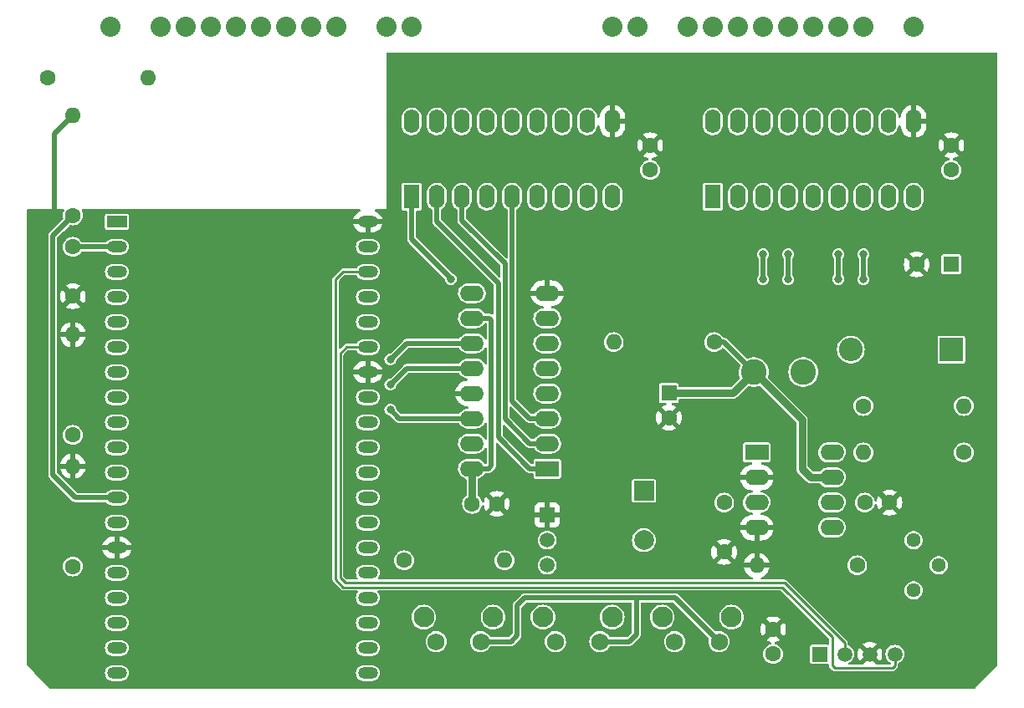
<source format=gbr>
%TF.GenerationSoftware,KiCad,Pcbnew,7.0.2*%
%TF.CreationDate,2023-09-30T04:37:45+09:00*%
%TF.ProjectId,VFD_NTP_CLOCK_V2.0,5646445f-4e54-4505-9f43-4c4f434b5f56,rev?*%
%TF.SameCoordinates,PX5e78920PY6f7ffe8*%
%TF.FileFunction,Copper,L2,Bot*%
%TF.FilePolarity,Positive*%
%FSLAX46Y46*%
G04 Gerber Fmt 4.6, Leading zero omitted, Abs format (unit mm)*
G04 Created by KiCad (PCBNEW 7.0.2) date 2023-09-30 04:37:45*
%MOMM*%
%LPD*%
G01*
G04 APERTURE LIST*
%TA.AperFunction,ComponentPad*%
%ADD10C,1.600000*%
%TD*%
%TA.AperFunction,ComponentPad*%
%ADD11O,1.600000X1.600000*%
%TD*%
%TA.AperFunction,ComponentPad*%
%ADD12C,1.440000*%
%TD*%
%TA.AperFunction,ComponentPad*%
%ADD13R,1.600000X1.600000*%
%TD*%
%TA.AperFunction,ComponentPad*%
%ADD14C,2.032000*%
%TD*%
%TA.AperFunction,ComponentPad*%
%ADD15R,1.600000X2.400000*%
%TD*%
%TA.AperFunction,ComponentPad*%
%ADD16O,1.600000X2.400000*%
%TD*%
%TA.AperFunction,ComponentPad*%
%ADD17C,2.600000*%
%TD*%
%TA.AperFunction,ComponentPad*%
%ADD18C,2.100000*%
%TD*%
%TA.AperFunction,ComponentPad*%
%ADD19C,1.750000*%
%TD*%
%TA.AperFunction,ComponentPad*%
%ADD20R,2.400000X1.600000*%
%TD*%
%TA.AperFunction,ComponentPad*%
%ADD21O,2.400000X1.600000*%
%TD*%
%TA.AperFunction,ComponentPad*%
%ADD22R,1.500000X1.500000*%
%TD*%
%TA.AperFunction,ComponentPad*%
%ADD23C,1.500000*%
%TD*%
%TA.AperFunction,ComponentPad*%
%ADD24R,2.400000X2.400000*%
%TD*%
%TA.AperFunction,ComponentPad*%
%ADD25O,2.400000X2.400000*%
%TD*%
%TA.AperFunction,ComponentPad*%
%ADD26R,2.000000X1.200000*%
%TD*%
%TA.AperFunction,ComponentPad*%
%ADD27O,2.000000X1.200000*%
%TD*%
%TA.AperFunction,ComponentPad*%
%ADD28R,2.000000X2.000000*%
%TD*%
%TA.AperFunction,ComponentPad*%
%ADD29C,2.000000*%
%TD*%
%TA.AperFunction,ViaPad*%
%ADD30C,0.800000*%
%TD*%
%TA.AperFunction,Conductor*%
%ADD31C,0.500000*%
%TD*%
%TA.AperFunction,Conductor*%
%ADD32C,0.750000*%
%TD*%
%TA.AperFunction,Conductor*%
%ADD33C,0.250000*%
%TD*%
G04 APERTURE END LIST*
D10*
%TO.P,R9,1*%
%TO.N,+5V*%
X69977000Y35509200D03*
D11*
%TO.P,R9,2*%
%TO.N,Net-(Q1-C)*%
X59817000Y35509200D03*
%TD*%
D10*
%TO.P,R2,1*%
%TO.N,Buzzer*%
X38608000Y13411200D03*
D11*
%TO.P,R2,2*%
%TO.N,Net-(Q1-B)*%
X48768000Y13411200D03*
%TD*%
D10*
%TO.P,C8,1*%
%TO.N,+24V*%
X93980000Y52948200D03*
%TO.P,C8,2*%
%TO.N,GND*%
X93980000Y55448200D03*
%TD*%
D12*
%TO.P,RV1,1,1*%
%TO.N,Net-(R4-Pad1)*%
X90170000Y10363200D03*
%TO.P,RV1,2,2*%
%TO.N,Net-(U1-Vfb)*%
X92710000Y12903200D03*
%TO.P,RV1,3,3*%
X90170000Y15443200D03*
%TD*%
D13*
%TO.P,C9,1*%
%TO.N,+24V*%
X93980000Y43383200D03*
D10*
%TO.P,C9,2*%
%TO.N,GND*%
X90480000Y43383200D03*
%TD*%
D14*
%TO.P,U5,1,GND*%
%TO.N,GND*%
X90170000Y67486200D03*
%TO.P,U5,2,Grid_1*%
%TO.N,Net-(U5-Grid_1)*%
X85090000Y67486200D03*
%TO.P,U5,3,Seg_dash*%
%TO.N,GND*%
X82550000Y67486200D03*
%TO.P,U5,4,Seg_f*%
%TO.N,Net-(U5-Seg_f)*%
X80010000Y67486200D03*
%TO.P,U5,5,Seg_g*%
%TO.N,Net-(U5-Seg_g)*%
X77470000Y67486200D03*
%TO.P,U5,6,Grid_2*%
%TO.N,Net-(U5-Grid_2)*%
X74930000Y67486200D03*
%TO.P,U5,7,Seg_e*%
%TO.N,Net-(U5-Seg_e)*%
X72390000Y67486200D03*
%TO.P,U5,8,Seg_d*%
%TO.N,Net-(U5-Seg_d)*%
X69850000Y67486200D03*
%TO.P,U5,9,Grid_3*%
%TO.N,Net-(U5-Grid_3)*%
X67310000Y67486200D03*
%TO.P,U5,10,Grid_4*%
%TO.N,Net-(U5-Grid_4)*%
X62230000Y67486200D03*
%TO.P,U5,11,Grid_5*%
%TO.N,Net-(U4-O8)*%
X59690000Y67486200D03*
%TO.P,U5,12,Grid_6*%
%TO.N,Net-(U4-O7)*%
X39370000Y67486200D03*
%TO.P,U5,13,Seg_comma*%
%TO.N,GND*%
X36830000Y67486200D03*
%TO.P,U5,14,Grid_7*%
%TO.N,Net-(U4-O6)*%
X31750000Y67486200D03*
%TO.P,U5,15,Seg_dp*%
%TO.N,Net-(U4-O5)*%
X29210000Y67486200D03*
%TO.P,U5,16,Seg_12*%
%TO.N,GND*%
X26670000Y67486200D03*
%TO.P,U5,17,Grid_8*%
%TO.N,Net-(U4-O4)*%
X24130000Y67486200D03*
%TO.P,U5,18,Seg_c*%
%TO.N,Net-(U4-O3)*%
X21590000Y67486200D03*
%TO.P,U5,19,Seg_b*%
%TO.N,Net-(U4-O2)*%
X19050000Y67486200D03*
%TO.P,U5,20,Seg_a*%
%TO.N,Net-(U4-O1)*%
X16510000Y67486200D03*
%TO.P,U5,21,Grid_9*%
%TO.N,GND*%
X13970000Y67486200D03*
%TO.P,U5,22,Heater*%
%TO.N,Net-(U5-Heater)*%
X8890000Y67486200D03*
%TD*%
D15*
%TO.P,U4,1,I1*%
%TO.N,Seg_a*%
X39370000Y50241200D03*
D16*
%TO.P,U4,2,I2*%
%TO.N,Seg_b*%
X41910000Y50241200D03*
%TO.P,U4,3,I3*%
%TO.N,Seg_c*%
X44450000Y50241200D03*
%TO.P,U4,4,I4*%
%TO.N,Grid_8*%
X46990000Y50241200D03*
%TO.P,U4,5,I5*%
%TO.N,Seg_dp*%
X49530000Y50241200D03*
%TO.P,U4,6,I6*%
%TO.N,Grid_7*%
X52070000Y50241200D03*
%TO.P,U4,7,I7*%
%TO.N,Grid_6*%
X54610000Y50241200D03*
%TO.P,U4,8,I8*%
%TO.N,Grid_5*%
X57150000Y50241200D03*
%TO.P,U4,9,VCC*%
%TO.N,+24V*%
X59690000Y50241200D03*
%TO.P,U4,10,GND*%
%TO.N,GND*%
X59690000Y57861200D03*
%TO.P,U4,11,O8*%
%TO.N,Net-(U4-O8)*%
X57150000Y57861200D03*
%TO.P,U4,12,O7*%
%TO.N,Net-(U4-O7)*%
X54610000Y57861200D03*
%TO.P,U4,13,O6*%
%TO.N,Net-(U4-O6)*%
X52070000Y57861200D03*
%TO.P,U4,14,O5*%
%TO.N,Net-(U4-O5)*%
X49530000Y57861200D03*
%TO.P,U4,15,O4*%
%TO.N,Net-(U4-O4)*%
X46990000Y57861200D03*
%TO.P,U4,16,O3*%
%TO.N,Net-(U4-O3)*%
X44450000Y57861200D03*
%TO.P,U4,17,O2*%
%TO.N,Net-(U4-O2)*%
X41910000Y57861200D03*
%TO.P,U4,18,O1*%
%TO.N,Net-(U4-O1)*%
X39370000Y57861200D03*
%TD*%
D10*
%TO.P,R4,1*%
%TO.N,Net-(R4-Pad1)*%
X84455000Y12903200D03*
D11*
%TO.P,R4,2*%
%TO.N,GND*%
X74295000Y12903200D03*
%TD*%
D10*
%TO.P,C7,1*%
%TO.N,+24V*%
X63500000Y52948200D03*
%TO.P,C7,2*%
%TO.N,GND*%
X63500000Y55448200D03*
%TD*%
%TO.P,R5,1*%
%TO.N,+5V*%
X2540000Y62306200D03*
D11*
%TO.P,R5,2*%
%TO.N,Net-(U5-Heater)*%
X12700000Y62306200D03*
%TD*%
D17*
%TO.P,L1,1*%
%TO.N,+5V*%
X73994000Y32461200D03*
%TO.P,L1,2*%
%TO.N,Net-(D1-A)*%
X78994000Y32461200D03*
%TD*%
D15*
%TO.P,U6,1,I1*%
%TO.N,Grid_4*%
X69850000Y50241200D03*
D16*
%TO.P,U6,2,I2*%
%TO.N,Grid_3*%
X72390000Y50241200D03*
%TO.P,U6,3,I3*%
%TO.N,Seg_d*%
X74930000Y50241200D03*
%TO.P,U6,4,I4*%
%TO.N,Seg_e*%
X77470000Y50241200D03*
%TO.P,U6,5,I5*%
%TO.N,Grid_2*%
X80010000Y50241200D03*
%TO.P,U6,6,I6*%
%TO.N,Seg_g*%
X82550000Y50241200D03*
%TO.P,U6,7,I7*%
%TO.N,Seg_f*%
X85090000Y50241200D03*
%TO.P,U6,8,I8*%
%TO.N,Grid_1*%
X87630000Y50241200D03*
%TO.P,U6,9,VCC*%
%TO.N,+24V*%
X90170000Y50241200D03*
%TO.P,U6,10,GND*%
%TO.N,GND*%
X90170000Y57861200D03*
%TO.P,U6,11,O8*%
%TO.N,Net-(U5-Grid_1)*%
X87630000Y57861200D03*
%TO.P,U6,12,O7*%
%TO.N,Net-(U5-Seg_f)*%
X85090000Y57861200D03*
%TO.P,U6,13,O6*%
%TO.N,Net-(U5-Seg_g)*%
X82550000Y57861200D03*
%TO.P,U6,14,O5*%
%TO.N,Net-(U5-Grid_2)*%
X80010000Y57861200D03*
%TO.P,U6,15,O4*%
%TO.N,Net-(U5-Seg_e)*%
X77470000Y57861200D03*
%TO.P,U6,16,O3*%
%TO.N,Net-(U5-Seg_d)*%
X74930000Y57861200D03*
%TO.P,U6,17,O2*%
%TO.N,Net-(U5-Grid_3)*%
X72390000Y57861200D03*
%TO.P,U6,18,O1*%
%TO.N,Net-(U5-Grid_4)*%
X69850000Y57861200D03*
%TD*%
D18*
%TO.P,SW3,*%
%TO.N,*%
X71735000Y7646200D03*
X64725000Y7646200D03*
D19*
%TO.P,SW3,1,1*%
%TO.N,+3.3V*%
X70485000Y5156200D03*
%TO.P,SW3,2,2*%
%TO.N,SW3*%
X65985000Y5156200D03*
%TD*%
D18*
%TO.P,SW1,*%
%TO.N,*%
X47605000Y7646200D03*
X40595000Y7646200D03*
D19*
%TO.P,SW1,1,1*%
%TO.N,+3.3V*%
X46355000Y5156200D03*
%TO.P,SW1,2,2*%
%TO.N,SW1*%
X41855000Y5156200D03*
%TD*%
D10*
%TO.P,R7,1*%
%TO.N,SW2*%
X5080000Y26111200D03*
D11*
%TO.P,R7,2*%
%TO.N,GND*%
X5080000Y36271200D03*
%TD*%
D13*
%TO.P,C1,1*%
%TO.N,+5V*%
X65405000Y30341579D03*
D10*
%TO.P,C1,2*%
%TO.N,GND*%
X65405000Y27841579D03*
%TD*%
%TO.P,C5,1*%
%TO.N,+3.3V*%
X75946000Y3906200D03*
%TO.P,C5,2*%
%TO.N,GND*%
X75946000Y6406200D03*
%TD*%
D20*
%TO.P,U1,1,SwC*%
%TO.N,Net-(D1-A)*%
X74295000Y24333200D03*
D21*
%TO.P,U1,2,SwE*%
%TO.N,GND*%
X74295000Y21793200D03*
%TO.P,U1,3,TC*%
%TO.N,Net-(U1-TC)*%
X74295000Y19253200D03*
%TO.P,U1,4,GND*%
%TO.N,GND*%
X74295000Y16713200D03*
%TO.P,U1,5,Vfb*%
%TO.N,Net-(U1-Vfb)*%
X81915000Y16713200D03*
%TO.P,U1,6,Vin*%
%TO.N,+5V*%
X81915000Y19253200D03*
%TO.P,U1,7,Ipk*%
X81915000Y21793200D03*
%TO.P,U1,8,DC*%
%TO.N,Net-(U1-DC)*%
X81915000Y24333200D03*
%TD*%
D10*
%TO.P,C4,1*%
%TO.N,+5V*%
X85217000Y19253200D03*
%TO.P,C4,2*%
%TO.N,GND*%
X87717000Y19253200D03*
%TD*%
D20*
%TO.P,U3,1,QB*%
%TO.N,Seg_b*%
X53086000Y22682200D03*
D21*
%TO.P,U3,2,QC*%
%TO.N,Seg_c*%
X53086000Y25222200D03*
%TO.P,U3,3,QD*%
%TO.N,Seg_dp*%
X53086000Y27762200D03*
%TO.P,U3,4,QE*%
%TO.N,Seg_f*%
X53086000Y30302200D03*
%TO.P,U3,5,QF*%
%TO.N,Seg_g*%
X53086000Y32842200D03*
%TO.P,U3,6,QG*%
%TO.N,Seg_e*%
X53086000Y35382200D03*
%TO.P,U3,7,QH*%
%TO.N,Seg_d*%
X53086000Y37922200D03*
%TO.P,U3,8,GND*%
%TO.N,GND*%
X53086000Y40462200D03*
%TO.P,U3,9,QH'*%
%TO.N,unconnected-(U3-QH'-Pad9)*%
X45466000Y40462200D03*
%TO.P,U3,10,~{SRCLR}*%
%TO.N,+3.3V*%
X45466000Y37922200D03*
%TO.P,U3,11,SRCLK*%
%TO.N,SRCLK*%
X45466000Y35382200D03*
%TO.P,U3,12,RCLK*%
%TO.N,RCLK*%
X45466000Y32842200D03*
%TO.P,U3,13,~{OE}*%
%TO.N,GND*%
X45466000Y30302200D03*
%TO.P,U3,14,SER*%
%TO.N,SER*%
X45466000Y27762200D03*
%TO.P,U3,15,QA*%
%TO.N,Seg_a*%
X45466000Y25222200D03*
%TO.P,U3,16,VCC*%
%TO.N,+3.3V*%
X45466000Y22682200D03*
%TD*%
D10*
%TO.P,R6,1*%
%TO.N,SW1*%
X5080000Y48336200D03*
D11*
%TO.P,R6,2*%
%TO.N,GND*%
X5080000Y58496200D03*
%TD*%
D22*
%TO.P,Q1,1,E*%
%TO.N,GND*%
X53086000Y17983200D03*
D23*
%TO.P,Q1,2,C*%
%TO.N,Net-(Q1-C)*%
X53086000Y15443200D03*
%TO.P,Q1,3,B*%
%TO.N,Net-(Q1-B)*%
X53086000Y12903200D03*
%TD*%
D10*
%TO.P,C6,1*%
%TO.N,Net-(U1-TC)*%
X70993000Y19253200D03*
%TO.P,C6,2*%
%TO.N,GND*%
X70993000Y14253200D03*
%TD*%
D24*
%TO.P,D1,1,K*%
%TO.N,+24V*%
X93980000Y34747200D03*
D25*
%TO.P,D1,2,A*%
%TO.N,Net-(D1-A)*%
X83820000Y34747200D03*
%TD*%
D26*
%TO.P,U2,1,3V3*%
%TO.N,+3.3V*%
X9525000Y47701200D03*
D27*
%TO.P,U2,2,CHIP_PU*%
%TO.N,Net-(U2-CHIP_PU)*%
X9525000Y45161200D03*
%TO.P,U2,3,SENSOR_VP/GPIO36/ADC1_CH0*%
%TO.N,unconnected-(U2-SENSOR_VP{slash}GPIO36{slash}ADC1_CH0-Pad3)*%
X9525000Y42621200D03*
%TO.P,U2,4,SENSOR_VN/GPIO39/ADC1_CH3*%
%TO.N,unconnected-(U2-SENSOR_VN{slash}GPIO39{slash}ADC1_CH3-Pad4)*%
X9525000Y40081200D03*
%TO.P,U2,5,VDET_1/GPIO34/ADC1_CH6*%
%TO.N,unconnected-(U2-VDET_1{slash}GPIO34{slash}ADC1_CH6-Pad5)*%
X9525000Y37541200D03*
%TO.P,U2,6,VDET_2/GPIO35/ADC1_CH7*%
%TO.N,unconnected-(U2-VDET_2{slash}GPIO35{slash}ADC1_CH7-Pad6)*%
X9525000Y35001200D03*
%TO.P,U2,7,32K_XP/GPIO32/ADC1_CH4*%
%TO.N,SRCLK*%
X9525000Y32461200D03*
%TO.P,U2,8,32K_XN/GPIO33/ADC1_CH5*%
%TO.N,RCLK*%
X9525000Y29921200D03*
%TO.P,U2,9,DAC_1/ADC2_CH8/GPIO25*%
%TO.N,SER*%
X9525000Y27381200D03*
%TO.P,U2,10,DAC_2/ADC2_CH9/GPIO26*%
%TO.N,unconnected-(U2-DAC_2{slash}ADC2_CH9{slash}GPIO26-Pad10)*%
X9525000Y24841200D03*
%TO.P,U2,11,ADC2_CH7/GPIO27*%
%TO.N,Buzzer*%
X9525000Y22301200D03*
%TO.P,U2,12,MTMS/GPIO14/ADC2_CH6*%
%TO.N,SW1*%
X9525000Y19761200D03*
%TO.P,U2,13,MTDI/GPIO12/ADC2_CH5*%
%TO.N,SW2*%
X9525000Y17221200D03*
%TO.P,U2,14,GND*%
%TO.N,GND*%
X9525000Y14681200D03*
%TO.P,U2,15,MTCK/GPIO13/ADC2_CH4*%
%TO.N,SW3*%
X9525000Y12141200D03*
%TO.P,U2,16,SD_DATA2/GPIO9*%
%TO.N,unconnected-(U2-SD_DATA2{slash}GPIO9-Pad16)*%
X9525000Y9601200D03*
%TO.P,U2,17,SD_DATA3/GPIO10*%
%TO.N,unconnected-(U2-SD_DATA3{slash}GPIO10-Pad17)*%
X9525000Y7061200D03*
%TO.P,U2,18,CMD*%
%TO.N,unconnected-(U2-CMD-Pad18)*%
X9525000Y4521200D03*
%TO.P,U2,19,5V*%
%TO.N,Net-(U2-5V)*%
X9525000Y1981200D03*
%TO.P,U2,20,SD_CLK/GPIO6*%
%TO.N,unconnected-(U2-SD_CLK{slash}GPIO6-Pad20)*%
X34921320Y1983920D03*
%TO.P,U2,21,SD_DATA0/GPIO7*%
%TO.N,unconnected-(U2-SD_DATA0{slash}GPIO7-Pad21)*%
X34921320Y4523920D03*
%TO.P,U2,22,SD_DATA1/GPIO8*%
%TO.N,unconnected-(U2-SD_DATA1{slash}GPIO8-Pad22)*%
X34925000Y7061200D03*
%TO.P,U2,23,MTDO/GPIO15/ADC2_CH3*%
%TO.N,unconnected-(U2-MTDO{slash}GPIO15{slash}ADC2_CH3-Pad23)*%
X34925000Y9601200D03*
%TO.P,U2,24,ADC2_CH2/GPIO2*%
%TO.N,unconnected-(U2-ADC2_CH2{slash}GPIO2-Pad24)*%
X34925000Y12141200D03*
%TO.P,U2,25,GPIO0/BOOT/ADC2_CH1*%
%TO.N,unconnected-(U2-GPIO0{slash}BOOT{slash}ADC2_CH1-Pad25)*%
X34925000Y14681200D03*
%TO.P,U2,26,ADC2_CH0/GPIO4*%
%TO.N,Grid_1*%
X34925000Y17221200D03*
%TO.P,U2,27,GPIO16*%
%TO.N,Grid_2*%
X34925000Y19761200D03*
%TO.P,U2,28,GPIO17*%
%TO.N,Grid_3*%
X34925000Y22301200D03*
%TO.P,U2,29,GPIO5*%
%TO.N,unconnected-(U2-GPIO5-Pad29)*%
X34925000Y24841200D03*
%TO.P,U2,30,GPIO18*%
%TO.N,Grid_4*%
X34925000Y27381200D03*
%TO.P,U2,31,GPIO19*%
%TO.N,Grid_5*%
X34925000Y29921200D03*
%TO.P,U2,32,GND*%
%TO.N,GND*%
X34925000Y32461200D03*
%TO.P,U2,33,GPIO21*%
%TO.N,SDA*%
X34925000Y35001200D03*
%TO.P,U2,34,U0RXD/GPIO3*%
%TO.N,Grid_6*%
X34925000Y37541200D03*
%TO.P,U2,35,U0TXD/GPIO1*%
%TO.N,Grid_7*%
X34925000Y40081200D03*
%TO.P,U2,36,GPIO22*%
%TO.N,SCL*%
X34925000Y42621200D03*
%TO.P,U2,37,GPIO23*%
%TO.N,Grid_8*%
X34925000Y45161200D03*
%TO.P,U2,38,GND*%
%TO.N,GND*%
X34925000Y47701200D03*
%TD*%
D22*
%TO.P,U7,1,VCC*%
%TO.N,+3.3V*%
X80645000Y3886200D03*
D23*
%TO.P,U7,2,SDA*%
%TO.N,SDA*%
X83185000Y3886200D03*
%TO.P,U7,3,GND*%
%TO.N,GND*%
X85725000Y3886200D03*
%TO.P,U7,4,SCL*%
%TO.N,SCL*%
X88265000Y3886200D03*
%TD*%
D10*
%TO.P,C3,1*%
%TO.N,Net-(U2-CHIP_PU)*%
X5080000Y45161200D03*
%TO.P,C3,2*%
%TO.N,GND*%
X5080000Y40161200D03*
%TD*%
D28*
%TO.P,LS1,1,1*%
%TO.N,+5V*%
X62865000Y20443200D03*
D29*
%TO.P,LS1,2,2*%
%TO.N,Net-(Q1-C)*%
X62865000Y15443200D03*
%TD*%
D10*
%TO.P,R1,1*%
%TO.N,+5V*%
X95250000Y24333200D03*
D11*
%TO.P,R1,2*%
%TO.N,Net-(U1-DC)*%
X85090000Y24333200D03*
%TD*%
D18*
%TO.P,SW2,*%
%TO.N,*%
X59670000Y7646200D03*
X52660000Y7646200D03*
D19*
%TO.P,SW2,1,1*%
%TO.N,+3.3V*%
X58420000Y5156200D03*
%TO.P,SW2,2,2*%
%TO.N,SW2*%
X53920000Y5156200D03*
%TD*%
D10*
%TO.P,R3,1*%
%TO.N,+24V*%
X85090000Y29032200D03*
D11*
%TO.P,R3,2*%
%TO.N,Net-(U1-Vfb)*%
X95250000Y29032200D03*
%TD*%
D10*
%TO.P,C2,1*%
%TO.N,+3.3V*%
X45486000Y19126200D03*
%TO.P,C2,2*%
%TO.N,GND*%
X47986000Y19126200D03*
%TD*%
%TO.P,R8,1*%
%TO.N,SW3*%
X5080000Y12776200D03*
D11*
%TO.P,R8,2*%
%TO.N,GND*%
X5080000Y22936200D03*
%TD*%
D30*
%TO.N,GND*%
X72009000Y32461200D03*
X58801000Y16459200D03*
X60833000Y33350200D03*
X60833000Y16459200D03*
X76581000Y31572200D03*
X22225000Y34874200D03*
X37338000Y48971200D03*
X98044000Y27889200D03*
X49022000Y26238200D03*
X97917000Y3251200D03*
X3175000Y48336200D03*
X51054000Y8585200D03*
X36957000Y9601200D03*
X36830000Y41097200D03*
X82423000Y38049200D03*
X70993000Y45288200D03*
X8763000Y23571200D03*
X44958000Y4267200D03*
X89662000Y12649200D03*
X8763000Y18491200D03*
X92837000Y37414200D03*
X76454000Y9728200D03*
X43561000Y9855200D03*
X49022000Y6299200D03*
X98044000Y42367200D03*
X33274000Y29921200D03*
X33147000Y9601200D03*
X2921000Y11506200D03*
X61214000Y8712200D03*
X64389000Y21920200D03*
X50673000Y3251200D03*
X66548000Y12014200D03*
X66675000Y6680200D03*
X50927000Y6045200D03*
X55118000Y28905200D03*
X68834000Y5410200D03*
X33147000Y4521200D03*
X78867000Y1473200D03*
X33147000Y2108200D03*
X86614000Y43764200D03*
X65024000Y3378200D03*
X85725000Y38684200D03*
X50546000Y29921200D03*
X36830000Y44145200D03*
X8763000Y33731200D03*
X19685000Y2108200D03*
X79883000Y23190200D03*
X81153000Y43764200D03*
X8763000Y28651200D03*
X38354000Y36525200D03*
X55880000Y46812200D03*
X95885000Y21285200D03*
X68834000Y46050200D03*
X98044000Y57734200D03*
X78105000Y30048200D03*
X92075000Y51892200D03*
X66294000Y19126200D03*
X68453000Y965200D03*
X37592000Y38811200D03*
X58166000Y46050200D03*
X8509000Y46304200D03*
X59055000Y38176200D03*
X47117000Y38938200D03*
X42926000Y16967200D03*
X98044000Y17348200D03*
X37338000Y57988200D03*
X36957000Y14554200D03*
X70485000Y38176200D03*
X49784000Y28016200D03*
X48387000Y24206200D03*
X33147000Y12268200D03*
X11176000Y32207200D03*
X32405500Y35890200D03*
X36957000Y7061200D03*
X48387000Y48209200D03*
X53340000Y47574200D03*
X36957000Y12141200D03*
X22225000Y47955200D03*
X76454000Y28397200D03*
X86233000Y41605200D03*
X55245000Y36906200D03*
X22225000Y41097200D03*
X43561000Y14300200D03*
X68834000Y9855200D03*
X80772000Y20523200D03*
X57023000Y31953200D03*
X45847000Y9855200D03*
X60833000Y51765200D03*
X33147000Y14681200D03*
X33147000Y7061200D03*
X74930000Y30048200D03*
X95885000Y1092200D03*
X83820000Y43764200D03*
X73533000Y44526200D03*
X78740000Y44526200D03*
X43434000Y24206200D03*
X38354000Y30937200D03*
X56134000Y34366200D03*
%TO.N,Seg_a*%
X43323593Y41884915D03*
%TO.N,Seg_d*%
X74930000Y44399200D03*
X74930000Y41859200D03*
%TO.N,Seg_e*%
X77470000Y41859200D03*
X77470000Y44399200D03*
%TO.N,Seg_g*%
X82550000Y41898700D03*
X82550000Y44399200D03*
%TO.N,Seg_f*%
X85090000Y41859200D03*
X85090000Y44399200D03*
%TO.N,SRCLK*%
X37211000Y33731200D03*
%TO.N,RCLK*%
X37211000Y31191200D03*
%TO.N,SER*%
X37211000Y28651200D03*
%TD*%
D31*
%TO.N,+5V*%
X70946000Y35509200D02*
X69977000Y35509200D01*
X73994000Y32461200D02*
X70946000Y35509200D01*
D32*
X79756000Y21793200D02*
X81915000Y21793200D01*
X78867000Y22682200D02*
X79756000Y21793200D01*
X74041000Y32461200D02*
X78867000Y27635200D01*
X73994000Y32461200D02*
X74041000Y32461200D01*
X78867000Y27635200D02*
X78867000Y22682200D01*
X71874379Y30341579D02*
X73994000Y32461200D01*
X65405000Y30341579D02*
X71874379Y30341579D01*
D31*
%TO.N,+3.3V*%
X47244000Y37922200D02*
X47430000Y37736200D01*
X45466000Y37922200D02*
X47244000Y37922200D01*
X47430000Y37736200D02*
X47430000Y22995200D01*
X50038000Y5791200D02*
X50038000Y8839200D01*
X58420000Y5156200D02*
X61341000Y5156200D01*
D32*
X45486000Y22662200D02*
X45466000Y22682200D01*
D31*
X66040000Y9601200D02*
X70485000Y5156200D01*
X47117000Y22682200D02*
X45466000Y22682200D01*
X50800000Y9601200D02*
X62103000Y9601200D01*
X61341000Y5156200D02*
X62103000Y5918200D01*
X49403000Y5156200D02*
X50038000Y5791200D01*
D32*
X45486000Y19126200D02*
X45486000Y22662200D01*
D31*
X62103000Y9601200D02*
X66040000Y9601200D01*
X50038000Y8839200D02*
X50800000Y9601200D01*
X47430000Y22995200D02*
X47117000Y22682200D01*
X46355000Y5156200D02*
X49403000Y5156200D01*
X62103000Y5918200D02*
X62103000Y9601200D01*
D33*
%TO.N,SDA*%
X32639000Y11125200D02*
X32131000Y11633200D01*
X83185000Y3886200D02*
X83185000Y5029200D01*
X32766000Y35001200D02*
X34925000Y35001200D01*
X32131000Y11633200D02*
X32131000Y34366200D01*
X32131000Y34366200D02*
X32766000Y35001200D01*
X83185000Y5029200D02*
X77089000Y11125200D01*
X77089000Y11125200D02*
X32639000Y11125200D01*
D31*
%TO.N,GND*%
X5080000Y58496200D02*
X3175000Y56591200D01*
X3175000Y56591200D02*
X3175000Y48336200D01*
D33*
%TO.N,SCL*%
X31681000Y41853700D02*
X32448500Y42621200D01*
X88265000Y3886200D02*
X88265000Y2743200D01*
X76902604Y10675200D02*
X32452604Y10675200D01*
X88011000Y2489200D02*
X82169000Y2489200D01*
X81915000Y5662804D02*
X76902604Y10675200D01*
X31681000Y11446804D02*
X31681000Y41853700D01*
X32452604Y10675200D02*
X31681000Y11446804D01*
X82169000Y2489200D02*
X81915000Y2743200D01*
X88265000Y2743200D02*
X88011000Y2489200D01*
X32448500Y42621200D02*
X34925000Y42621200D01*
X81915000Y2743200D02*
X81915000Y5662804D01*
D31*
%TO.N,SW1*%
X5334000Y19761200D02*
X9525000Y19761200D01*
X3048000Y22047200D02*
X5334000Y19761200D01*
X3048000Y46304200D02*
X3048000Y22047200D01*
X5080000Y48336200D02*
X3048000Y46304200D01*
%TO.N,Seg_dp*%
X49530000Y29540200D02*
X51308000Y27762200D01*
X49530000Y50241200D02*
X49530000Y29540200D01*
X51308000Y27762200D02*
X53086000Y27762200D01*
%TO.N,Seg_a*%
X43323593Y41969607D02*
X39370000Y45923200D01*
X43323593Y41884915D02*
X43323593Y41969607D01*
X39370000Y45923200D02*
X39370000Y50241200D01*
%TO.N,Seg_b*%
X48130000Y25860200D02*
X51308000Y22682200D01*
X48130000Y41481200D02*
X48130000Y25860200D01*
X41910000Y50241200D02*
X41910000Y47701200D01*
X41910000Y47701200D02*
X48130000Y41481200D01*
X51308000Y22682200D02*
X53086000Y22682200D01*
%TO.N,Seg_c*%
X44450000Y50241200D02*
X44450000Y47828200D01*
X51308000Y25222200D02*
X53086000Y25222200D01*
X44450000Y47828200D02*
X48830000Y43448200D01*
X48830000Y27700200D02*
X51308000Y25222200D01*
X48830000Y43448200D02*
X48830000Y27700200D01*
%TO.N,Seg_d*%
X74930000Y44399200D02*
X74930000Y41859200D01*
%TO.N,Seg_e*%
X77470000Y44399200D02*
X77470000Y41859200D01*
%TO.N,Seg_g*%
X82550000Y44399200D02*
X82550000Y41898700D01*
%TO.N,Seg_f*%
X85090000Y44399200D02*
X85090000Y41859200D01*
%TO.N,SRCLK*%
X37211000Y33731200D02*
X38862000Y35382200D01*
X38862000Y35382200D02*
X45466000Y35382200D01*
%TO.N,RCLK*%
X38862000Y32842200D02*
X45466000Y32842200D01*
X37211000Y31191200D02*
X38862000Y32842200D01*
%TO.N,SER*%
X38100000Y27762200D02*
X45466000Y27762200D01*
X37211000Y28651200D02*
X38100000Y27762200D01*
%TO.N,Net-(U2-CHIP_PU)*%
X5080000Y45161200D02*
X9525000Y45161200D01*
%TD*%
%TA.AperFunction,Conductor*%
%TO.N,GND*%
G36*
X98602539Y64826515D02*
G01*
X98648294Y64773711D01*
X98659500Y64722200D01*
X98659500Y58537476D01*
X98657973Y58518077D01*
X98654507Y58496201D01*
X98657973Y58474325D01*
X98659500Y58454925D01*
X98659500Y2828929D01*
X98639815Y2761890D01*
X98624467Y2742553D01*
X96387158Y438124D01*
X96326337Y403737D01*
X96298191Y400500D01*
X2763364Y400500D01*
X2696325Y420185D01*
X2673964Y438572D01*
X1191245Y1981200D01*
X8319434Y1981200D01*
X8339631Y1801949D01*
X8339631Y1801947D01*
X8339632Y1801945D01*
X8399211Y1631678D01*
X8399212Y1631677D01*
X8495185Y1478936D01*
X8622735Y1351386D01*
X8622737Y1351385D01*
X8622738Y1351384D01*
X8775478Y1255411D01*
X8945745Y1195832D01*
X9080046Y1180700D01*
X9083530Y1180700D01*
X9966470Y1180700D01*
X9969954Y1180700D01*
X10104255Y1195832D01*
X10274522Y1255411D01*
X10427262Y1351384D01*
X10554816Y1478938D01*
X10650789Y1631678D01*
X10710368Y1801945D01*
X10730565Y1981200D01*
X10730259Y1983920D01*
X33715754Y1983920D01*
X33735951Y1804669D01*
X33735951Y1804667D01*
X33735952Y1804665D01*
X33795531Y1634398D01*
X33795532Y1634397D01*
X33891505Y1481656D01*
X34019055Y1354106D01*
X34019057Y1354105D01*
X34019058Y1354104D01*
X34171798Y1258131D01*
X34342065Y1198552D01*
X34476366Y1183420D01*
X34479850Y1183420D01*
X35362790Y1183420D01*
X35366274Y1183420D01*
X35500575Y1198552D01*
X35670842Y1258131D01*
X35823582Y1354104D01*
X35951136Y1481658D01*
X36047109Y1634398D01*
X36106688Y1804665D01*
X36126885Y1983920D01*
X36106688Y2163175D01*
X36047109Y2333442D01*
X35951136Y2486182D01*
X35951135Y2486183D01*
X35951134Y2486185D01*
X35823584Y2613735D01*
X35675172Y2706988D01*
X35670842Y2709709D01*
X35500575Y2769288D01*
X35500571Y2769289D01*
X35500570Y2769289D01*
X35369740Y2784030D01*
X35369730Y2784031D01*
X35366274Y2784420D01*
X34476366Y2784420D01*
X34472910Y2784031D01*
X34472899Y2784030D01*
X34342069Y2769289D01*
X34342066Y2769289D01*
X34342065Y2769288D01*
X34171798Y2709709D01*
X34171796Y2709709D01*
X34171796Y2709708D01*
X34019055Y2613735D01*
X33891505Y2486185D01*
X33842970Y2408941D01*
X33795531Y2333442D01*
X33761437Y2236006D01*
X33735951Y2163172D01*
X33715754Y1983920D01*
X10730259Y1983920D01*
X10710368Y2160455D01*
X10650789Y2330722D01*
X10554816Y2483462D01*
X10554815Y2483463D01*
X10554814Y2483465D01*
X10427264Y2611015D01*
X10320791Y2677916D01*
X10274522Y2706989D01*
X10104255Y2766568D01*
X10104251Y2766569D01*
X10104250Y2766569D01*
X9973420Y2781310D01*
X9973410Y2781311D01*
X9969954Y2781700D01*
X9080046Y2781700D01*
X9076590Y2781311D01*
X9076579Y2781310D01*
X8945749Y2766569D01*
X8945746Y2766569D01*
X8945745Y2766568D01*
X8775478Y2706989D01*
X8775476Y2706989D01*
X8775476Y2706988D01*
X8622735Y2611015D01*
X8495185Y2483465D01*
X8402415Y2335821D01*
X8399211Y2330722D01*
X8340602Y2163228D01*
X8339631Y2160452D01*
X8319434Y1981200D01*
X1191245Y1981200D01*
X460500Y2741470D01*
X428236Y2803444D01*
X425900Y2827398D01*
X425900Y4521200D01*
X8319434Y4521200D01*
X8339631Y4341949D01*
X8339631Y4341947D01*
X8339632Y4341945D01*
X8399211Y4171678D01*
X8399212Y4171677D01*
X8495185Y4018936D01*
X8622735Y3891386D01*
X8622737Y3891385D01*
X8622738Y3891384D01*
X8775478Y3795411D01*
X8945745Y3735832D01*
X9080046Y3720700D01*
X9083530Y3720700D01*
X9966470Y3720700D01*
X9969954Y3720700D01*
X10104255Y3735832D01*
X10274522Y3795411D01*
X10427262Y3891384D01*
X10554816Y4018938D01*
X10650789Y4171678D01*
X10710368Y4341945D01*
X10730565Y4521200D01*
X10730259Y4523920D01*
X33715754Y4523920D01*
X33735951Y4344669D01*
X33735951Y4344667D01*
X33735952Y4344665D01*
X33795531Y4174398D01*
X33831393Y4117324D01*
X33891505Y4021656D01*
X34019055Y3894106D01*
X34019057Y3894105D01*
X34019058Y3894104D01*
X34171798Y3798131D01*
X34342065Y3738552D01*
X34476366Y3723420D01*
X34479850Y3723420D01*
X35362790Y3723420D01*
X35366274Y3723420D01*
X35500575Y3738552D01*
X35670842Y3798131D01*
X35823582Y3894104D01*
X35951136Y4021658D01*
X36047109Y4174398D01*
X36106688Y4344665D01*
X36126885Y4523920D01*
X36106688Y4703175D01*
X36047109Y4873442D01*
X35951136Y5026182D01*
X35951135Y5026183D01*
X35951134Y5026185D01*
X35823584Y5153735D01*
X35819661Y5156200D01*
X40774892Y5156200D01*
X40776087Y5143309D01*
X40793282Y4957730D01*
X40847827Y4766022D01*
X40902638Y4655949D01*
X40936674Y4587596D01*
X40956338Y4561557D01*
X41056791Y4428535D01*
X41204087Y4294257D01*
X41333962Y4213841D01*
X41373554Y4189327D01*
X41559414Y4117324D01*
X41755340Y4080700D01*
X41755342Y4080700D01*
X41954658Y4080700D01*
X41954660Y4080700D01*
X42150586Y4117324D01*
X42336446Y4189327D01*
X42505910Y4294255D01*
X42653209Y4428536D01*
X42773326Y4587596D01*
X42862171Y4766020D01*
X42862905Y4768597D01*
X42916717Y4957730D01*
X42921521Y5009574D01*
X42935108Y5156200D01*
X45274892Y5156200D01*
X45276087Y5143309D01*
X45293282Y4957730D01*
X45347827Y4766022D01*
X45402638Y4655949D01*
X45436674Y4587596D01*
X45456338Y4561557D01*
X45556791Y4428535D01*
X45704087Y4294257D01*
X45833962Y4213841D01*
X45873554Y4189327D01*
X46059414Y4117324D01*
X46255340Y4080700D01*
X46255342Y4080700D01*
X46454658Y4080700D01*
X46454660Y4080700D01*
X46650586Y4117324D01*
X46836446Y4189327D01*
X47005910Y4294255D01*
X47153209Y4428536D01*
X47273326Y4587596D01*
X47297912Y4636973D01*
X47345415Y4688209D01*
X47408912Y4705700D01*
X49370738Y4705700D01*
X49384622Y4704920D01*
X49420033Y4700930D01*
X49420033Y4700931D01*
X49420035Y4700930D01*
X49476228Y4711564D01*
X49480726Y4712328D01*
X49537287Y4720852D01*
X49537288Y4720853D01*
X49543268Y4721754D01*
X49548128Y4723354D01*
X49553467Y4726177D01*
X49553472Y4726177D01*
X49604045Y4752908D01*
X49608136Y4754973D01*
X49659642Y4779775D01*
X49659644Y4779778D01*
X49665078Y4782394D01*
X49669271Y4785369D01*
X49673533Y4789632D01*
X49673538Y4789634D01*
X49714001Y4830099D01*
X49717259Y4833238D01*
X49759194Y4872145D01*
X49759195Y4872147D01*
X49763613Y4876246D01*
X49775033Y4891131D01*
X50040102Y5156200D01*
X52839892Y5156200D01*
X52841087Y5143309D01*
X52858282Y4957730D01*
X52912827Y4766022D01*
X52967638Y4655949D01*
X53001674Y4587596D01*
X53021338Y4561557D01*
X53121791Y4428535D01*
X53269087Y4294257D01*
X53398962Y4213841D01*
X53438554Y4189327D01*
X53624414Y4117324D01*
X53820340Y4080700D01*
X53820342Y4080700D01*
X54019658Y4080700D01*
X54019660Y4080700D01*
X54215586Y4117324D01*
X54401446Y4189327D01*
X54570910Y4294255D01*
X54718209Y4428536D01*
X54838326Y4587596D01*
X54927171Y4766020D01*
X54927905Y4768597D01*
X54981717Y4957730D01*
X54986521Y5009574D01*
X55000108Y5156200D01*
X54981717Y5354669D01*
X54981717Y5354671D01*
X54927172Y5546379D01*
X54874292Y5652574D01*
X54838326Y5724804D01*
X54731066Y5866839D01*
X54718208Y5883866D01*
X54570912Y6018144D01*
X54401447Y6123073D01*
X54292121Y6165426D01*
X54215586Y6195076D01*
X54019660Y6231700D01*
X53820340Y6231700D01*
X53624414Y6195076D01*
X53438552Y6123073D01*
X53269087Y6018144D01*
X53121791Y5883866D01*
X53001674Y5724804D01*
X52912827Y5546379D01*
X52858282Y5354671D01*
X52839892Y5156201D01*
X52839892Y5156200D01*
X50040102Y5156200D01*
X50333744Y5449843D01*
X50344093Y5459091D01*
X50371970Y5481321D01*
X50404191Y5528582D01*
X50406859Y5532341D01*
X50440793Y5578318D01*
X50440794Y5578323D01*
X50444381Y5583182D01*
X50446692Y5587759D01*
X50448470Y5593525D01*
X50448472Y5593527D01*
X50465330Y5648186D01*
X50466775Y5652574D01*
X50485646Y5706501D01*
X50485646Y5706505D01*
X50487637Y5712194D01*
X50488500Y5717268D01*
X50488500Y5780446D01*
X50488587Y5785084D01*
X50490950Y5848226D01*
X50488500Y5866839D01*
X50488500Y7646200D01*
X51404722Y7646200D01*
X51423792Y7428226D01*
X51480425Y7216869D01*
X51520153Y7131673D01*
X51572898Y7018561D01*
X51698402Y6839323D01*
X51853123Y6684602D01*
X52032361Y6559098D01*
X52230670Y6466625D01*
X52442023Y6409993D01*
X52660000Y6390923D01*
X52877977Y6409993D01*
X53089330Y6466625D01*
X53287639Y6559098D01*
X53466877Y6684602D01*
X53621598Y6839323D01*
X53747102Y7018561D01*
X53839575Y7216870D01*
X53896207Y7428223D01*
X53915277Y7646200D01*
X58414722Y7646200D01*
X58433792Y7428226D01*
X58490425Y7216869D01*
X58530153Y7131673D01*
X58582898Y7018561D01*
X58708402Y6839323D01*
X58863123Y6684602D01*
X59042361Y6559098D01*
X59240670Y6466625D01*
X59452023Y6409993D01*
X59597340Y6397280D01*
X59669999Y6390923D01*
X59669999Y6390924D01*
X59670000Y6390923D01*
X59887977Y6409993D01*
X60099330Y6466625D01*
X60297639Y6559098D01*
X60476877Y6684602D01*
X60631598Y6839323D01*
X60757102Y7018561D01*
X60849575Y7216870D01*
X60906207Y7428223D01*
X60925277Y7646200D01*
X60906207Y7864177D01*
X60849575Y8075530D01*
X60757102Y8273838D01*
X60631598Y8453077D01*
X60476877Y8607798D01*
X60297639Y8733302D01*
X60192839Y8782171D01*
X60099331Y8825775D01*
X59887974Y8882408D01*
X59669999Y8901478D01*
X59452025Y8882408D01*
X59240668Y8825775D01*
X59042361Y8733302D01*
X58863122Y8607798D01*
X58708402Y8453078D01*
X58582898Y8273839D01*
X58490425Y8075532D01*
X58433792Y7864175D01*
X58414722Y7646200D01*
X53915277Y7646200D01*
X53896207Y7864177D01*
X53839575Y8075530D01*
X53747102Y8273838D01*
X53621598Y8453077D01*
X53466877Y8607798D01*
X53287639Y8733302D01*
X53182839Y8782171D01*
X53089331Y8825775D01*
X52877974Y8882408D01*
X52660000Y8901478D01*
X52442025Y8882408D01*
X52230668Y8825775D01*
X52032361Y8733302D01*
X51853122Y8607798D01*
X51698402Y8453078D01*
X51572898Y8273839D01*
X51480425Y8075532D01*
X51423792Y7864175D01*
X51404722Y7646200D01*
X50488500Y7646200D01*
X50488500Y8601235D01*
X50508185Y8668274D01*
X50524819Y8688916D01*
X50950284Y9114381D01*
X51011607Y9147866D01*
X51037965Y9150700D01*
X61528500Y9150700D01*
X61595539Y9131015D01*
X61641294Y9078211D01*
X61652500Y9026700D01*
X61652500Y6156165D01*
X61632815Y6089126D01*
X61616181Y6068484D01*
X61190716Y5643019D01*
X61129393Y5609534D01*
X61103035Y5606700D01*
X59473912Y5606700D01*
X59406873Y5626385D01*
X59362912Y5675428D01*
X59360273Y5680728D01*
X59338326Y5724804D01*
X59231066Y5866839D01*
X59218208Y5883866D01*
X59070912Y6018144D01*
X58901447Y6123073D01*
X58792121Y6165426D01*
X58715586Y6195076D01*
X58519660Y6231700D01*
X58320340Y6231700D01*
X58124414Y6195076D01*
X57938552Y6123073D01*
X57769087Y6018144D01*
X57621791Y5883866D01*
X57501674Y5724804D01*
X57412827Y5546379D01*
X57358282Y5354671D01*
X57339892Y5156201D01*
X57339892Y5156200D01*
X57341087Y5143309D01*
X57358282Y4957730D01*
X57412827Y4766022D01*
X57467638Y4655949D01*
X57501674Y4587596D01*
X57521338Y4561557D01*
X57621791Y4428535D01*
X57769087Y4294257D01*
X57898962Y4213841D01*
X57938554Y4189327D01*
X58124414Y4117324D01*
X58320340Y4080700D01*
X58320342Y4080700D01*
X58519658Y4080700D01*
X58519660Y4080700D01*
X58715586Y4117324D01*
X58901446Y4189327D01*
X59070910Y4294255D01*
X59218209Y4428536D01*
X59338326Y4587596D01*
X59362912Y4636973D01*
X59410415Y4688209D01*
X59473912Y4705700D01*
X61308738Y4705700D01*
X61322622Y4704920D01*
X61358033Y4700930D01*
X61358033Y4700931D01*
X61358035Y4700930D01*
X61414228Y4711564D01*
X61418726Y4712328D01*
X61475287Y4720852D01*
X61475288Y4720853D01*
X61481268Y4721754D01*
X61486128Y4723354D01*
X61491467Y4726177D01*
X61491472Y4726177D01*
X61542045Y4752908D01*
X61546136Y4754973D01*
X61597642Y4779775D01*
X61597644Y4779778D01*
X61603078Y4782394D01*
X61607271Y4785369D01*
X61611533Y4789632D01*
X61611538Y4789634D01*
X61652001Y4830099D01*
X61655259Y4833238D01*
X61697194Y4872145D01*
X61697195Y4872147D01*
X61701613Y4876246D01*
X61713033Y4891131D01*
X61978102Y5156200D01*
X64904892Y5156200D01*
X64923282Y4957730D01*
X64977827Y4766022D01*
X65032638Y4655949D01*
X65066674Y4587596D01*
X65086338Y4561557D01*
X65186791Y4428535D01*
X65334087Y4294257D01*
X65463962Y4213841D01*
X65503554Y4189327D01*
X65689414Y4117324D01*
X65885340Y4080700D01*
X65885342Y4080700D01*
X66084658Y4080700D01*
X66084660Y4080700D01*
X66280586Y4117324D01*
X66466446Y4189327D01*
X66635910Y4294255D01*
X66783209Y4428536D01*
X66903326Y4587596D01*
X66992171Y4766020D01*
X66992905Y4768597D01*
X67046717Y4957730D01*
X67051521Y5009574D01*
X67065108Y5156200D01*
X67046717Y5354669D01*
X67046717Y5354671D01*
X66992172Y5546379D01*
X66939292Y5652574D01*
X66903326Y5724804D01*
X66796066Y5866839D01*
X66783208Y5883866D01*
X66635912Y6018144D01*
X66466447Y6123073D01*
X66357121Y6165426D01*
X66280586Y6195076D01*
X66084660Y6231700D01*
X65885340Y6231700D01*
X65689413Y6195076D01*
X65689414Y6195076D01*
X65503552Y6123073D01*
X65334087Y6018144D01*
X65186791Y5883866D01*
X65066674Y5724804D01*
X64977827Y5546379D01*
X64923282Y5354671D01*
X64904892Y5156200D01*
X61978102Y5156200D01*
X62398744Y5576843D01*
X62409093Y5586091D01*
X62436970Y5608321D01*
X62469191Y5655582D01*
X62471859Y5659341D01*
X62505793Y5705318D01*
X62505794Y5705323D01*
X62509381Y5710182D01*
X62511692Y5714759D01*
X62513470Y5720525D01*
X62513472Y5720527D01*
X62530330Y5775186D01*
X62531775Y5779574D01*
X62550646Y5833501D01*
X62550646Y5833505D01*
X62552637Y5839194D01*
X62553500Y5844268D01*
X62553500Y5907446D01*
X62553587Y5912084D01*
X62554687Y5941485D01*
X62555725Y5969210D01*
X62555724Y5969211D01*
X62555950Y5975226D01*
X62553500Y5993839D01*
X62553500Y7646200D01*
X63469722Y7646200D01*
X63488792Y7428226D01*
X63545425Y7216869D01*
X63585153Y7131673D01*
X63637898Y7018561D01*
X63763402Y6839323D01*
X63918123Y6684602D01*
X64097361Y6559098D01*
X64295670Y6466625D01*
X64507023Y6409993D01*
X64725000Y6390923D01*
X64942977Y6409993D01*
X65154330Y6466625D01*
X65352639Y6559098D01*
X65531877Y6684602D01*
X65686598Y6839323D01*
X65812102Y7018561D01*
X65904575Y7216870D01*
X65961207Y7428223D01*
X65980277Y7646200D01*
X65961207Y7864177D01*
X65904575Y8075530D01*
X65812102Y8273838D01*
X65686598Y8453077D01*
X65531877Y8607798D01*
X65352639Y8733302D01*
X65247839Y8782171D01*
X65154331Y8825775D01*
X64942974Y8882408D01*
X64725000Y8901478D01*
X64507025Y8882408D01*
X64295668Y8825775D01*
X64097361Y8733302D01*
X63918122Y8607798D01*
X63763402Y8453078D01*
X63637898Y8273839D01*
X63545425Y8075532D01*
X63488792Y7864175D01*
X63469722Y7646200D01*
X62553500Y7646200D01*
X62553500Y9026700D01*
X62573185Y9093739D01*
X62625989Y9139494D01*
X62677500Y9150700D01*
X65802034Y9150700D01*
X65869073Y9131015D01*
X65889715Y9114381D01*
X69421846Y5582251D01*
X69455331Y5520928D01*
X69453432Y5460637D01*
X69423282Y5354668D01*
X69404892Y5156200D01*
X69423282Y4957730D01*
X69477827Y4766022D01*
X69532638Y4655949D01*
X69566674Y4587596D01*
X69586338Y4561557D01*
X69686791Y4428535D01*
X69834087Y4294257D01*
X69963962Y4213841D01*
X70003554Y4189327D01*
X70189414Y4117324D01*
X70385340Y4080700D01*
X70385342Y4080700D01*
X70584658Y4080700D01*
X70584660Y4080700D01*
X70780586Y4117324D01*
X70966446Y4189327D01*
X71135910Y4294255D01*
X71283209Y4428536D01*
X71403326Y4587596D01*
X71492171Y4766020D01*
X71492905Y4768597D01*
X71546717Y4957730D01*
X71551521Y5009574D01*
X71565108Y5156200D01*
X71546717Y5354669D01*
X71546717Y5354671D01*
X71492172Y5546379D01*
X71439292Y5652574D01*
X71403326Y5724804D01*
X71296066Y5866839D01*
X71283208Y5883866D01*
X71135912Y6018144D01*
X70966447Y6123073D01*
X70857121Y6165426D01*
X70780586Y6195076D01*
X70584660Y6231700D01*
X70385340Y6231700D01*
X70357350Y6226469D01*
X70189408Y6195076D01*
X70188207Y6194610D01*
X70185866Y6194414D01*
X70178119Y6192965D01*
X70177972Y6193750D01*
X70118583Y6188755D01*
X70056846Y6221470D01*
X70055743Y6222560D01*
X68632102Y7646201D01*
X70479722Y7646201D01*
X70498792Y7428226D01*
X70555425Y7216869D01*
X70595153Y7131673D01*
X70647898Y7018561D01*
X70773402Y6839323D01*
X70928123Y6684602D01*
X71107361Y6559098D01*
X71305670Y6466625D01*
X71517023Y6409993D01*
X71735000Y6390923D01*
X71909622Y6406200D01*
X74641033Y6406200D01*
X74660858Y6179598D01*
X74719733Y5959874D01*
X74815866Y5753716D01*
X74866972Y5680729D01*
X74866974Y5680728D01*
X75548046Y6361801D01*
X75560835Y6281052D01*
X75618359Y6168155D01*
X75707955Y6078559D01*
X75820852Y6021035D01*
X75901599Y6008247D01*
X75220526Y5327175D01*
X75220526Y5327174D01*
X75293515Y5276067D01*
X75499672Y5179934D01*
X75716698Y5121782D01*
X75776358Y5085417D01*
X75806887Y5022570D01*
X75798592Y4953194D01*
X75754107Y4899316D01*
X75720600Y4883347D01*
X75561273Y4835015D01*
X75387463Y4742111D01*
X75235117Y4617083D01*
X75110089Y4464737D01*
X75017185Y4290927D01*
X74959976Y4102334D01*
X74940659Y3906201D01*
X74959976Y3710067D01*
X75017185Y3521474D01*
X75098092Y3370109D01*
X75110090Y3347662D01*
X75235117Y3195317D01*
X75387462Y3070290D01*
X75561273Y2977386D01*
X75749868Y2920176D01*
X75946000Y2900859D01*
X76142132Y2920176D01*
X76330727Y2977386D01*
X76504538Y3070290D01*
X76656883Y3195317D01*
X76781910Y3347662D01*
X76874814Y3521473D01*
X76932024Y3710068D01*
X76951341Y3906200D01*
X76932024Y4102332D01*
X76874814Y4290927D01*
X76781910Y4464738D01*
X76656883Y4617083D01*
X76504538Y4742110D01*
X76454986Y4768596D01*
X76330726Y4835015D01*
X76171399Y4883347D01*
X76112960Y4921645D01*
X76084504Y4985457D01*
X76095065Y5054524D01*
X76141290Y5106917D01*
X76175302Y5121782D01*
X76392325Y5179934D01*
X76598480Y5276066D01*
X76671472Y5327175D01*
X75990401Y6008247D01*
X76071148Y6021035D01*
X76184045Y6078559D01*
X76273641Y6168155D01*
X76331165Y6281052D01*
X76343953Y6361800D01*
X77025025Y5680728D01*
X77076134Y5753720D01*
X77172266Y5959874D01*
X77231141Y6179598D01*
X77250966Y6406201D01*
X77231141Y6632803D01*
X77172266Y6852527D01*
X77076133Y7058685D01*
X77025025Y7131674D01*
X76343953Y6450602D01*
X76331165Y6531348D01*
X76273641Y6644245D01*
X76184045Y6733841D01*
X76071148Y6791365D01*
X75990400Y6804154D01*
X76671472Y7485226D01*
X76671471Y7485228D01*
X76598484Y7536334D01*
X76392326Y7632467D01*
X76172602Y7691342D01*
X75945999Y7711167D01*
X75719397Y7691342D01*
X75499672Y7632467D01*
X75293516Y7536335D01*
X75220527Y7485227D01*
X75220526Y7485227D01*
X75901600Y6804154D01*
X75820852Y6791365D01*
X75707955Y6733841D01*
X75618359Y6644245D01*
X75560835Y6531348D01*
X75548046Y6450601D01*
X74866973Y7131674D01*
X74866973Y7131673D01*
X74815865Y7058684D01*
X74719733Y6852528D01*
X74660858Y6632803D01*
X74641033Y6406200D01*
X71909622Y6406200D01*
X71952977Y6409993D01*
X72164330Y6466625D01*
X72362639Y6559098D01*
X72541877Y6684602D01*
X72696598Y6839323D01*
X72822102Y7018561D01*
X72914575Y7216870D01*
X72971207Y7428223D01*
X72990277Y7646200D01*
X72971207Y7864177D01*
X72914575Y8075530D01*
X72822102Y8273838D01*
X72696598Y8453077D01*
X72541877Y8607798D01*
X72362639Y8733302D01*
X72257839Y8782171D01*
X72164331Y8825775D01*
X71952974Y8882408D01*
X71735000Y8901478D01*
X71517025Y8882408D01*
X71305668Y8825775D01*
X71107361Y8733302D01*
X70928122Y8607798D01*
X70773402Y8453078D01*
X70647898Y8273839D01*
X70555425Y8075532D01*
X70498792Y7864175D01*
X70479722Y7646201D01*
X68632102Y7646201D01*
X66381368Y9896935D01*
X66372102Y9907303D01*
X66349879Y9935170D01*
X66302608Y9967400D01*
X66298870Y9970052D01*
X66296214Y9972012D01*
X66276263Y9986737D01*
X66248035Y10007571D01*
X66243424Y10009898D01*
X66183049Y10028521D01*
X66178644Y10029970D01*
X66175060Y10031224D01*
X66124699Y10048846D01*
X66124698Y10048847D01*
X66119023Y10050832D01*
X66113914Y10051700D01*
X66107902Y10051700D01*
X66050738Y10051700D01*
X66046101Y10051787D01*
X65982970Y10054150D01*
X65964365Y10051700D01*
X62167732Y10051700D01*
X62140139Y10054809D01*
X62137045Y10055516D01*
X62090770Y10052047D01*
X62081503Y10051700D01*
X50832262Y10051700D01*
X50818378Y10052480D01*
X50782964Y10056471D01*
X50726782Y10045842D01*
X50722217Y10045066D01*
X50659763Y10035652D01*
X50654840Y10034031D01*
X50598965Y10004501D01*
X50594854Y10002426D01*
X50562279Y9986737D01*
X50537948Y9975020D01*
X50533709Y9972012D01*
X50489059Y9927363D01*
X50485722Y9924149D01*
X50439392Y9881161D01*
X50427967Y9866272D01*
X49742264Y9180569D01*
X49731898Y9171305D01*
X49704031Y9149082D01*
X49671824Y9101844D01*
X49669144Y9098068D01*
X49631633Y9047241D01*
X49629301Y9042622D01*
X49610674Y8982234D01*
X49609225Y8977831D01*
X49588369Y8918227D01*
X49587500Y8913111D01*
X49587500Y8849939D01*
X49587413Y8845302D01*
X49585050Y8782171D01*
X49587500Y8763565D01*
X49587500Y6029166D01*
X49567815Y5962127D01*
X49551181Y5941485D01*
X49252716Y5643019D01*
X49191393Y5609534D01*
X49165035Y5606700D01*
X47408912Y5606700D01*
X47341873Y5626385D01*
X47297912Y5675428D01*
X47295273Y5680728D01*
X47273326Y5724804D01*
X47166066Y5866839D01*
X47153208Y5883866D01*
X47005912Y6018144D01*
X46836447Y6123073D01*
X46727121Y6165426D01*
X46650586Y6195076D01*
X46454660Y6231700D01*
X46255340Y6231700D01*
X46059413Y6195076D01*
X46059414Y6195076D01*
X45873552Y6123073D01*
X45704087Y6018144D01*
X45556791Y5883866D01*
X45436674Y5724804D01*
X45347827Y5546379D01*
X45293282Y5354671D01*
X45274892Y5156201D01*
X45274892Y5156200D01*
X42935108Y5156200D01*
X42916717Y5354669D01*
X42916717Y5354671D01*
X42862172Y5546379D01*
X42809292Y5652574D01*
X42773326Y5724804D01*
X42666066Y5866839D01*
X42653208Y5883866D01*
X42505912Y6018144D01*
X42336447Y6123073D01*
X42227121Y6165426D01*
X42150586Y6195076D01*
X41954660Y6231700D01*
X41755340Y6231700D01*
X41559413Y6195076D01*
X41559414Y6195076D01*
X41373552Y6123073D01*
X41204087Y6018144D01*
X41056791Y5883866D01*
X40936674Y5724804D01*
X40847827Y5546379D01*
X40793282Y5354671D01*
X40774892Y5156201D01*
X40774892Y5156200D01*
X35819661Y5156200D01*
X35750238Y5199821D01*
X35670842Y5249709D01*
X35500575Y5309288D01*
X35500571Y5309289D01*
X35500570Y5309289D01*
X35369740Y5324030D01*
X35369730Y5324031D01*
X35366274Y5324420D01*
X34476366Y5324420D01*
X34472910Y5324031D01*
X34472899Y5324030D01*
X34342069Y5309289D01*
X34342066Y5309289D01*
X34342065Y5309288D01*
X34171798Y5249709D01*
X34171796Y5249709D01*
X34171796Y5249708D01*
X34019055Y5153735D01*
X33891505Y5026185D01*
X33801689Y4883243D01*
X33795531Y4873442D01*
X33739891Y4714431D01*
X33735951Y4703172D01*
X33715754Y4523920D01*
X10730259Y4523920D01*
X10710368Y4700455D01*
X10650789Y4870722D01*
X10554816Y5023462D01*
X10554815Y5023463D01*
X10554814Y5023465D01*
X10427264Y5151015D01*
X10327003Y5214013D01*
X10274522Y5246989D01*
X10104255Y5306568D01*
X10104251Y5306569D01*
X10104250Y5306569D01*
X9973420Y5321310D01*
X9973410Y5321311D01*
X9969954Y5321700D01*
X9080046Y5321700D01*
X9076590Y5321311D01*
X9076579Y5321310D01*
X8945749Y5306569D01*
X8945746Y5306569D01*
X8945745Y5306568D01*
X8775478Y5246989D01*
X8775476Y5246989D01*
X8775476Y5246988D01*
X8622735Y5151015D01*
X8495185Y5023465D01*
X8407144Y4883347D01*
X8399211Y4870722D01*
X8367729Y4780752D01*
X8339631Y4700452D01*
X8319434Y4521200D01*
X425900Y4521200D01*
X425900Y7061200D01*
X8319434Y7061200D01*
X8339631Y6881949D01*
X8339631Y6881947D01*
X8339632Y6881945D01*
X8399211Y6711678D01*
X8455978Y6621333D01*
X8495185Y6558936D01*
X8622735Y6431386D01*
X8622737Y6431385D01*
X8622738Y6431384D01*
X8775478Y6335411D01*
X8945745Y6275832D01*
X9080046Y6260700D01*
X9083530Y6260700D01*
X9966470Y6260700D01*
X9969954Y6260700D01*
X10104255Y6275832D01*
X10274522Y6335411D01*
X10427262Y6431384D01*
X10554816Y6558938D01*
X10650789Y6711678D01*
X10710368Y6881945D01*
X10730565Y7061200D01*
X33719434Y7061200D01*
X33739631Y6881949D01*
X33739631Y6881947D01*
X33739632Y6881945D01*
X33799211Y6711678D01*
X33855978Y6621333D01*
X33895185Y6558936D01*
X34022735Y6431386D01*
X34022737Y6431385D01*
X34022738Y6431384D01*
X34175478Y6335411D01*
X34345745Y6275832D01*
X34480046Y6260700D01*
X34483530Y6260700D01*
X35366470Y6260700D01*
X35369954Y6260700D01*
X35504255Y6275832D01*
X35674522Y6335411D01*
X35827262Y6431384D01*
X35954816Y6558938D01*
X36050789Y6711678D01*
X36110368Y6881945D01*
X36130565Y7061200D01*
X36110368Y7240455D01*
X36050789Y7410722D01*
X35954816Y7563462D01*
X35954815Y7563463D01*
X35954814Y7563465D01*
X35872078Y7646201D01*
X39339722Y7646201D01*
X39358792Y7428226D01*
X39415425Y7216869D01*
X39455153Y7131673D01*
X39507898Y7018561D01*
X39633402Y6839323D01*
X39788123Y6684602D01*
X39967361Y6559098D01*
X40165670Y6466625D01*
X40377023Y6409993D01*
X40522340Y6397280D01*
X40594999Y6390923D01*
X40594999Y6390924D01*
X40595000Y6390923D01*
X40812977Y6409993D01*
X41024330Y6466625D01*
X41222639Y6559098D01*
X41401877Y6684602D01*
X41556598Y6839323D01*
X41682102Y7018561D01*
X41774575Y7216870D01*
X41831207Y7428223D01*
X41850277Y7646200D01*
X41850277Y7646201D01*
X46349722Y7646201D01*
X46368792Y7428226D01*
X46425425Y7216869D01*
X46465153Y7131673D01*
X46517898Y7018561D01*
X46643402Y6839323D01*
X46798123Y6684602D01*
X46977361Y6559098D01*
X47175670Y6466625D01*
X47387023Y6409993D01*
X47605000Y6390923D01*
X47822977Y6409993D01*
X48034330Y6466625D01*
X48232639Y6559098D01*
X48411877Y6684602D01*
X48566598Y6839323D01*
X48692102Y7018561D01*
X48784575Y7216870D01*
X48841207Y7428223D01*
X48860277Y7646200D01*
X48841207Y7864177D01*
X48784575Y8075530D01*
X48692102Y8273838D01*
X48566598Y8453077D01*
X48411877Y8607798D01*
X48232639Y8733302D01*
X48127839Y8782171D01*
X48034331Y8825775D01*
X47822974Y8882408D01*
X47605000Y8901478D01*
X47387025Y8882408D01*
X47175668Y8825775D01*
X46977361Y8733302D01*
X46798122Y8607798D01*
X46643402Y8453078D01*
X46517898Y8273839D01*
X46425425Y8075532D01*
X46368792Y7864175D01*
X46349722Y7646201D01*
X41850277Y7646201D01*
X41831207Y7864177D01*
X41774575Y8075530D01*
X41682102Y8273838D01*
X41556598Y8453077D01*
X41401877Y8607798D01*
X41222639Y8733302D01*
X41117839Y8782171D01*
X41024331Y8825775D01*
X40812974Y8882408D01*
X40594999Y8901478D01*
X40377025Y8882408D01*
X40165668Y8825775D01*
X39967361Y8733302D01*
X39788122Y8607798D01*
X39633402Y8453078D01*
X39507898Y8273839D01*
X39415425Y8075532D01*
X39358792Y7864175D01*
X39339722Y7646201D01*
X35872078Y7646201D01*
X35827264Y7691015D01*
X35764867Y7730222D01*
X35674522Y7786989D01*
X35504255Y7846568D01*
X35504251Y7846569D01*
X35504250Y7846569D01*
X35373420Y7861310D01*
X35373410Y7861311D01*
X35369954Y7861700D01*
X34480046Y7861700D01*
X34476590Y7861311D01*
X34476579Y7861310D01*
X34345749Y7846569D01*
X34345746Y7846569D01*
X34345745Y7846568D01*
X34175478Y7786989D01*
X34175476Y7786989D01*
X34175476Y7786988D01*
X34022735Y7691015D01*
X33895185Y7563465D01*
X33799212Y7410724D01*
X33739631Y7240452D01*
X33719434Y7061200D01*
X10730565Y7061200D01*
X10710368Y7240455D01*
X10650789Y7410722D01*
X10554816Y7563462D01*
X10554815Y7563463D01*
X10554814Y7563465D01*
X10427264Y7691015D01*
X10364867Y7730221D01*
X10274522Y7786989D01*
X10104255Y7846568D01*
X10104251Y7846569D01*
X10104250Y7846569D01*
X9973420Y7861310D01*
X9973410Y7861311D01*
X9969954Y7861700D01*
X9080046Y7861700D01*
X9076590Y7861311D01*
X9076579Y7861310D01*
X8945749Y7846569D01*
X8945746Y7846569D01*
X8945745Y7846568D01*
X8775478Y7786989D01*
X8775476Y7786989D01*
X8775476Y7786988D01*
X8622735Y7691015D01*
X8495185Y7563465D01*
X8399212Y7410724D01*
X8339631Y7240452D01*
X8319434Y7061200D01*
X425900Y7061200D01*
X425900Y9601200D01*
X8319434Y9601200D01*
X8339631Y9421949D01*
X8339631Y9421947D01*
X8339632Y9421945D01*
X8399211Y9251678D01*
X8399212Y9251677D01*
X8495185Y9098936D01*
X8622735Y8971386D01*
X8622737Y8971385D01*
X8622738Y8971384D01*
X8775478Y8875411D01*
X8945745Y8815832D01*
X9080046Y8800700D01*
X9083530Y8800700D01*
X9966470Y8800700D01*
X9969954Y8800700D01*
X10104255Y8815832D01*
X10274522Y8875411D01*
X10427262Y8971384D01*
X10554816Y9098938D01*
X10650789Y9251678D01*
X10710368Y9421945D01*
X10730565Y9601200D01*
X10710368Y9780455D01*
X10650789Y9950722D01*
X10554816Y10103462D01*
X10554815Y10103463D01*
X10554814Y10103465D01*
X10427264Y10231015D01*
X10296179Y10313381D01*
X10274522Y10326989D01*
X10104255Y10386568D01*
X10104251Y10386569D01*
X10104250Y10386569D01*
X9973420Y10401310D01*
X9973410Y10401311D01*
X9969954Y10401700D01*
X9080046Y10401700D01*
X9076590Y10401311D01*
X9076579Y10401310D01*
X8945749Y10386569D01*
X8945746Y10386569D01*
X8945745Y10386568D01*
X8775478Y10326989D01*
X8775476Y10326989D01*
X8775476Y10326988D01*
X8622735Y10231015D01*
X8495185Y10103465D01*
X8416115Y9977625D01*
X8399211Y9950722D01*
X8389913Y9924149D01*
X8339631Y9780452D01*
X8319434Y9601200D01*
X425900Y9601200D01*
X425900Y12776200D01*
X4074659Y12776200D01*
X4093976Y12580067D01*
X4151185Y12391474D01*
X4226420Y12250720D01*
X4244090Y12217662D01*
X4369117Y12065317D01*
X4521462Y11940290D01*
X4695273Y11847386D01*
X4883868Y11790176D01*
X5080000Y11770859D01*
X5276132Y11790176D01*
X5464727Y11847386D01*
X5638538Y11940290D01*
X5790883Y12065317D01*
X5853160Y12141201D01*
X8319434Y12141201D01*
X8339631Y11961949D01*
X8339631Y11961947D01*
X8339632Y11961945D01*
X8399211Y11791678D01*
X8414072Y11768027D01*
X8495185Y11638936D01*
X8622735Y11511386D01*
X8622737Y11511385D01*
X8622738Y11511384D01*
X8775478Y11415411D01*
X8945745Y11355832D01*
X9080046Y11340700D01*
X9083530Y11340700D01*
X9966470Y11340700D01*
X9969954Y11340700D01*
X10104255Y11355832D01*
X10274522Y11415411D01*
X10278638Y11417997D01*
X31351735Y11417997D01*
X31361512Y11381508D01*
X31363853Y11370952D01*
X31370599Y11332697D01*
X31380829Y11308001D01*
X31381446Y11307120D01*
X31403112Y11276177D01*
X31408915Y11267068D01*
X31427806Y11234349D01*
X31456742Y11210069D01*
X31464718Y11202760D01*
X32208554Y10458924D01*
X32215862Y10450950D01*
X32240149Y10422006D01*
X32264198Y10408121D01*
X32272860Y10403120D01*
X32281983Y10397308D01*
X32312920Y10375646D01*
X32312921Y10375646D01*
X32313802Y10375029D01*
X32338495Y10364800D01*
X32339558Y10364613D01*
X32339559Y10364612D01*
X32376747Y10358055D01*
X32387305Y10355715D01*
X32423797Y10345936D01*
X32461427Y10349229D01*
X32472234Y10349700D01*
X33842059Y10349700D01*
X33909098Y10330015D01*
X33954853Y10277211D01*
X33964797Y10208053D01*
X33935772Y10144497D01*
X33929740Y10138019D01*
X33895185Y10103465D01*
X33816115Y9977625D01*
X33799211Y9950722D01*
X33789913Y9924149D01*
X33739631Y9780452D01*
X33719434Y9601200D01*
X33739631Y9421949D01*
X33739631Y9421947D01*
X33739632Y9421945D01*
X33799211Y9251678D01*
X33799212Y9251677D01*
X33895185Y9098936D01*
X34022735Y8971386D01*
X34022737Y8971385D01*
X34022738Y8971384D01*
X34175478Y8875411D01*
X34345745Y8815832D01*
X34480046Y8800700D01*
X34483530Y8800700D01*
X35366470Y8800700D01*
X35369954Y8800700D01*
X35504255Y8815832D01*
X35674522Y8875411D01*
X35827262Y8971384D01*
X35954816Y9098938D01*
X36050789Y9251678D01*
X36110368Y9421945D01*
X36130565Y9601200D01*
X36110368Y9780455D01*
X36050789Y9950722D01*
X35954816Y10103462D01*
X35954815Y10103463D01*
X35954814Y10103465D01*
X35920260Y10138019D01*
X35886775Y10199342D01*
X35891759Y10269034D01*
X35933631Y10324967D01*
X35999095Y10349384D01*
X36007941Y10349700D01*
X76716416Y10349700D01*
X76783455Y10330015D01*
X76804097Y10313382D01*
X81553182Y5564296D01*
X81586666Y5502975D01*
X81589500Y5476617D01*
X81589500Y4953034D01*
X81569815Y4885995D01*
X81517011Y4840240D01*
X81447853Y4830296D01*
X81441308Y4831417D01*
X81414749Y4836700D01*
X81414748Y4836700D01*
X79875252Y4836700D01*
X79875251Y4836700D01*
X79816769Y4825068D01*
X79750447Y4780753D01*
X79706132Y4714431D01*
X79694500Y4655949D01*
X79694500Y3116452D01*
X79706132Y3057970D01*
X79750447Y2991648D01*
X79816769Y2947333D01*
X79875251Y2935700D01*
X79875252Y2935700D01*
X81414744Y2935700D01*
X81414748Y2935700D01*
X81441310Y2940984D01*
X81510897Y2934758D01*
X81566076Y2891897D01*
X81589322Y2826007D01*
X81589500Y2819367D01*
X81589500Y2762828D01*
X81589028Y2752020D01*
X81585735Y2714393D01*
X81595512Y2677904D01*
X81597853Y2667348D01*
X81604599Y2629093D01*
X81614829Y2604397D01*
X81615446Y2603516D01*
X81637110Y2572576D01*
X81642915Y2563464D01*
X81661806Y2530745D01*
X81690727Y2506477D01*
X81690742Y2506465D01*
X81698718Y2499156D01*
X81924958Y2272916D01*
X81932263Y2264945D01*
X81956545Y2236006D01*
X81989256Y2217121D01*
X81998360Y2211322D01*
X82029316Y2189646D01*
X82029317Y2189646D01*
X82030201Y2189027D01*
X82054891Y2178800D01*
X82055954Y2178613D01*
X82055955Y2178612D01*
X82093146Y2172055D01*
X82103704Y2169714D01*
X82140191Y2159937D01*
X82140192Y2159938D01*
X82140193Y2159937D01*
X82177811Y2163229D01*
X82188618Y2163700D01*
X87991373Y2163700D01*
X88002180Y2163229D01*
X88039807Y2159936D01*
X88076324Y2169722D01*
X88086830Y2172051D01*
X88124045Y2178612D01*
X88124047Y2178614D01*
X88125112Y2178801D01*
X88149799Y2189027D01*
X88150682Y2189646D01*
X88150684Y2189646D01*
X88181625Y2211313D01*
X88190722Y2217109D01*
X88223455Y2236006D01*
X88247748Y2264959D01*
X88255041Y2272916D01*
X88481298Y2499174D01*
X88489240Y2506452D01*
X88518194Y2530745D01*
X88537084Y2563464D01*
X88542889Y2572576D01*
X88542896Y2572586D01*
X88564554Y2603516D01*
X88564554Y2603518D01*
X88565173Y2604401D01*
X88575398Y2629088D01*
X88575585Y2630151D01*
X88575588Y2630155D01*
X88582150Y2667378D01*
X88584479Y2677884D01*
X88594263Y2714393D01*
X88591799Y2742553D01*
X88590972Y2752013D01*
X88590500Y2762820D01*
X88590500Y2908100D01*
X88610185Y2975139D01*
X88656047Y3017458D01*
X88731839Y3057970D01*
X88795625Y3092064D01*
X88940357Y3210843D01*
X89059136Y3355575D01*
X89147396Y3520699D01*
X89201747Y3699869D01*
X89220099Y3886200D01*
X89201747Y4072531D01*
X89147396Y4251701D01*
X89059136Y4416825D01*
X88940357Y4561557D01*
X88795625Y4680336D01*
X88795624Y4680337D01*
X88630500Y4768597D01*
X88451332Y4822947D01*
X88265000Y4841299D01*
X88078667Y4822947D01*
X87899499Y4768597D01*
X87734375Y4680337D01*
X87589643Y4561557D01*
X87470863Y4416825D01*
X87382603Y4251701D01*
X87328253Y4072533D01*
X87309901Y3886200D01*
X87328253Y3699868D01*
X87382603Y3520700D01*
X87416631Y3457039D01*
X87470864Y3355575D01*
X87589643Y3210843D01*
X87734375Y3092064D01*
X87775112Y3070290D01*
X87816704Y3048058D01*
X87866548Y2999096D01*
X87882009Y2930958D01*
X87858177Y2865278D01*
X87802620Y2822910D01*
X87758251Y2814700D01*
X86494309Y2814700D01*
X86427270Y2834385D01*
X86406628Y2851019D01*
X85769401Y3488247D01*
X85850148Y3501035D01*
X85963045Y3558559D01*
X86052641Y3648155D01*
X86110165Y3761052D01*
X86122953Y3841800D01*
X86768124Y3196628D01*
X86811667Y3258815D01*
X86904102Y3457041D01*
X86960712Y3668314D01*
X86979775Y3886200D01*
X86960712Y4104087D01*
X86904102Y4315360D01*
X86811667Y4513585D01*
X86768123Y4575772D01*
X86122953Y3930602D01*
X86110165Y4011348D01*
X86052641Y4124245D01*
X85963045Y4213841D01*
X85850148Y4271365D01*
X85769401Y4284154D01*
X86414572Y4929325D01*
X86414571Y4929327D01*
X86352386Y4972869D01*
X86154161Y5065302D01*
X85942886Y5121913D01*
X85725000Y5140976D01*
X85507113Y5121913D01*
X85295840Y5065303D01*
X85097611Y4972867D01*
X85035428Y4929326D01*
X85035427Y4929325D01*
X85680599Y4284154D01*
X85599852Y4271365D01*
X85486955Y4213841D01*
X85397359Y4124245D01*
X85339835Y4011348D01*
X85327046Y3930602D01*
X84681875Y4575773D01*
X84681874Y4575772D01*
X84638333Y4513589D01*
X84545897Y4315360D01*
X84489287Y4104087D01*
X84470224Y3886200D01*
X84489287Y3668314D01*
X84545898Y3457039D01*
X84638331Y3258814D01*
X84681873Y3196629D01*
X84681875Y3196628D01*
X85327046Y3841800D01*
X85339835Y3761052D01*
X85397359Y3648155D01*
X85486955Y3558559D01*
X85599852Y3501035D01*
X85680599Y3488247D01*
X85043370Y2851019D01*
X84982047Y2817534D01*
X84955689Y2814700D01*
X83691748Y2814700D01*
X83624709Y2834385D01*
X83578954Y2887189D01*
X83569010Y2956347D01*
X83598035Y3019903D01*
X83633295Y3048058D01*
X83674888Y3070290D01*
X83715625Y3092064D01*
X83860357Y3210843D01*
X83979136Y3355575D01*
X84067396Y3520699D01*
X84121747Y3699869D01*
X84140099Y3886200D01*
X84121747Y4072531D01*
X84067396Y4251701D01*
X83979136Y4416825D01*
X83860357Y4561557D01*
X83715625Y4680336D01*
X83699435Y4688990D01*
X83576047Y4754942D01*
X83526203Y4803904D01*
X83510500Y4864300D01*
X83510500Y5009574D01*
X83510972Y5020382D01*
X83511163Y5022570D01*
X83514264Y5058007D01*
X83504487Y5094494D01*
X83502145Y5105057D01*
X83499173Y5121913D01*
X83495588Y5142245D01*
X83495587Y5142246D01*
X83495400Y5143309D01*
X83485171Y5168002D01*
X83484554Y5168883D01*
X83484554Y5168884D01*
X83462892Y5199821D01*
X83457080Y5208944D01*
X83438194Y5241656D01*
X83409255Y5265938D01*
X83401280Y5273246D01*
X78311326Y10363200D01*
X89244430Y10363200D01*
X89249666Y10313381D01*
X89264656Y10170762D01*
X89324449Y9986737D01*
X89421197Y9819164D01*
X89550673Y9675366D01*
X89707213Y9561634D01*
X89883985Y9482930D01*
X90073251Y9442700D01*
X90073252Y9442700D01*
X90266749Y9442700D01*
X90456014Y9482930D01*
X90456015Y9482931D01*
X90456017Y9482931D01*
X90632785Y9561633D01*
X90789327Y9675367D01*
X90918802Y9819164D01*
X91015550Y9986737D01*
X91075344Y10170763D01*
X91095570Y10363200D01*
X91075344Y10555637D01*
X91015550Y10739663D01*
X91015550Y10739664D01*
X90918802Y10907237D01*
X90789326Y11051035D01*
X90632786Y11164767D01*
X90456014Y11243471D01*
X90266749Y11283700D01*
X90266748Y11283700D01*
X90073252Y11283700D01*
X90073251Y11283700D01*
X89883985Y11243471D01*
X89707213Y11164767D01*
X89550673Y11051035D01*
X89421197Y10907237D01*
X89324449Y10739664D01*
X89264656Y10555639D01*
X89248341Y10400413D01*
X89244430Y10363200D01*
X78311326Y10363200D01*
X77333043Y11341483D01*
X77325734Y11349459D01*
X77301455Y11378394D01*
X77301454Y11378395D01*
X77268736Y11397285D01*
X77259627Y11403088D01*
X77228684Y11424754D01*
X77227803Y11425371D01*
X77203107Y11435601D01*
X77164852Y11442347D01*
X77154296Y11444688D01*
X77117807Y11454465D01*
X77080180Y11451172D01*
X77069372Y11450700D01*
X74815495Y11450700D01*
X74748456Y11470385D01*
X74702701Y11523189D01*
X74692757Y11592347D01*
X74721782Y11655903D01*
X74763090Y11687082D01*
X74947480Y11773066D01*
X75133819Y11903542D01*
X75294658Y12064381D01*
X75425134Y12250720D01*
X75521266Y12456874D01*
X75573872Y12653200D01*
X74610686Y12653200D01*
X74622641Y12665155D01*
X74680165Y12778052D01*
X74699986Y12903200D01*
X83449659Y12903200D01*
X83468976Y12707067D01*
X83526185Y12518474D01*
X83541018Y12490724D01*
X83619090Y12344662D01*
X83744117Y12192317D01*
X83896462Y12067290D01*
X84070273Y11974386D01*
X84258868Y11917176D01*
X84455000Y11897859D01*
X84651132Y11917176D01*
X84839727Y11974386D01*
X85013538Y12067290D01*
X85165883Y12192317D01*
X85290910Y12344662D01*
X85383814Y12518473D01*
X85441024Y12707068D01*
X85460341Y12903200D01*
X85460341Y12903201D01*
X91784430Y12903201D01*
X91804656Y12710762D01*
X91864449Y12526737D01*
X91961197Y12359164D01*
X92090673Y12215366D01*
X92247213Y12101634D01*
X92423985Y12022930D01*
X92613251Y11982700D01*
X92613252Y11982700D01*
X92806749Y11982700D01*
X92996014Y12022930D01*
X92996015Y12022931D01*
X92996017Y12022931D01*
X93172785Y12101633D01*
X93251056Y12158500D01*
X93329326Y12215366D01*
X93458802Y12359164D01*
X93555550Y12526737D01*
X93593477Y12643465D01*
X93615344Y12710763D01*
X93635570Y12903200D01*
X93615344Y13095637D01*
X93555550Y13279663D01*
X93555550Y13279664D01*
X93458802Y13447237D01*
X93329326Y13591035D01*
X93172786Y13704767D01*
X92996014Y13783471D01*
X92806749Y13823700D01*
X92806748Y13823700D01*
X92613252Y13823700D01*
X92613251Y13823700D01*
X92423985Y13783471D01*
X92247213Y13704767D01*
X92090673Y13591035D01*
X91961197Y13447237D01*
X91864449Y13279664D01*
X91804656Y13095639D01*
X91784430Y12903201D01*
X85460341Y12903201D01*
X85441024Y13099332D01*
X85383814Y13287927D01*
X85290910Y13461738D01*
X85165883Y13614083D01*
X85013538Y13739110D01*
X84970295Y13762224D01*
X84839726Y13832015D01*
X84651133Y13889224D01*
X84512691Y13902859D01*
X84455000Y13908541D01*
X84454999Y13908541D01*
X84258866Y13889224D01*
X84070273Y13832015D01*
X83896463Y13739111D01*
X83744117Y13614083D01*
X83619089Y13461737D01*
X83526185Y13287927D01*
X83468976Y13099334D01*
X83449659Y12903200D01*
X74699986Y12903200D01*
X74680165Y13028348D01*
X74622641Y13141245D01*
X74610686Y13153200D01*
X75573872Y13153200D01*
X75573871Y13153201D01*
X75521266Y13349527D01*
X75425134Y13555681D01*
X75294658Y13742020D01*
X75133819Y13902859D01*
X74947480Y14033335D01*
X74741326Y14129467D01*
X74545000Y14182074D01*
X74545000Y13218886D01*
X74533045Y13230841D01*
X74420148Y13288365D01*
X74326481Y13303200D01*
X74263519Y13303200D01*
X74169852Y13288365D01*
X74056955Y13230841D01*
X74045000Y13218887D01*
X74045000Y14182074D01*
X74044999Y14182074D01*
X73848673Y14129467D01*
X73642519Y14033335D01*
X73456180Y13902859D01*
X73295341Y13742020D01*
X73164865Y13555681D01*
X73068733Y13349527D01*
X73016128Y13153201D01*
X73016128Y13153200D01*
X73979314Y13153200D01*
X73967359Y13141245D01*
X73909835Y13028348D01*
X73890014Y12903200D01*
X73909835Y12778052D01*
X73967359Y12665155D01*
X73979314Y12653200D01*
X73016128Y12653200D01*
X73068733Y12456874D01*
X73164865Y12250720D01*
X73295341Y12064381D01*
X73456180Y11903542D01*
X73642519Y11773066D01*
X73826910Y11687082D01*
X73879349Y11640910D01*
X73898501Y11573716D01*
X73878285Y11506835D01*
X73825120Y11461500D01*
X73774505Y11450700D01*
X36060900Y11450700D01*
X35993861Y11470385D01*
X35948106Y11523189D01*
X35938162Y11592347D01*
X35955906Y11640672D01*
X35985067Y11687082D01*
X36050789Y11791678D01*
X36110368Y11961945D01*
X36130565Y12141200D01*
X36110368Y12320455D01*
X36050789Y12490722D01*
X35954816Y12643462D01*
X35954815Y12643463D01*
X35954814Y12643465D01*
X35827264Y12771015D01*
X35697320Y12852664D01*
X35674522Y12866989D01*
X35504255Y12926568D01*
X35504251Y12926569D01*
X35504250Y12926569D01*
X35373420Y12941310D01*
X35373410Y12941311D01*
X35369954Y12941700D01*
X34480046Y12941700D01*
X34476590Y12941311D01*
X34476579Y12941310D01*
X34345749Y12926569D01*
X34345746Y12926569D01*
X34345745Y12926568D01*
X34175478Y12866989D01*
X34175476Y12866989D01*
X34175476Y12866988D01*
X34022735Y12771015D01*
X33895185Y12643465D01*
X33816648Y12518473D01*
X33799211Y12490722D01*
X33769517Y12405860D01*
X33739631Y12320452D01*
X33719434Y12141201D01*
X33739631Y11961949D01*
X33739631Y11961947D01*
X33739632Y11961945D01*
X33799211Y11791678D01*
X33814072Y11768027D01*
X33894094Y11640672D01*
X33913094Y11573435D01*
X33892726Y11506600D01*
X33839458Y11461386D01*
X33789100Y11450700D01*
X32825189Y11450700D01*
X32758150Y11470385D01*
X32737508Y11487019D01*
X32492818Y11731709D01*
X32459333Y11793032D01*
X32456499Y11819381D01*
X32456499Y13411201D01*
X37602659Y13411201D01*
X37621976Y13215067D01*
X37679185Y13026474D01*
X37732586Y12926569D01*
X37772090Y12852662D01*
X37897117Y12700317D01*
X38049462Y12575290D01*
X38223273Y12482386D01*
X38411868Y12425176D01*
X38608000Y12405859D01*
X38804132Y12425176D01*
X38992727Y12482386D01*
X39166538Y12575290D01*
X39318883Y12700317D01*
X39443910Y12852662D01*
X39536814Y13026473D01*
X39594024Y13215068D01*
X39613341Y13411200D01*
X39613341Y13411201D01*
X47762659Y13411201D01*
X47781976Y13215067D01*
X47839185Y13026474D01*
X47892586Y12926569D01*
X47932090Y12852662D01*
X48057117Y12700317D01*
X48209462Y12575290D01*
X48383273Y12482386D01*
X48571868Y12425176D01*
X48768000Y12405859D01*
X48964132Y12425176D01*
X49152727Y12482386D01*
X49326538Y12575290D01*
X49478883Y12700317D01*
X49603910Y12852662D01*
X49630923Y12903200D01*
X52130901Y12903200D01*
X52149253Y12716868D01*
X52203603Y12537700D01*
X52281763Y12391473D01*
X52291864Y12372575D01*
X52410643Y12227843D01*
X52555375Y12109064D01*
X52720499Y12020804D01*
X52899669Y11966453D01*
X53086000Y11948101D01*
X53272331Y11966453D01*
X53451501Y12020804D01*
X53616625Y12109064D01*
X53761357Y12227843D01*
X53880136Y12372575D01*
X53968396Y12537699D01*
X54022747Y12716869D01*
X54041099Y12903200D01*
X54022747Y13089531D01*
X53968396Y13268701D01*
X53880136Y13433825D01*
X53761357Y13578557D01*
X53616625Y13697336D01*
X53616624Y13697337D01*
X53451500Y13785597D01*
X53272332Y13839947D01*
X53086000Y13858299D01*
X52899667Y13839947D01*
X52720499Y13785597D01*
X52555375Y13697337D01*
X52410643Y13578557D01*
X52291863Y13433825D01*
X52203603Y13268701D01*
X52149253Y13089533D01*
X52130901Y12903200D01*
X49630923Y12903200D01*
X49696814Y13026473D01*
X49754024Y13215068D01*
X49773341Y13411200D01*
X49754024Y13607332D01*
X49696814Y13795927D01*
X49603910Y13969738D01*
X49478883Y14122083D01*
X49326538Y14247110D01*
X49235006Y14296035D01*
X49152726Y14340015D01*
X48964133Y14397224D01*
X48768000Y14416541D01*
X48571866Y14397224D01*
X48383273Y14340015D01*
X48209463Y14247111D01*
X48057117Y14122083D01*
X47932089Y13969737D01*
X47839185Y13795927D01*
X47781976Y13607334D01*
X47762659Y13411201D01*
X39613341Y13411201D01*
X39594024Y13607332D01*
X39536814Y13795927D01*
X39443910Y13969738D01*
X39318883Y14122083D01*
X39166538Y14247110D01*
X39075006Y14296035D01*
X38992726Y14340015D01*
X38804133Y14397224D01*
X38608000Y14416541D01*
X38411866Y14397224D01*
X38223273Y14340015D01*
X38049463Y14247111D01*
X37897117Y14122083D01*
X37772089Y13969737D01*
X37679185Y13795927D01*
X37621976Y13607334D01*
X37602659Y13411201D01*
X32456499Y13411201D01*
X32456499Y14681201D01*
X33719434Y14681201D01*
X33739631Y14501949D01*
X33739631Y14501947D01*
X33739632Y14501945D01*
X33799211Y14331678D01*
X33848521Y14253201D01*
X33895185Y14178936D01*
X34022735Y14051386D01*
X34022737Y14051385D01*
X34022738Y14051384D01*
X34175478Y13955411D01*
X34345745Y13895832D01*
X34480046Y13880700D01*
X34483530Y13880700D01*
X35366470Y13880700D01*
X35369954Y13880700D01*
X35504255Y13895832D01*
X35674522Y13955411D01*
X35827262Y14051384D01*
X35954816Y14178938D01*
X36050789Y14331678D01*
X36110368Y14501945D01*
X36130565Y14681200D01*
X36110368Y14860455D01*
X36050789Y15030722D01*
X35954816Y15183462D01*
X35954815Y15183463D01*
X35954814Y15183465D01*
X35827264Y15311015D01*
X35764867Y15350222D01*
X35674522Y15406989D01*
X35571037Y15443200D01*
X52130901Y15443200D01*
X52149253Y15256868D01*
X52203603Y15077700D01*
X52291863Y14912576D01*
X52297519Y14905684D01*
X52410643Y14767843D01*
X52555375Y14649064D01*
X52720499Y14560804D01*
X52899669Y14506453D01*
X53086000Y14488101D01*
X53272331Y14506453D01*
X53451501Y14560804D01*
X53616625Y14649064D01*
X53761357Y14767843D01*
X53880136Y14912575D01*
X53968396Y15077699D01*
X54022747Y15256869D01*
X54041099Y15443200D01*
X61659357Y15443200D01*
X61662913Y15404822D01*
X61679885Y15221663D01*
X61740769Y15007674D01*
X61839941Y14808512D01*
X61974019Y14630963D01*
X62138437Y14481076D01*
X62327595Y14363955D01*
X62327597Y14363955D01*
X62327599Y14363953D01*
X62535060Y14283582D01*
X62753757Y14242700D01*
X62753759Y14242700D01*
X62976241Y14242700D01*
X62976243Y14242700D01*
X63032418Y14253201D01*
X69688033Y14253201D01*
X69707858Y14026598D01*
X69766733Y13806874D01*
X69862865Y13600719D01*
X69913972Y13527729D01*
X69913974Y13527728D01*
X70595046Y14208801D01*
X70607835Y14128052D01*
X70665359Y14015155D01*
X70754955Y13925559D01*
X70867852Y13868035D01*
X70948599Y13855247D01*
X70267526Y13174175D01*
X70267526Y13174174D01*
X70340515Y13123067D01*
X70546673Y13026934D01*
X70766397Y12968059D01*
X70992999Y12948234D01*
X71219602Y12968059D01*
X71439326Y13026934D01*
X71645480Y13123066D01*
X71718472Y13174175D01*
X71037401Y13855247D01*
X71118148Y13868035D01*
X71231045Y13925559D01*
X71320641Y14015155D01*
X71378165Y14128052D01*
X71390953Y14208800D01*
X72072025Y13527728D01*
X72123134Y13600720D01*
X72219266Y13806874D01*
X72278141Y14026598D01*
X72297966Y14253201D01*
X72278141Y14479803D01*
X72219266Y14699527D01*
X72123133Y14905685D01*
X72072025Y14978674D01*
X71390953Y14297602D01*
X71378165Y14378348D01*
X71320641Y14491245D01*
X71231045Y14580841D01*
X71118148Y14638365D01*
X71037400Y14651154D01*
X71718472Y15332226D01*
X71718471Y15332228D01*
X71645484Y15383334D01*
X71439326Y15479467D01*
X71219602Y15538342D01*
X70993000Y15558167D01*
X70766397Y15538342D01*
X70546672Y15479467D01*
X70340516Y15383335D01*
X70267527Y15332227D01*
X70267526Y15332227D01*
X70948600Y14651154D01*
X70867852Y14638365D01*
X70754955Y14580841D01*
X70665359Y14491245D01*
X70607835Y14378348D01*
X70595046Y14297601D01*
X69913973Y14978674D01*
X69913973Y14978673D01*
X69862865Y14905684D01*
X69766733Y14699528D01*
X69707858Y14479803D01*
X69688033Y14253201D01*
X63032418Y14253201D01*
X63194940Y14283582D01*
X63402401Y14363953D01*
X63591562Y14481076D01*
X63681351Y14562930D01*
X63755980Y14630963D01*
X63764038Y14641633D01*
X63890058Y14808511D01*
X63989229Y15007672D01*
X63995788Y15030722D01*
X64026947Y15140237D01*
X64050115Y15221664D01*
X64070643Y15443200D01*
X64050115Y15664736D01*
X64014747Y15789042D01*
X63989230Y15878727D01*
X63890058Y16077889D01*
X63755980Y16255438D01*
X63591562Y16405325D01*
X63498090Y16463200D01*
X72616128Y16463200D01*
X72668733Y16266874D01*
X72764865Y16060720D01*
X72895341Y15874381D01*
X73056180Y15713542D01*
X73242519Y15583066D01*
X73448673Y15486934D01*
X73668397Y15428059D01*
X73835535Y15413437D01*
X73840946Y15413200D01*
X74045000Y15413200D01*
X74045000Y16397514D01*
X74056955Y16385559D01*
X74169852Y16328035D01*
X74263519Y16313200D01*
X74326481Y16313200D01*
X74420148Y16328035D01*
X74533045Y16385559D01*
X74545000Y16397515D01*
X74545000Y15413200D01*
X74749054Y15413200D01*
X74754464Y15413437D01*
X74921602Y15428059D01*
X74978109Y15443200D01*
X89244430Y15443200D01*
X89264656Y15250762D01*
X89324449Y15066737D01*
X89421197Y14899164D01*
X89550673Y14755366D01*
X89707213Y14641634D01*
X89883985Y14562930D01*
X90073251Y14522700D01*
X90073252Y14522700D01*
X90266749Y14522700D01*
X90456014Y14562930D01*
X90456015Y14562931D01*
X90456017Y14562931D01*
X90632785Y14641633D01*
X90789327Y14755367D01*
X90918802Y14899164D01*
X91015550Y15066737D01*
X91075344Y15250763D01*
X91095570Y15443200D01*
X91075344Y15635637D01*
X91036996Y15753660D01*
X91015550Y15819664D01*
X90918802Y15987237D01*
X90789326Y16131035D01*
X90632786Y16244767D01*
X90456014Y16323471D01*
X90266749Y16363700D01*
X90266748Y16363700D01*
X90073252Y16363700D01*
X90073251Y16363700D01*
X89883985Y16323471D01*
X89707213Y16244767D01*
X89550673Y16131035D01*
X89421197Y15987237D01*
X89324449Y15819664D01*
X89264656Y15635639D01*
X89244430Y15443200D01*
X74978109Y15443200D01*
X75141326Y15486934D01*
X75347480Y15583066D01*
X75533819Y15713542D01*
X75694658Y15874381D01*
X75825134Y16060720D01*
X75921266Y16266874D01*
X75973872Y16463200D01*
X74610686Y16463200D01*
X74622641Y16475155D01*
X74680165Y16588052D01*
X74691919Y16662263D01*
X80510630Y16662263D01*
X80541443Y16461129D01*
X80612113Y16270314D01*
X80719745Y16097632D01*
X80719748Y16097629D01*
X80859941Y15950147D01*
X81026951Y15833905D01*
X81213942Y15753660D01*
X81413259Y15712700D01*
X81413261Y15712700D01*
X82362600Y15712700D01*
X82365742Y15712700D01*
X82517438Y15728126D01*
X82711588Y15789041D01*
X82889502Y15887791D01*
X83043895Y16020334D01*
X83168448Y16181242D01*
X83258060Y16363929D01*
X83309063Y16560915D01*
X83319369Y16764136D01*
X83288556Y16965271D01*
X83252557Y17062471D01*
X83217886Y17156087D01*
X83110254Y17328769D01*
X83075166Y17365681D01*
X82970059Y17476253D01*
X82803049Y17592495D01*
X82616058Y17672740D01*
X82416741Y17713700D01*
X81464258Y17713700D01*
X81461147Y17713384D01*
X81461134Y17713383D01*
X81312559Y17698274D01*
X81118412Y17637359D01*
X80940500Y17538611D01*
X80786104Y17406065D01*
X80661551Y17245158D01*
X80571940Y17062473D01*
X80546773Y16965271D01*
X80522541Y16871678D01*
X80520937Y16865484D01*
X80510630Y16662263D01*
X74691919Y16662263D01*
X74699986Y16713200D01*
X74680165Y16838348D01*
X74622641Y16951245D01*
X74610686Y16963200D01*
X75973872Y16963200D01*
X75973871Y16963201D01*
X75921266Y17159527D01*
X75825134Y17365681D01*
X75694658Y17552020D01*
X75533819Y17712859D01*
X75347480Y17843335D01*
X75141326Y17939467D01*
X74921602Y17998342D01*
X74788534Y18009984D01*
X74723466Y18035437D01*
X74682487Y18092027D01*
X74678609Y18161789D01*
X74713063Y18222574D01*
X74774910Y18255081D01*
X74786777Y18256873D01*
X74897438Y18268126D01*
X75091588Y18329041D01*
X75269502Y18427791D01*
X75423895Y18560334D01*
X75548448Y18721242D01*
X75638060Y18903929D01*
X75689063Y19100915D01*
X75694203Y19202263D01*
X80510630Y19202263D01*
X80541443Y19001129D01*
X80612113Y18810314D01*
X80719745Y18637632D01*
X80719748Y18637629D01*
X80859941Y18490147D01*
X81026951Y18373905D01*
X81213942Y18293660D01*
X81413259Y18252700D01*
X81413261Y18252700D01*
X82362600Y18252700D01*
X82365742Y18252700D01*
X82517438Y18268126D01*
X82711588Y18329041D01*
X82889502Y18427791D01*
X83043895Y18560334D01*
X83168448Y18721242D01*
X83258060Y18903929D01*
X83309063Y19100915D01*
X83316786Y19253201D01*
X84211659Y19253201D01*
X84230976Y19057067D01*
X84288185Y18868474D01*
X84319273Y18810313D01*
X84381090Y18694662D01*
X84506117Y18542317D01*
X84658462Y18417290D01*
X84832273Y18324386D01*
X85020868Y18267176D01*
X85217000Y18247859D01*
X85413132Y18267176D01*
X85601727Y18324386D01*
X85775538Y18417290D01*
X85927883Y18542317D01*
X86052910Y18694662D01*
X86145814Y18868473D01*
X86194146Y19027804D01*
X86232443Y19086239D01*
X86296255Y19114696D01*
X86365322Y19104135D01*
X86417716Y19057911D01*
X86432581Y19023899D01*
X86490733Y18806874D01*
X86586866Y18600716D01*
X86637972Y18527729D01*
X86637974Y18527728D01*
X87319046Y19208801D01*
X87331835Y19128052D01*
X87389359Y19015155D01*
X87478955Y18925559D01*
X87591852Y18868035D01*
X87672599Y18855247D01*
X86991526Y18174175D01*
X86991526Y18174174D01*
X87064515Y18123067D01*
X87270673Y18026934D01*
X87490397Y17968059D01*
X87717000Y17948234D01*
X87943602Y17968059D01*
X88163326Y18026934D01*
X88369480Y18123066D01*
X88442472Y18174175D01*
X87761401Y18855247D01*
X87842148Y18868035D01*
X87955045Y18925559D01*
X88044641Y19015155D01*
X88102165Y19128052D01*
X88114953Y19208800D01*
X88796025Y18527728D01*
X88847134Y18600720D01*
X88943266Y18806874D01*
X89002141Y19026598D01*
X89021966Y19253201D01*
X89002141Y19479803D01*
X88943266Y19699527D01*
X88847133Y19905685D01*
X88796025Y19978674D01*
X88114953Y19297602D01*
X88102165Y19378348D01*
X88044641Y19491245D01*
X87955045Y19580841D01*
X87842148Y19638365D01*
X87761400Y19651154D01*
X88442472Y20332226D01*
X88442471Y20332228D01*
X88369484Y20383334D01*
X88163326Y20479467D01*
X87943602Y20538342D01*
X87717000Y20558167D01*
X87490397Y20538342D01*
X87270672Y20479467D01*
X87064516Y20383335D01*
X86991527Y20332227D01*
X86991526Y20332227D01*
X87672600Y19651154D01*
X87591852Y19638365D01*
X87478955Y19580841D01*
X87389359Y19491245D01*
X87331835Y19378348D01*
X87319046Y19297601D01*
X86637973Y19978674D01*
X86637973Y19978673D01*
X86586865Y19905684D01*
X86490733Y19699527D01*
X86432581Y19482502D01*
X86396216Y19422842D01*
X86333368Y19392313D01*
X86263993Y19400608D01*
X86210115Y19445093D01*
X86194146Y19478600D01*
X86145814Y19637927D01*
X86079923Y19761200D01*
X86052910Y19811738D01*
X85927883Y19964083D01*
X85775538Y20089110D01*
X85735101Y20110724D01*
X85601726Y20182015D01*
X85413133Y20239224D01*
X85217000Y20258541D01*
X85020866Y20239224D01*
X84832273Y20182015D01*
X84658463Y20089111D01*
X84506117Y19964083D01*
X84381089Y19811737D01*
X84288185Y19637927D01*
X84230976Y19449334D01*
X84211659Y19253201D01*
X83316786Y19253201D01*
X83319369Y19304136D01*
X83318363Y19310700D01*
X83288556Y19505272D01*
X83217886Y19696087D01*
X83110254Y19868769D01*
X83070124Y19910985D01*
X82970059Y20016253D01*
X82803049Y20132495D01*
X82616058Y20212740D01*
X82416741Y20253700D01*
X81464258Y20253700D01*
X81461147Y20253384D01*
X81461134Y20253383D01*
X81312559Y20238274D01*
X81118412Y20177359D01*
X80940500Y20078611D01*
X80940497Y20078609D01*
X80940498Y20078609D01*
X80824089Y19978674D01*
X80786104Y19946065D01*
X80661551Y19785158D01*
X80571940Y19602473D01*
X80546773Y19505271D01*
X80522541Y19411678D01*
X80520937Y19405484D01*
X80510630Y19202263D01*
X75694203Y19202263D01*
X75699369Y19304136D01*
X75698363Y19310700D01*
X75668556Y19505272D01*
X75597886Y19696087D01*
X75490254Y19868769D01*
X75450124Y19910985D01*
X75350059Y20016253D01*
X75183049Y20132495D01*
X74996058Y20212740D01*
X74797820Y20253479D01*
X74736116Y20286255D01*
X74701927Y20347188D01*
X74706109Y20416933D01*
X74747333Y20473345D01*
X74811976Y20498468D01*
X74921602Y20508059D01*
X75141326Y20566934D01*
X75347480Y20663066D01*
X75533819Y20793542D01*
X75694658Y20954381D01*
X75825134Y21140720D01*
X75921266Y21346874D01*
X75973872Y21543200D01*
X74610686Y21543200D01*
X74622641Y21555155D01*
X74680165Y21668052D01*
X74699986Y21793200D01*
X74680165Y21918348D01*
X74622641Y22031245D01*
X74610686Y22043200D01*
X75973872Y22043200D01*
X75973871Y22043201D01*
X75921266Y22239527D01*
X75825134Y22445681D01*
X75694658Y22632020D01*
X75533819Y22792859D01*
X75347480Y22923335D01*
X75141326Y23019467D01*
X74921602Y23078342D01*
X74843528Y23085172D01*
X74778459Y23110624D01*
X74737481Y23167215D01*
X74733602Y23236977D01*
X74768056Y23297761D01*
X74829902Y23330269D01*
X74854335Y23332700D01*
X75514749Y23332700D01*
X75543989Y23338517D01*
X75573231Y23344333D01*
X75639552Y23388648D01*
X75683867Y23454969D01*
X75695500Y23513452D01*
X75695500Y25152948D01*
X75689644Y25182386D01*
X75683867Y25211431D01*
X75639552Y25277753D01*
X75573230Y25322068D01*
X75514749Y25333700D01*
X75514748Y25333700D01*
X73075252Y25333700D01*
X73075251Y25333700D01*
X73016769Y25322068D01*
X72950447Y25277753D01*
X72906132Y25211431D01*
X72894500Y25152949D01*
X72894500Y23513452D01*
X72906132Y23454970D01*
X72950447Y23388648D01*
X73016769Y23344333D01*
X73075251Y23332700D01*
X73735665Y23332700D01*
X73802704Y23313015D01*
X73848459Y23260211D01*
X73858403Y23191053D01*
X73829378Y23127497D01*
X73770600Y23089723D01*
X73746472Y23085172D01*
X73668397Y23078342D01*
X73448673Y23019467D01*
X73242519Y22923335D01*
X73056180Y22792859D01*
X72895341Y22632020D01*
X72764865Y22445681D01*
X72668733Y22239527D01*
X72616128Y22043201D01*
X72616128Y22043200D01*
X73979314Y22043200D01*
X73967359Y22031245D01*
X73909835Y21918348D01*
X73890014Y21793200D01*
X73909835Y21668052D01*
X73967359Y21555155D01*
X73979314Y21543200D01*
X72616128Y21543200D01*
X72668733Y21346874D01*
X72764865Y21140720D01*
X72895341Y20954381D01*
X73056180Y20793542D01*
X73242519Y20663066D01*
X73448673Y20566934D01*
X73668397Y20508059D01*
X73801464Y20496417D01*
X73866533Y20470965D01*
X73907511Y20414374D01*
X73911390Y20344612D01*
X73876936Y20283828D01*
X73815090Y20251320D01*
X73803202Y20249525D01*
X73692559Y20238274D01*
X73498412Y20177359D01*
X73320500Y20078611D01*
X73320497Y20078609D01*
X73320498Y20078609D01*
X73204089Y19978674D01*
X73166104Y19946065D01*
X73041551Y19785158D01*
X72951940Y19602473D01*
X72926773Y19505271D01*
X72902541Y19411678D01*
X72900937Y19405484D01*
X72890630Y19202263D01*
X72921443Y19001129D01*
X72992113Y18810314D01*
X73099745Y18637632D01*
X73099748Y18637629D01*
X73239941Y18490147D01*
X73406951Y18373905D01*
X73593942Y18293660D01*
X73792178Y18252922D01*
X73853882Y18220147D01*
X73888072Y18159213D01*
X73883890Y18089469D01*
X73842666Y18033057D01*
X73778024Y18007933D01*
X73668397Y17998342D01*
X73448673Y17939467D01*
X73242519Y17843335D01*
X73056180Y17712859D01*
X72895341Y17552020D01*
X72764865Y17365681D01*
X72668733Y17159527D01*
X72616128Y16963201D01*
X72616128Y16963200D01*
X73979314Y16963200D01*
X73967359Y16951245D01*
X73909835Y16838348D01*
X73890014Y16713200D01*
X73909835Y16588052D01*
X73967359Y16475155D01*
X73979314Y16463200D01*
X72616128Y16463200D01*
X63498090Y16463200D01*
X63402404Y16522446D01*
X63303104Y16560915D01*
X63194940Y16602818D01*
X62976243Y16643700D01*
X62753757Y16643700D01*
X62535060Y16602819D01*
X62535060Y16602818D01*
X62327595Y16522446D01*
X62138437Y16405325D01*
X61974019Y16255438D01*
X61839941Y16077889D01*
X61740769Y15878727D01*
X61679885Y15664738D01*
X61661522Y15466569D01*
X61659357Y15443200D01*
X54041099Y15443200D01*
X54022747Y15629531D01*
X53968396Y15808701D01*
X53880136Y15973825D01*
X53761357Y16118557D01*
X53616625Y16237336D01*
X53616624Y16237337D01*
X53451500Y16325597D01*
X53272332Y16379947D01*
X53086000Y16398299D01*
X52899667Y16379947D01*
X52720499Y16325597D01*
X52555375Y16237337D01*
X52410643Y16118557D01*
X52291863Y15973825D01*
X52203603Y15808701D01*
X52149253Y15629533D01*
X52130901Y15443200D01*
X35571037Y15443200D01*
X35504255Y15466568D01*
X35504251Y15466569D01*
X35504250Y15466569D01*
X35373420Y15481310D01*
X35373410Y15481311D01*
X35369954Y15481700D01*
X34480046Y15481700D01*
X34476590Y15481311D01*
X34476579Y15481310D01*
X34345749Y15466569D01*
X34345746Y15466569D01*
X34345745Y15466568D01*
X34175478Y15406989D01*
X34175476Y15406989D01*
X34175476Y15406988D01*
X34022735Y15311015D01*
X33895185Y15183465D01*
X33821607Y15066365D01*
X33799211Y15030722D01*
X33780999Y14978674D01*
X33739631Y14860452D01*
X33719434Y14681201D01*
X32456499Y14681201D01*
X32456499Y17221200D01*
X33719434Y17221200D01*
X33739631Y17041949D01*
X33739631Y17041947D01*
X33739632Y17041945D01*
X33799211Y16871678D01*
X33803103Y16865484D01*
X33895185Y16718936D01*
X34022735Y16591386D01*
X34022737Y16591385D01*
X34022738Y16591384D01*
X34175478Y16495411D01*
X34345745Y16435832D01*
X34480046Y16420700D01*
X34483530Y16420700D01*
X35366470Y16420700D01*
X35369954Y16420700D01*
X35504255Y16435832D01*
X35674522Y16495411D01*
X35827262Y16591384D01*
X35954816Y16718938D01*
X36050789Y16871678D01*
X36110368Y17041945D01*
X36126901Y17188682D01*
X51836000Y17188682D01*
X51836354Y17182068D01*
X51842400Y17125829D01*
X51892647Y16991111D01*
X51978811Y16876012D01*
X52093910Y16789848D01*
X52228628Y16739601D01*
X52284867Y16733555D01*
X52291482Y16733200D01*
X52836000Y16733200D01*
X52836000Y17667514D01*
X52847955Y17655559D01*
X52960852Y17598035D01*
X53054519Y17583200D01*
X53117481Y17583200D01*
X53211148Y17598035D01*
X53324045Y17655559D01*
X53336000Y17667514D01*
X53336000Y16733200D01*
X53880518Y16733200D01*
X53887132Y16733555D01*
X53943371Y16739601D01*
X54078089Y16789848D01*
X54193188Y16876012D01*
X54279352Y16991111D01*
X54329599Y17125829D01*
X54335645Y17182068D01*
X54336000Y17188682D01*
X54336000Y17733200D01*
X53401686Y17733200D01*
X53413641Y17745155D01*
X53471165Y17858052D01*
X53490986Y17983200D01*
X53471165Y18108348D01*
X53413641Y18221245D01*
X53401686Y18233200D01*
X54336000Y18233200D01*
X54336000Y18777719D01*
X54335645Y18784333D01*
X54329599Y18840572D01*
X54279352Y18975290D01*
X54193188Y19090389D01*
X54078089Y19176553D01*
X53943371Y19226800D01*
X53887132Y19232846D01*
X53880518Y19233200D01*
X53336000Y19233200D01*
X53336000Y18298886D01*
X53324045Y18310841D01*
X53211148Y18368365D01*
X53117481Y18383200D01*
X53054519Y18383200D01*
X52960852Y18368365D01*
X52847955Y18310841D01*
X52836000Y18298886D01*
X52836000Y19233200D01*
X52291482Y19233200D01*
X52284867Y19232846D01*
X52228628Y19226800D01*
X52093910Y19176553D01*
X51978811Y19090389D01*
X51892647Y18975290D01*
X51842400Y18840572D01*
X51836354Y18784333D01*
X51836000Y18777719D01*
X51836000Y18233200D01*
X52770314Y18233200D01*
X52758359Y18221245D01*
X52700835Y18108348D01*
X52681014Y17983200D01*
X52700835Y17858052D01*
X52758359Y17745155D01*
X52770314Y17733200D01*
X51836000Y17733200D01*
X51836000Y17188682D01*
X36126901Y17188682D01*
X36130565Y17221200D01*
X36110368Y17400455D01*
X36050789Y17570722D01*
X35954816Y17723462D01*
X35954815Y17723463D01*
X35954814Y17723465D01*
X35827264Y17851015D01*
X35764867Y17890222D01*
X35674522Y17946989D01*
X35504255Y18006568D01*
X35504251Y18006569D01*
X35504250Y18006569D01*
X35373420Y18021310D01*
X35373410Y18021311D01*
X35369954Y18021700D01*
X34480046Y18021700D01*
X34476590Y18021311D01*
X34476579Y18021310D01*
X34345749Y18006569D01*
X34345746Y18006569D01*
X34345745Y18006568D01*
X34175478Y17946989D01*
X34175476Y17946989D01*
X34175476Y17946988D01*
X34022735Y17851015D01*
X33895185Y17723465D01*
X33799212Y17570724D01*
X33739631Y17400452D01*
X33719434Y17221200D01*
X32456499Y17221200D01*
X32456499Y19761200D01*
X33719434Y19761200D01*
X33739631Y19581949D01*
X33739631Y19581947D01*
X33739632Y19581945D01*
X33799211Y19411678D01*
X33848092Y19333885D01*
X33895185Y19258936D01*
X34022735Y19131386D01*
X34022737Y19131385D01*
X34022738Y19131384D01*
X34175478Y19035411D01*
X34345745Y18975832D01*
X34480046Y18960700D01*
X34483530Y18960700D01*
X35366470Y18960700D01*
X35369954Y18960700D01*
X35504255Y18975832D01*
X35674522Y19035411D01*
X35827262Y19131384D01*
X35954816Y19258938D01*
X36050789Y19411678D01*
X36110368Y19581945D01*
X36130565Y19761200D01*
X36110368Y19940455D01*
X36050789Y20110722D01*
X35954816Y20263462D01*
X35954815Y20263463D01*
X35954814Y20263465D01*
X35827264Y20391015D01*
X35686493Y20479467D01*
X35674522Y20486989D01*
X35504255Y20546568D01*
X35504251Y20546569D01*
X35504250Y20546569D01*
X35373420Y20561310D01*
X35373410Y20561311D01*
X35369954Y20561700D01*
X34480046Y20561700D01*
X34476590Y20561311D01*
X34476579Y20561310D01*
X34345749Y20546569D01*
X34345746Y20546569D01*
X34345745Y20546568D01*
X34175478Y20486989D01*
X34175476Y20486989D01*
X34175476Y20486988D01*
X34022735Y20391015D01*
X33895185Y20263465D01*
X33812892Y20132495D01*
X33799211Y20110722D01*
X33753005Y19978673D01*
X33739631Y19940452D01*
X33719434Y19761200D01*
X32456499Y19761200D01*
X32456499Y22301201D01*
X33719434Y22301201D01*
X33739631Y22121949D01*
X33739631Y22121947D01*
X33739632Y22121945D01*
X33799211Y21951678D01*
X33855275Y21862452D01*
X33895185Y21798936D01*
X34022735Y21671386D01*
X34022737Y21671385D01*
X34022738Y21671384D01*
X34175478Y21575411D01*
X34345745Y21515832D01*
X34480046Y21500700D01*
X34483530Y21500700D01*
X35366470Y21500700D01*
X35369954Y21500700D01*
X35504255Y21515832D01*
X35674522Y21575411D01*
X35827262Y21671384D01*
X35954816Y21798938D01*
X36050789Y21951678D01*
X36110368Y22121945D01*
X36130565Y22301200D01*
X36110368Y22480455D01*
X36050789Y22650722D01*
X35954816Y22803462D01*
X35954815Y22803463D01*
X35954814Y22803465D01*
X35827264Y22931015D01*
X35742229Y22984446D01*
X35674522Y23026989D01*
X35504255Y23086568D01*
X35504251Y23086569D01*
X35504250Y23086569D01*
X35373420Y23101310D01*
X35373410Y23101311D01*
X35369954Y23101700D01*
X34480046Y23101700D01*
X34476590Y23101311D01*
X34476579Y23101310D01*
X34345749Y23086569D01*
X34345746Y23086569D01*
X34345745Y23086568D01*
X34175478Y23026989D01*
X34175476Y23026989D01*
X34175476Y23026988D01*
X34022735Y22931015D01*
X33895185Y22803465D01*
X33804260Y22658758D01*
X33799211Y22650722D01*
X33792402Y22631263D01*
X33739631Y22480452D01*
X33719434Y22301201D01*
X32456499Y22301201D01*
X32456499Y24841200D01*
X33719434Y24841200D01*
X33739631Y24661949D01*
X33739631Y24661947D01*
X33739632Y24661945D01*
X33799211Y24491678D01*
X33803103Y24485484D01*
X33895185Y24338936D01*
X34022735Y24211386D01*
X34022737Y24211385D01*
X34022738Y24211384D01*
X34175478Y24115411D01*
X34345745Y24055832D01*
X34480046Y24040700D01*
X34483530Y24040700D01*
X35366470Y24040700D01*
X35369954Y24040700D01*
X35504255Y24055832D01*
X35674522Y24115411D01*
X35827262Y24211384D01*
X35954816Y24338938D01*
X36050789Y24491678D01*
X36110368Y24661945D01*
X36130565Y24841200D01*
X36110368Y25020455D01*
X36050789Y25190722D01*
X35954816Y25343462D01*
X35954815Y25343463D01*
X35954814Y25343465D01*
X35827264Y25471015D01*
X35697320Y25552664D01*
X35674522Y25566989D01*
X35504255Y25626568D01*
X35504251Y25626569D01*
X35504250Y25626569D01*
X35373420Y25641310D01*
X35373410Y25641311D01*
X35369954Y25641700D01*
X34480046Y25641700D01*
X34476590Y25641311D01*
X34476579Y25641310D01*
X34345749Y25626569D01*
X34345746Y25626569D01*
X34345745Y25626568D01*
X34175478Y25566989D01*
X34175476Y25566989D01*
X34175476Y25566988D01*
X34022735Y25471015D01*
X33895185Y25343465D01*
X33812892Y25212495D01*
X33799211Y25190722D01*
X33769517Y25105860D01*
X33739631Y25020452D01*
X33719434Y24841200D01*
X32456499Y24841200D01*
X32456499Y27381200D01*
X33719434Y27381200D01*
X33739631Y27201949D01*
X33739631Y27201947D01*
X33739632Y27201945D01*
X33799211Y27031678D01*
X33799212Y27031677D01*
X33895185Y26878936D01*
X34022735Y26751386D01*
X34022737Y26751385D01*
X34022738Y26751384D01*
X34175478Y26655411D01*
X34345745Y26595832D01*
X34480046Y26580700D01*
X34483530Y26580700D01*
X35366470Y26580700D01*
X35369954Y26580700D01*
X35504255Y26595832D01*
X35674522Y26655411D01*
X35827262Y26751384D01*
X35954816Y26878938D01*
X36050789Y27031678D01*
X36110368Y27201945D01*
X36130565Y27381200D01*
X36110368Y27560455D01*
X36050789Y27730722D01*
X35954816Y27883462D01*
X35954815Y27883463D01*
X35954814Y27883465D01*
X35827264Y28011015D01*
X35756025Y28055777D01*
X35674522Y28106989D01*
X35504255Y28166568D01*
X35504251Y28166569D01*
X35504250Y28166569D01*
X35373420Y28181310D01*
X35373410Y28181311D01*
X35369954Y28181700D01*
X34480046Y28181700D01*
X34476590Y28181311D01*
X34476579Y28181310D01*
X34345749Y28166569D01*
X34345746Y28166569D01*
X34345745Y28166568D01*
X34175478Y28106989D01*
X34175476Y28106989D01*
X34175476Y28106988D01*
X34022735Y28011015D01*
X33895185Y27883465D01*
X33842200Y27799139D01*
X33799211Y27730722D01*
X33758710Y27614977D01*
X33739631Y27560452D01*
X33719434Y27381200D01*
X32456499Y27381200D01*
X32456499Y28651201D01*
X36605317Y28651201D01*
X36625956Y28494438D01*
X36686463Y28348360D01*
X36782717Y28222918D01*
X36856155Y28166568D01*
X36908159Y28126664D01*
X37054238Y28066156D01*
X37133082Y28055777D01*
X37196977Y28027511D01*
X37204577Y28020519D01*
X37758630Y27466467D01*
X37767896Y27456099D01*
X37790121Y27428230D01*
X37812565Y27412928D01*
X37837364Y27396020D01*
X37841141Y27393340D01*
X37857588Y27381201D01*
X37891973Y27355824D01*
X37896568Y27353505D01*
X37902325Y27351730D01*
X37902327Y27351728D01*
X37922655Y27345458D01*
X37956980Y27334870D01*
X37961371Y27333426D01*
X38015301Y27314554D01*
X38015303Y27314554D01*
X38020990Y27312564D01*
X38026071Y27311700D01*
X38032098Y27311700D01*
X38089246Y27311700D01*
X38093883Y27311614D01*
X38151010Y27309475D01*
X38151010Y27309476D01*
X38157026Y27309250D01*
X38175638Y27311700D01*
X44099033Y27311700D01*
X44166072Y27292015D01*
X44204265Y27253291D01*
X44270745Y27146632D01*
X44270748Y27146629D01*
X44410941Y26999147D01*
X44577951Y26882905D01*
X44764942Y26802660D01*
X44964259Y26761700D01*
X44964261Y26761700D01*
X45913600Y26761700D01*
X45916742Y26761700D01*
X46068438Y26777126D01*
X46262588Y26838041D01*
X46440502Y26936791D01*
X46594895Y27069334D01*
X46719448Y27230242D01*
X46744171Y27280645D01*
X46791368Y27332165D01*
X46858926Y27349990D01*
X46925396Y27328460D01*
X46969674Y27274413D01*
X46979500Y27226037D01*
X46979500Y25760549D01*
X46959815Y25693510D01*
X46907011Y25647755D01*
X46837853Y25637811D01*
X46774297Y25666836D01*
X46750268Y25694958D01*
X46661254Y25837769D01*
X46654803Y25844556D01*
X46521059Y25985253D01*
X46354049Y26101495D01*
X46167058Y26181740D01*
X45967741Y26222700D01*
X45015258Y26222700D01*
X45012147Y26222384D01*
X45012134Y26222383D01*
X44863559Y26207274D01*
X44669412Y26146359D01*
X44491500Y26047611D01*
X44337104Y25915065D01*
X44212551Y25754158D01*
X44122940Y25571473D01*
X44071937Y25374484D01*
X44061630Y25171263D01*
X44092443Y24970129D01*
X44163113Y24779314D01*
X44270745Y24606632D01*
X44270748Y24606629D01*
X44410941Y24459147D01*
X44577951Y24342905D01*
X44764942Y24262660D01*
X44964259Y24221700D01*
X44964261Y24221700D01*
X45913600Y24221700D01*
X45916742Y24221700D01*
X46068438Y24237126D01*
X46262588Y24298041D01*
X46440502Y24396791D01*
X46594895Y24529334D01*
X46719448Y24690242D01*
X46744171Y24740645D01*
X46791368Y24792165D01*
X46858926Y24809990D01*
X46925396Y24788460D01*
X46969674Y24734413D01*
X46979500Y24686037D01*
X46979500Y23256700D01*
X46959815Y23189661D01*
X46907011Y23143906D01*
X46855500Y23132700D01*
X46832967Y23132700D01*
X46765928Y23152385D01*
X46727735Y23191109D01*
X46661254Y23297769D01*
X46616991Y23344333D01*
X46521059Y23445253D01*
X46354049Y23561495D01*
X46167058Y23641740D01*
X45967741Y23682700D01*
X45015258Y23682700D01*
X45012147Y23682384D01*
X45012134Y23682383D01*
X44863559Y23667274D01*
X44669412Y23606359D01*
X44491500Y23507611D01*
X44479478Y23497290D01*
X44371259Y23404386D01*
X44337104Y23375065D01*
X44212551Y23214158D01*
X44122940Y23031473D01*
X44071937Y22834484D01*
X44061630Y22631263D01*
X44092443Y22430129D01*
X44163113Y22239314D01*
X44270745Y22066632D01*
X44270748Y22066629D01*
X44410941Y21919147D01*
X44577951Y21802905D01*
X44764942Y21722660D01*
X44811459Y21713101D01*
X44873164Y21680326D01*
X44907354Y21619393D01*
X44910500Y21591639D01*
X44910500Y20006838D01*
X44890815Y19939799D01*
X44865166Y19910985D01*
X44775114Y19837081D01*
X44650089Y19684738D01*
X44557185Y19510927D01*
X44499976Y19322334D01*
X44480659Y19126200D01*
X44499976Y18930067D01*
X44557185Y18741474D01*
X44582206Y18694664D01*
X44650090Y18567662D01*
X44775117Y18415317D01*
X44927462Y18290290D01*
X45101273Y18197386D01*
X45289868Y18140176D01*
X45486000Y18120859D01*
X45682132Y18140176D01*
X45870727Y18197386D01*
X46044538Y18290290D01*
X46196883Y18415317D01*
X46321910Y18567662D01*
X46414814Y18741473D01*
X46463146Y18900804D01*
X46501443Y18959239D01*
X46565255Y18987696D01*
X46634322Y18977135D01*
X46686716Y18930911D01*
X46701581Y18896899D01*
X46759733Y18679874D01*
X46855866Y18473716D01*
X46906972Y18400729D01*
X46906974Y18400728D01*
X47588046Y19081801D01*
X47600835Y19001052D01*
X47658359Y18888155D01*
X47747955Y18798559D01*
X47860852Y18741035D01*
X47941599Y18728247D01*
X47260526Y18047175D01*
X47260526Y18047174D01*
X47333515Y17996067D01*
X47539673Y17899934D01*
X47759397Y17841059D01*
X47986000Y17821234D01*
X48212602Y17841059D01*
X48432326Y17899934D01*
X48638480Y17996066D01*
X48711472Y18047175D01*
X48030401Y18728247D01*
X48111148Y18741035D01*
X48224045Y18798559D01*
X48313641Y18888155D01*
X48371165Y19001052D01*
X48383953Y19081800D01*
X49065025Y18400728D01*
X49116134Y18473720D01*
X49212266Y18679874D01*
X49271141Y18899598D01*
X49290966Y19126200D01*
X49271141Y19352803D01*
X49252211Y19423452D01*
X61664500Y19423452D01*
X61676132Y19364970D01*
X61720447Y19298648D01*
X61786769Y19254333D01*
X61845251Y19242700D01*
X61845252Y19242700D01*
X63884749Y19242700D01*
X63928224Y19251348D01*
X63937535Y19253200D01*
X69987659Y19253200D01*
X70006976Y19057067D01*
X70064185Y18868474D01*
X70095273Y18810313D01*
X70157090Y18694662D01*
X70282117Y18542317D01*
X70434462Y18417290D01*
X70608273Y18324386D01*
X70796868Y18267176D01*
X70993000Y18247859D01*
X71189132Y18267176D01*
X71377727Y18324386D01*
X71551538Y18417290D01*
X71703883Y18542317D01*
X71828910Y18694662D01*
X71921814Y18868473D01*
X71979024Y19057068D01*
X71998341Y19253200D01*
X71979024Y19449332D01*
X71921814Y19637927D01*
X71828910Y19811738D01*
X71703883Y19964083D01*
X71551538Y20089110D01*
X71511101Y20110724D01*
X71377726Y20182015D01*
X71189133Y20239224D01*
X70993000Y20258541D01*
X70796866Y20239224D01*
X70608273Y20182015D01*
X70434463Y20089111D01*
X70282117Y19964083D01*
X70157089Y19811737D01*
X70064185Y19637927D01*
X70006976Y19449334D01*
X69987659Y19253200D01*
X63937535Y19253200D01*
X63943231Y19254333D01*
X64009552Y19298648D01*
X64053867Y19364969D01*
X64065500Y19423452D01*
X64065500Y21462948D01*
X64053867Y21521431D01*
X64031333Y21555155D01*
X64009552Y21587753D01*
X63943230Y21632068D01*
X63884749Y21643700D01*
X63884748Y21643700D01*
X61845252Y21643700D01*
X61845251Y21643700D01*
X61786769Y21632068D01*
X61720447Y21587753D01*
X61676132Y21521431D01*
X61664500Y21462949D01*
X61664500Y19423452D01*
X49252211Y19423452D01*
X49212266Y19572527D01*
X49116133Y19778685D01*
X49065025Y19851674D01*
X48383953Y19170602D01*
X48371165Y19251348D01*
X48313641Y19364245D01*
X48224045Y19453841D01*
X48111148Y19511365D01*
X48030400Y19524154D01*
X48711472Y20205226D01*
X48711471Y20205228D01*
X48638484Y20256334D01*
X48432326Y20352467D01*
X48212602Y20411342D01*
X47985999Y20431167D01*
X47759397Y20411342D01*
X47539672Y20352467D01*
X47333516Y20256335D01*
X47260527Y20205227D01*
X47260526Y20205227D01*
X47941600Y19524154D01*
X47860852Y19511365D01*
X47747955Y19453841D01*
X47658359Y19364245D01*
X47600835Y19251348D01*
X47588046Y19170601D01*
X46906973Y19851674D01*
X46906973Y19851673D01*
X46855865Y19778684D01*
X46759733Y19572527D01*
X46701581Y19355502D01*
X46665216Y19295842D01*
X46602368Y19265313D01*
X46532993Y19273608D01*
X46479115Y19318093D01*
X46463146Y19351600D01*
X46414814Y19510927D01*
X46321910Y19684738D01*
X46196885Y19837081D01*
X46106834Y19910985D01*
X46067500Y19968732D01*
X46061500Y20006838D01*
X46061500Y21603895D01*
X46081185Y21670934D01*
X46133989Y21716689D01*
X46148374Y21722207D01*
X46262588Y21758041D01*
X46440502Y21856791D01*
X46594895Y21989334D01*
X46719448Y22150242D01*
X46719450Y22150246D01*
X46725367Y22162307D01*
X46772563Y22213827D01*
X46836695Y22231700D01*
X47084738Y22231700D01*
X47098622Y22230920D01*
X47134033Y22226930D01*
X47134033Y22226931D01*
X47134035Y22226930D01*
X47190228Y22237564D01*
X47194726Y22238328D01*
X47251287Y22246852D01*
X47251288Y22246853D01*
X47257268Y22247754D01*
X47262128Y22249354D01*
X47267467Y22252177D01*
X47267472Y22252177D01*
X47318045Y22278908D01*
X47322136Y22280973D01*
X47373642Y22305775D01*
X47373644Y22305778D01*
X47379078Y22308394D01*
X47383271Y22311369D01*
X47387533Y22315632D01*
X47387538Y22315634D01*
X47428000Y22356098D01*
X47431258Y22359237D01*
X47473194Y22398145D01*
X47473195Y22398147D01*
X47477613Y22402246D01*
X47489033Y22417131D01*
X47725744Y22653843D01*
X47736093Y22663091D01*
X47763970Y22685321D01*
X47796191Y22732582D01*
X47798859Y22736341D01*
X47832793Y22782318D01*
X47832794Y22782323D01*
X47836381Y22787182D01*
X47838692Y22791759D01*
X47840470Y22797525D01*
X47840472Y22797527D01*
X47857330Y22852186D01*
X47858775Y22856574D01*
X47877646Y22910501D01*
X47877646Y22910505D01*
X47879637Y22916194D01*
X47880500Y22921268D01*
X47880500Y22984446D01*
X47880587Y22989084D01*
X47882950Y23052226D01*
X47880500Y23070839D01*
X47880500Y25173235D01*
X47900185Y25240274D01*
X47952989Y25286029D01*
X48022147Y25295973D01*
X48085703Y25266948D01*
X48092181Y25260916D01*
X50966630Y22386467D01*
X50975896Y22376099D01*
X50998120Y22348231D01*
X51045364Y22316020D01*
X51049141Y22313340D01*
X51094344Y22279978D01*
X51099973Y22275824D01*
X51104568Y22273505D01*
X51110325Y22271730D01*
X51110327Y22271728D01*
X51135351Y22264010D01*
X51164980Y22254870D01*
X51169371Y22253426D01*
X51223301Y22234554D01*
X51223303Y22234554D01*
X51228990Y22232564D01*
X51234071Y22231700D01*
X51240098Y22231700D01*
X51297246Y22231700D01*
X51301883Y22231614D01*
X51359010Y22229475D01*
X51359010Y22229476D01*
X51365026Y22229250D01*
X51383638Y22231700D01*
X51561500Y22231700D01*
X51628539Y22212015D01*
X51674294Y22159211D01*
X51685500Y22107700D01*
X51685500Y21862452D01*
X51697132Y21803970D01*
X51741447Y21737648D01*
X51807769Y21693333D01*
X51866251Y21681700D01*
X51866252Y21681700D01*
X54305749Y21681700D01*
X54352532Y21691006D01*
X54364231Y21693333D01*
X54430552Y21737648D01*
X54474867Y21803969D01*
X54486500Y21862452D01*
X54486500Y23501948D01*
X54474867Y23560431D01*
X54455991Y23588681D01*
X54430552Y23626753D01*
X54364230Y23671068D01*
X54305749Y23682700D01*
X54305748Y23682700D01*
X51866252Y23682700D01*
X51866251Y23682700D01*
X51807769Y23671068D01*
X51741447Y23626753D01*
X51697132Y23560431D01*
X51685500Y23501949D01*
X51685500Y23256700D01*
X51665815Y23189661D01*
X51613011Y23143906D01*
X51561500Y23132700D01*
X51545965Y23132700D01*
X51478926Y23152385D01*
X51458284Y23169019D01*
X48616819Y26010484D01*
X48583334Y26071807D01*
X48580500Y26098165D01*
X48580500Y27013235D01*
X48600185Y27080274D01*
X48652989Y27126029D01*
X48722147Y27135973D01*
X48785703Y27106948D01*
X48792181Y27100916D01*
X50966630Y24926467D01*
X50975896Y24916099D01*
X50998121Y24888230D01*
X51020565Y24872928D01*
X51045364Y24856020D01*
X51049145Y24853337D01*
X51099973Y24815824D01*
X51104564Y24813506D01*
X51110325Y24811729D01*
X51110327Y24811728D01*
X51164983Y24794870D01*
X51169342Y24793435D01*
X51223300Y24774554D01*
X51223303Y24774554D01*
X51228991Y24772564D01*
X51234071Y24771700D01*
X51240098Y24771700D01*
X51297261Y24771700D01*
X51301898Y24771613D01*
X51359010Y24769476D01*
X51359010Y24769477D01*
X51365029Y24769251D01*
X51383635Y24771700D01*
X51719033Y24771700D01*
X51786072Y24752015D01*
X51824265Y24713291D01*
X51890745Y24606632D01*
X51890748Y24606629D01*
X52030941Y24459147D01*
X52197951Y24342905D01*
X52384942Y24262660D01*
X52584259Y24221700D01*
X52584261Y24221700D01*
X53533600Y24221700D01*
X53536742Y24221700D01*
X53688438Y24237126D01*
X53882588Y24298041D01*
X54060502Y24396791D01*
X54214895Y24529334D01*
X54339448Y24690242D01*
X54429060Y24872929D01*
X54480063Y25069915D01*
X54490369Y25273136D01*
X54486870Y25295973D01*
X54459556Y25474272D01*
X54388886Y25665087D01*
X54281254Y25837769D01*
X54274803Y25844556D01*
X54141059Y25985253D01*
X53974049Y26101495D01*
X53787058Y26181740D01*
X53587741Y26222700D01*
X52635258Y26222700D01*
X52632147Y26222384D01*
X52632134Y26222383D01*
X52483559Y26207274D01*
X52289412Y26146359D01*
X52111500Y26047611D01*
X51957104Y25915065D01*
X51832549Y25754155D01*
X51826633Y25742093D01*
X51779437Y25690573D01*
X51715305Y25672700D01*
X51545965Y25672700D01*
X51478926Y25692385D01*
X51458284Y25709019D01*
X49316819Y27850485D01*
X49283334Y27911808D01*
X49280500Y27938166D01*
X49280500Y28853235D01*
X49300185Y28920274D01*
X49352989Y28966029D01*
X49422147Y28975973D01*
X49485703Y28946948D01*
X49492181Y28940916D01*
X50966630Y27466467D01*
X50975896Y27456099D01*
X50998121Y27428230D01*
X51020565Y27412928D01*
X51045364Y27396020D01*
X51049141Y27393340D01*
X51065588Y27381201D01*
X51099973Y27355824D01*
X51104568Y27353505D01*
X51110325Y27351730D01*
X51110327Y27351728D01*
X51130655Y27345458D01*
X51164980Y27334870D01*
X51169371Y27333426D01*
X51223301Y27314554D01*
X51223303Y27314554D01*
X51228990Y27312564D01*
X51234071Y27311700D01*
X51240098Y27311700D01*
X51297246Y27311700D01*
X51301883Y27311614D01*
X51359010Y27309475D01*
X51359010Y27309476D01*
X51365026Y27309250D01*
X51383638Y27311700D01*
X51719033Y27311700D01*
X51786072Y27292015D01*
X51824265Y27253291D01*
X51890745Y27146632D01*
X51890748Y27146629D01*
X52030941Y26999147D01*
X52197951Y26882905D01*
X52384942Y26802660D01*
X52584259Y26761700D01*
X52584261Y26761700D01*
X53533600Y26761700D01*
X53536742Y26761700D01*
X53688438Y26777126D01*
X53882588Y26838041D01*
X54060502Y26936791D01*
X54214895Y27069334D01*
X54339448Y27230242D01*
X54429060Y27412929D01*
X54480063Y27609915D01*
X54490369Y27813136D01*
X54486011Y27841579D01*
X64100033Y27841579D01*
X64119858Y27614977D01*
X64178733Y27395253D01*
X64274866Y27189095D01*
X64325972Y27116108D01*
X64325974Y27116107D01*
X65007046Y27797180D01*
X65019835Y27716431D01*
X65077359Y27603534D01*
X65166955Y27513938D01*
X65279852Y27456414D01*
X65360599Y27443626D01*
X64679526Y26762554D01*
X64679526Y26762553D01*
X64752515Y26711446D01*
X64958673Y26615313D01*
X65178397Y26556438D01*
X65405000Y26536613D01*
X65631602Y26556438D01*
X65851326Y26615313D01*
X66057480Y26711445D01*
X66130472Y26762554D01*
X65449401Y27443626D01*
X65530148Y27456414D01*
X65643045Y27513938D01*
X65732641Y27603534D01*
X65790165Y27716431D01*
X65802953Y27797179D01*
X66484025Y27116107D01*
X66535134Y27189099D01*
X66631266Y27395253D01*
X66690141Y27614977D01*
X66709966Y27841580D01*
X66690141Y28068182D01*
X66631266Y28287906D01*
X66535133Y28494064D01*
X66484025Y28567053D01*
X65802953Y27885981D01*
X65790165Y27966727D01*
X65732641Y28079624D01*
X65643045Y28169220D01*
X65530148Y28226744D01*
X65449400Y28239533D01*
X66130472Y28920605D01*
X66130471Y28920607D01*
X66057484Y28971713D01*
X65851326Y29067846D01*
X65741387Y29097304D01*
X65681727Y29133669D01*
X65651198Y29196516D01*
X65659493Y29265892D01*
X65703978Y29319770D01*
X65770530Y29341044D01*
X65773481Y29341079D01*
X66224749Y29341079D01*
X66253989Y29346896D01*
X66283231Y29352712D01*
X66349552Y29397027D01*
X66393867Y29463348D01*
X66405500Y29521831D01*
X66405500Y29642080D01*
X66425185Y29709118D01*
X66477989Y29754873D01*
X66529500Y29766079D01*
X71828539Y29766079D01*
X71844724Y29765018D01*
X71874379Y29761114D01*
X71912093Y29766079D01*
X71912099Y29766079D01*
X72024615Y29780892D01*
X72164612Y29838881D01*
X72254647Y29907967D01*
X72254648Y29907969D01*
X72270939Y29920469D01*
X72270940Y29920471D01*
X72284830Y29931128D01*
X72303049Y29954873D01*
X72313729Y29967051D01*
X73364132Y31017454D01*
X73425453Y31050937D01*
X73492073Y31047053D01*
X73624386Y31001629D01*
X73869665Y30960700D01*
X74118335Y30960700D01*
X74363614Y31001629D01*
X74530913Y31059064D01*
X74600712Y31062213D01*
X74658857Y31029463D01*
X78255181Y27433139D01*
X78288666Y27371816D01*
X78291500Y27345458D01*
X78291500Y22728040D01*
X78290439Y22711855D01*
X78286534Y22682201D01*
X78289049Y22663103D01*
X78291500Y22644486D01*
X78291500Y22644480D01*
X78306313Y22531964D01*
X78325325Y22486066D01*
X78344484Y22439812D01*
X78364301Y22391968D01*
X78397862Y22348231D01*
X78433388Y22301932D01*
X78433390Y22301930D01*
X78433950Y22301200D01*
X78456549Y22271748D01*
X78480286Y22253534D01*
X78492480Y22242840D01*
X79316642Y21418678D01*
X79327337Y21406483D01*
X79345549Y21382748D01*
X79361173Y21370760D01*
X79375729Y21359591D01*
X79375732Y21359588D01*
X79378963Y21357109D01*
X79465765Y21290502D01*
X79465766Y21290502D01*
X79465767Y21290501D01*
X79536406Y21261242D01*
X79605764Y21232513D01*
X79718280Y21217700D01*
X79718286Y21217700D01*
X79756000Y21212735D01*
X79785655Y21216640D01*
X79801840Y21217700D01*
X80628446Y21217700D01*
X80695485Y21198015D01*
X80718320Y21179132D01*
X80719746Y21177632D01*
X80719748Y21177629D01*
X80859941Y21030147D01*
X81026951Y20913905D01*
X81213942Y20833660D01*
X81413259Y20792700D01*
X81413261Y20792700D01*
X82362600Y20792700D01*
X82365742Y20792700D01*
X82517438Y20808126D01*
X82711588Y20869041D01*
X82889502Y20967791D01*
X83043895Y21100334D01*
X83168448Y21261242D01*
X83258060Y21443929D01*
X83309063Y21640915D01*
X83319369Y21844136D01*
X83317430Y21856790D01*
X83288556Y22045272D01*
X83217886Y22236087D01*
X83110254Y22408769D01*
X83102301Y22417135D01*
X82970059Y22556253D01*
X82803049Y22672495D01*
X82616058Y22752740D01*
X82416741Y22793700D01*
X81464258Y22793700D01*
X81461147Y22793384D01*
X81461134Y22793383D01*
X81312559Y22778274D01*
X81118412Y22717359D01*
X80940497Y22618609D01*
X80786104Y22486067D01*
X80732487Y22416799D01*
X80675885Y22375835D01*
X80634431Y22368700D01*
X80045742Y22368700D01*
X79978703Y22388385D01*
X79958061Y22405019D01*
X79478819Y22884262D01*
X79445334Y22945585D01*
X79442500Y22971943D01*
X79442500Y24282263D01*
X80510630Y24282263D01*
X80541443Y24081129D01*
X80612113Y23890314D01*
X80719745Y23717632D01*
X80719748Y23717629D01*
X80859941Y23570147D01*
X81026951Y23453905D01*
X81213942Y23373660D01*
X81413259Y23332700D01*
X81413261Y23332700D01*
X82362600Y23332700D01*
X82365742Y23332700D01*
X82517438Y23348126D01*
X82711588Y23409041D01*
X82889502Y23507791D01*
X83043895Y23640334D01*
X83168448Y23801242D01*
X83258060Y23983929D01*
X83309063Y24180915D01*
X83316786Y24333200D01*
X84084659Y24333200D01*
X84103976Y24137067D01*
X84161185Y23948474D01*
X84192273Y23890313D01*
X84254090Y23774662D01*
X84379117Y23622317D01*
X84531462Y23497290D01*
X84705273Y23404386D01*
X84893868Y23347176D01*
X85090000Y23327859D01*
X85286132Y23347176D01*
X85474727Y23404386D01*
X85648538Y23497290D01*
X85800883Y23622317D01*
X85925910Y23774662D01*
X86018814Y23948473D01*
X86076024Y24137068D01*
X86095341Y24333200D01*
X94244659Y24333200D01*
X94263976Y24137067D01*
X94321185Y23948474D01*
X94352273Y23890313D01*
X94414090Y23774662D01*
X94539117Y23622317D01*
X94691462Y23497290D01*
X94865273Y23404386D01*
X95053868Y23347176D01*
X95250000Y23327859D01*
X95446132Y23347176D01*
X95634727Y23404386D01*
X95808538Y23497290D01*
X95960883Y23622317D01*
X96085910Y23774662D01*
X96178814Y23948473D01*
X96236024Y24137068D01*
X96255341Y24333200D01*
X96236024Y24529332D01*
X96178814Y24717927D01*
X96085910Y24891738D01*
X95960883Y25044083D01*
X95808538Y25169110D01*
X95729361Y25211431D01*
X95634726Y25262015D01*
X95446133Y25319224D01*
X95250000Y25338541D01*
X95053866Y25319224D01*
X94865273Y25262015D01*
X94691463Y25169111D01*
X94539117Y25044083D01*
X94414089Y24891737D01*
X94321185Y24717927D01*
X94263976Y24529334D01*
X94244659Y24333200D01*
X86095341Y24333200D01*
X86076024Y24529332D01*
X86018814Y24717927D01*
X85925910Y24891738D01*
X85800883Y25044083D01*
X85648538Y25169110D01*
X85569361Y25211431D01*
X85474726Y25262015D01*
X85286133Y25319224D01*
X85090000Y25338541D01*
X84893866Y25319224D01*
X84705273Y25262015D01*
X84531463Y25169111D01*
X84379117Y25044083D01*
X84254089Y24891737D01*
X84161185Y24717927D01*
X84103976Y24529334D01*
X84084659Y24333200D01*
X83316786Y24333200D01*
X83319369Y24384136D01*
X83317430Y24396790D01*
X83288556Y24585272D01*
X83217886Y24776087D01*
X83110254Y24948769D01*
X83103803Y24955556D01*
X82970059Y25096253D01*
X82803049Y25212495D01*
X82616058Y25292740D01*
X82416741Y25333700D01*
X81464258Y25333700D01*
X81461147Y25333384D01*
X81461134Y25333383D01*
X81312559Y25318274D01*
X81118412Y25257359D01*
X80940500Y25158611D01*
X80786104Y25026065D01*
X80661551Y24865158D01*
X80571940Y24682473D01*
X80546773Y24585271D01*
X80522541Y24491678D01*
X80520937Y24485484D01*
X80510630Y24282263D01*
X79442500Y24282263D01*
X79442500Y27589354D01*
X79443561Y27605540D01*
X79444804Y27614977D01*
X79447466Y27635200D01*
X79427687Y27785435D01*
X79422010Y27799140D01*
X79375408Y27911648D01*
X79369699Y27925432D01*
X79300612Y28015468D01*
X79300609Y28015471D01*
X79293533Y28024693D01*
X79293532Y28024695D01*
X79277452Y28045651D01*
X79253717Y28063863D01*
X79241522Y28074558D01*
X78283880Y29032200D01*
X84084659Y29032200D01*
X84103976Y28836067D01*
X84161185Y28647474D01*
X84161186Y28647473D01*
X84254090Y28473662D01*
X84379117Y28321317D01*
X84531462Y28196290D01*
X84705273Y28103386D01*
X84893868Y28046176D01*
X85090000Y28026859D01*
X85286132Y28046176D01*
X85474727Y28103386D01*
X85648538Y28196290D01*
X85800883Y28321317D01*
X85925910Y28473662D01*
X86018814Y28647473D01*
X86076024Y28836068D01*
X86095341Y29032200D01*
X94244659Y29032200D01*
X94263976Y28836067D01*
X94321185Y28647474D01*
X94321186Y28647473D01*
X94414090Y28473662D01*
X94539117Y28321317D01*
X94691462Y28196290D01*
X94865273Y28103386D01*
X95053868Y28046176D01*
X95250000Y28026859D01*
X95446132Y28046176D01*
X95634727Y28103386D01*
X95808538Y28196290D01*
X95960883Y28321317D01*
X96085910Y28473662D01*
X96178814Y28647473D01*
X96236024Y28836068D01*
X96255341Y29032200D01*
X96236024Y29228332D01*
X96178814Y29416927D01*
X96085910Y29590738D01*
X95960883Y29743083D01*
X95808538Y29868110D01*
X95733971Y29907967D01*
X95634726Y29961015D01*
X95446133Y30018224D01*
X95348066Y30027883D01*
X95250000Y30037541D01*
X95249999Y30037541D01*
X95053866Y30018224D01*
X94865273Y29961015D01*
X94691463Y29868111D01*
X94539117Y29743083D01*
X94414089Y29590737D01*
X94321185Y29416927D01*
X94263976Y29228334D01*
X94244659Y29032200D01*
X86095341Y29032200D01*
X86076024Y29228332D01*
X86018814Y29416927D01*
X85925910Y29590738D01*
X85800883Y29743083D01*
X85648538Y29868110D01*
X85573971Y29907967D01*
X85474726Y29961015D01*
X85286133Y30018224D01*
X85188066Y30027883D01*
X85090000Y30037541D01*
X85089999Y30037541D01*
X84893866Y30018224D01*
X84705273Y29961015D01*
X84531463Y29868111D01*
X84379117Y29743083D01*
X84254089Y29590737D01*
X84161185Y29416927D01*
X84103976Y29228334D01*
X84084659Y29032200D01*
X78283880Y29032200D01*
X75452869Y31863211D01*
X75419384Y31924534D01*
X75420344Y31981331D01*
X75479108Y32213379D01*
X75499643Y32461200D01*
X75499643Y32461201D01*
X77488356Y32461201D01*
X77508891Y32213384D01*
X77508891Y32213381D01*
X77508892Y32213379D01*
X77569937Y31972319D01*
X77592592Y31920672D01*
X77669825Y31744596D01*
X77669827Y31744593D01*
X77805836Y31536415D01*
X77974256Y31353462D01*
X78039475Y31302700D01*
X78170485Y31200730D01*
X78170487Y31200729D01*
X78170491Y31200726D01*
X78389190Y31082372D01*
X78624386Y31001629D01*
X78869665Y30960700D01*
X79118335Y30960700D01*
X79363614Y31001629D01*
X79598810Y31082372D01*
X79817509Y31200726D01*
X80013744Y31353462D01*
X80182164Y31536415D01*
X80318173Y31744593D01*
X80418063Y31972319D01*
X80479108Y32213379D01*
X80499643Y32461200D01*
X80479108Y32709021D01*
X80418063Y32950081D01*
X80318173Y33177807D01*
X80182164Y33385985D01*
X80013744Y33568938D01*
X79967085Y33605254D01*
X79817514Y33721671D01*
X79817510Y33721674D01*
X79817509Y33721674D01*
X79598810Y33840028D01*
X79598806Y33840030D01*
X79598805Y33840030D01*
X79363615Y33920771D01*
X79118335Y33961700D01*
X78869665Y33961700D01*
X78624384Y33920771D01*
X78389194Y33840030D01*
X78170485Y33721671D01*
X77974259Y33568941D01*
X77974256Y33568939D01*
X77974256Y33568938D01*
X77805836Y33385985D01*
X77798109Y33374158D01*
X77669825Y33177805D01*
X77589414Y32994485D01*
X77569937Y32950081D01*
X77529719Y32791264D01*
X77508891Y32709017D01*
X77488356Y32461201D01*
X75499643Y32461201D01*
X75479108Y32709021D01*
X75418063Y32950081D01*
X75318173Y33177807D01*
X75182164Y33385985D01*
X75013744Y33568938D01*
X74967085Y33605254D01*
X74817514Y33721671D01*
X74817510Y33721674D01*
X74817509Y33721674D01*
X74598810Y33840028D01*
X74598806Y33840030D01*
X74598805Y33840030D01*
X74363615Y33920771D01*
X74118335Y33961700D01*
X73869665Y33961700D01*
X73624384Y33920771D01*
X73389186Y33840028D01*
X73381663Y33835956D01*
X73313334Y33821365D01*
X73247964Y33846031D01*
X73234971Y33857333D01*
X72345104Y34747200D01*
X82414699Y34747200D01*
X82433865Y34515901D01*
X82433865Y34515899D01*
X82433866Y34515895D01*
X82480405Y34332119D01*
X82490844Y34290897D01*
X82584076Y34078351D01*
X82711021Y33884047D01*
X82868216Y33713287D01*
X83051374Y33570730D01*
X83255497Y33460264D01*
X83348430Y33428360D01*
X83475015Y33384903D01*
X83475017Y33384903D01*
X83475019Y33384902D01*
X83703951Y33346700D01*
X83703952Y33346700D01*
X83936048Y33346700D01*
X83936049Y33346700D01*
X84164981Y33384902D01*
X84384503Y33460264D01*
X84508655Y33527452D01*
X92579500Y33527452D01*
X92591132Y33468970D01*
X92635447Y33402648D01*
X92701769Y33358333D01*
X92760251Y33346700D01*
X92760252Y33346700D01*
X95199749Y33346700D01*
X95228989Y33352517D01*
X95258231Y33358333D01*
X95324552Y33402648D01*
X95368867Y33468969D01*
X95380500Y33527452D01*
X95380500Y35966948D01*
X95368867Y36025431D01*
X95340598Y36067738D01*
X95324552Y36091753D01*
X95258230Y36136068D01*
X95199749Y36147700D01*
X95199748Y36147700D01*
X92760252Y36147700D01*
X92760251Y36147700D01*
X92701769Y36136068D01*
X92635447Y36091753D01*
X92591132Y36025431D01*
X92579500Y35966949D01*
X92579500Y33527452D01*
X84508655Y33527452D01*
X84588626Y33570730D01*
X84771784Y33713287D01*
X84928979Y33884047D01*
X85055924Y34078351D01*
X85149157Y34290900D01*
X85206134Y34515895D01*
X85225300Y34747200D01*
X85206134Y34978505D01*
X85149157Y35203500D01*
X85055924Y35416049D01*
X84928979Y35610353D01*
X84771784Y35781113D01*
X84588626Y35923670D01*
X84384503Y36034136D01*
X84384499Y36034138D01*
X84384498Y36034138D01*
X84164984Y36109498D01*
X83993281Y36138150D01*
X83936049Y36147700D01*
X83703951Y36147700D01*
X83658164Y36140060D01*
X83475015Y36109498D01*
X83255501Y36034138D01*
X83255497Y36034137D01*
X83255497Y36034136D01*
X83131345Y35966948D01*
X83051372Y35923669D01*
X82868215Y35781113D01*
X82711020Y35610352D01*
X82584076Y35416050D01*
X82490844Y35203504D01*
X82490842Y35203500D01*
X82490843Y35203500D01*
X82439614Y35001201D01*
X82433865Y34978500D01*
X82414699Y34747200D01*
X72345104Y34747200D01*
X71287368Y35804935D01*
X71278102Y35815303D01*
X71276312Y35817548D01*
X71255879Y35843170D01*
X71208608Y35875400D01*
X71204870Y35878052D01*
X71154035Y35915571D01*
X71149424Y35917898D01*
X71130711Y35923670D01*
X71089045Y35936523D01*
X71084644Y35937970D01*
X71068671Y35943559D01*
X71030699Y35956846D01*
X71030698Y35956847D01*
X71025023Y35958832D01*
X71019914Y35959700D01*
X71013902Y35959700D01*
X70956738Y35959700D01*
X70952101Y35959787D01*
X70940103Y35960236D01*
X70873846Y35982414D01*
X70835382Y36025696D01*
X70830870Y36034138D01*
X70812910Y36067738D01*
X70687883Y36220083D01*
X70535538Y36345110D01*
X70439679Y36396348D01*
X70361726Y36438015D01*
X70173133Y36495224D01*
X69977000Y36514541D01*
X69780866Y36495224D01*
X69592273Y36438015D01*
X69418463Y36345111D01*
X69266117Y36220083D01*
X69141089Y36067737D01*
X69048185Y35893927D01*
X68990976Y35705334D01*
X68971659Y35509200D01*
X68990976Y35313067D01*
X69048185Y35124474D01*
X69122098Y34986194D01*
X69141090Y34950662D01*
X69266117Y34798317D01*
X69418462Y34673290D01*
X69592273Y34580386D01*
X69780868Y34523176D01*
X69977000Y34503859D01*
X70173132Y34523176D01*
X70361727Y34580386D01*
X70535538Y34673290D01*
X70687883Y34798317D01*
X70750696Y34874856D01*
X70808438Y34914187D01*
X70878283Y34916058D01*
X70934227Y34883869D01*
X72600914Y33217183D01*
X72634399Y33155860D01*
X72629415Y33086168D01*
X72626789Y33079692D01*
X72575806Y32963462D01*
X72569937Y32950081D01*
X72537657Y32822611D01*
X72508891Y32709017D01*
X72488356Y32461200D01*
X72508891Y32213385D01*
X72508891Y32213383D01*
X72508892Y32213379D01*
X72569937Y31972319D01*
X72572890Y31965587D01*
X72581793Y31896287D01*
X72551815Y31833175D01*
X72547015Y31828097D01*
X71672318Y30953398D01*
X71610995Y30919913D01*
X71584637Y30917079D01*
X66529500Y30917079D01*
X66462461Y30936764D01*
X66416706Y30989568D01*
X66405500Y31041079D01*
X66405500Y31161328D01*
X66393867Y31219810D01*
X66349552Y31286132D01*
X66283230Y31330447D01*
X66224749Y31342079D01*
X66224748Y31342079D01*
X64585252Y31342079D01*
X64585251Y31342079D01*
X64526769Y31330447D01*
X64460447Y31286132D01*
X64416132Y31219810D01*
X64404499Y31161328D01*
X64404499Y29521831D01*
X64416132Y29463349D01*
X64460447Y29397027D01*
X64526769Y29352712D01*
X64585251Y29341079D01*
X65036519Y29341079D01*
X65103558Y29321394D01*
X65149313Y29268590D01*
X65159257Y29199432D01*
X65130232Y29135876D01*
X65071454Y29098102D01*
X65068613Y29097304D01*
X64958673Y29067846D01*
X64752516Y28971714D01*
X64679527Y28920606D01*
X64679526Y28920606D01*
X65360600Y28239533D01*
X65279852Y28226744D01*
X65166955Y28169220D01*
X65077359Y28079624D01*
X65019835Y27966727D01*
X65007046Y27885980D01*
X64325973Y28567053D01*
X64325973Y28567052D01*
X64274865Y28494063D01*
X64178733Y28287907D01*
X64119858Y28068182D01*
X64100033Y27841579D01*
X54486011Y27841579D01*
X54484647Y27850485D01*
X54459556Y28014272D01*
X54388886Y28205087D01*
X54281254Y28377769D01*
X54274803Y28384556D01*
X54141059Y28525253D01*
X53974049Y28641495D01*
X53787058Y28721740D01*
X53587741Y28762700D01*
X52635258Y28762700D01*
X52632147Y28762384D01*
X52632134Y28762383D01*
X52483559Y28747274D01*
X52289412Y28686359D01*
X52111500Y28587611D01*
X51957104Y28455065D01*
X51832549Y28294155D01*
X51826633Y28282093D01*
X51779437Y28230573D01*
X51715305Y28212700D01*
X51545965Y28212700D01*
X51478926Y28232385D01*
X51458284Y28249019D01*
X50016819Y29690484D01*
X49983334Y29751807D01*
X49980500Y29778165D01*
X49980500Y30251263D01*
X51681630Y30251263D01*
X51712443Y30050129D01*
X51783113Y29859314D01*
X51890745Y29686632D01*
X51890748Y29686629D01*
X52030941Y29539147D01*
X52197951Y29422905D01*
X52384942Y29342660D01*
X52584259Y29301700D01*
X52584261Y29301700D01*
X53533600Y29301700D01*
X53536742Y29301700D01*
X53688438Y29317126D01*
X53882588Y29378041D01*
X54060502Y29476791D01*
X54214895Y29609334D01*
X54339448Y29770242D01*
X54429060Y29952929D01*
X54480063Y30149915D01*
X54490369Y30353136D01*
X54479595Y30423462D01*
X54459556Y30554272D01*
X54388886Y30745087D01*
X54281254Y30917769D01*
X54263198Y30936764D01*
X54141059Y31065253D01*
X53974049Y31181495D01*
X53787058Y31261740D01*
X53587741Y31302700D01*
X52635258Y31302700D01*
X52632147Y31302384D01*
X52632134Y31302383D01*
X52483559Y31287274D01*
X52289412Y31226359D01*
X52111500Y31127611D01*
X51957104Y30995065D01*
X51832551Y30834158D01*
X51742940Y30651473D01*
X51716930Y30551015D01*
X51698469Y30479711D01*
X51691937Y30454484D01*
X51681630Y30251263D01*
X49980500Y30251263D01*
X49980500Y32791263D01*
X51681630Y32791263D01*
X51712443Y32590129D01*
X51783113Y32399314D01*
X51890745Y32226632D01*
X51890748Y32226629D01*
X52030941Y32079147D01*
X52197951Y31962905D01*
X52384942Y31882660D01*
X52584259Y31841700D01*
X52584261Y31841700D01*
X53533600Y31841700D01*
X53536742Y31841700D01*
X53688438Y31857126D01*
X53882588Y31918041D01*
X54060502Y32016791D01*
X54214895Y32149334D01*
X54339448Y32310242D01*
X54429060Y32492929D01*
X54480063Y32689915D01*
X54490369Y32893136D01*
X54486217Y32920237D01*
X54459556Y33094272D01*
X54388886Y33285087D01*
X54281254Y33457769D01*
X54253419Y33487051D01*
X54141059Y33605253D01*
X53974049Y33721495D01*
X53787058Y33801740D01*
X53587741Y33842700D01*
X52635258Y33842700D01*
X52632147Y33842384D01*
X52632134Y33842383D01*
X52483559Y33827274D01*
X52289412Y33766359D01*
X52111500Y33667611D01*
X52111497Y33667609D01*
X52111498Y33667609D01*
X51970117Y33546236D01*
X51957104Y33535065D01*
X51832551Y33374158D01*
X51742940Y33191473D01*
X51691937Y32994484D01*
X51681630Y32791263D01*
X49980500Y32791263D01*
X49980500Y35331263D01*
X51681630Y35331263D01*
X51712443Y35130129D01*
X51783113Y34939314D01*
X51890745Y34766632D01*
X51890748Y34766629D01*
X52030941Y34619147D01*
X52197951Y34502905D01*
X52384942Y34422660D01*
X52584259Y34381700D01*
X52584261Y34381700D01*
X53533600Y34381700D01*
X53536742Y34381700D01*
X53688438Y34397126D01*
X53882588Y34458041D01*
X54060502Y34556791D01*
X54214895Y34689334D01*
X54339448Y34850242D01*
X54429060Y35032929D01*
X54480063Y35229915D01*
X54490369Y35433136D01*
X54479595Y35503462D01*
X54478716Y35509200D01*
X58811659Y35509200D01*
X58830976Y35313067D01*
X58888185Y35124474D01*
X58962098Y34986194D01*
X58981090Y34950662D01*
X59106117Y34798317D01*
X59258462Y34673290D01*
X59432273Y34580386D01*
X59620868Y34523176D01*
X59817000Y34503859D01*
X60013132Y34523176D01*
X60201727Y34580386D01*
X60375538Y34673290D01*
X60527883Y34798317D01*
X60652910Y34950662D01*
X60745814Y35124473D01*
X60803024Y35313068D01*
X60822341Y35509200D01*
X60803024Y35705332D01*
X60745814Y35893927D01*
X60652910Y36067738D01*
X60527883Y36220083D01*
X60375538Y36345110D01*
X60279679Y36396348D01*
X60201726Y36438015D01*
X60013133Y36495224D01*
X59817000Y36514541D01*
X59620866Y36495224D01*
X59432273Y36438015D01*
X59258463Y36345111D01*
X59106117Y36220083D01*
X58981089Y36067737D01*
X58888185Y35893927D01*
X58830976Y35705334D01*
X58811659Y35509200D01*
X54478716Y35509200D01*
X54459556Y35634272D01*
X54388886Y35825087D01*
X54281254Y35997769D01*
X54254707Y36025696D01*
X54141059Y36145253D01*
X53974049Y36261495D01*
X53787058Y36341740D01*
X53587741Y36382700D01*
X52635258Y36382700D01*
X52632147Y36382384D01*
X52632134Y36382383D01*
X52483559Y36367274D01*
X52289412Y36306359D01*
X52111500Y36207611D01*
X51957104Y36075065D01*
X51832551Y35914158D01*
X51742940Y35731473D01*
X51691937Y35534484D01*
X51681630Y35331263D01*
X49980500Y35331263D01*
X49980500Y40212200D01*
X51407128Y40212200D01*
X51459733Y40015874D01*
X51555865Y39809720D01*
X51686341Y39623381D01*
X51847180Y39462542D01*
X52033519Y39332066D01*
X52239673Y39235934D01*
X52459397Y39177059D01*
X52592464Y39165417D01*
X52657533Y39139965D01*
X52698511Y39083374D01*
X52702390Y39013612D01*
X52667936Y38952828D01*
X52606090Y38920320D01*
X52594202Y38918525D01*
X52483559Y38907274D01*
X52289412Y38846359D01*
X52111500Y38747611D01*
X51957104Y38615065D01*
X51832551Y38454158D01*
X51742940Y38271473D01*
X51691937Y38074484D01*
X51681630Y37871263D01*
X51712443Y37670129D01*
X51783113Y37479314D01*
X51890745Y37306632D01*
X51890748Y37306629D01*
X52030941Y37159147D01*
X52197951Y37042905D01*
X52384942Y36962660D01*
X52584259Y36921700D01*
X52584261Y36921700D01*
X53533600Y36921700D01*
X53536742Y36921700D01*
X53688438Y36937126D01*
X53882588Y36998041D01*
X54060502Y37096791D01*
X54214895Y37229334D01*
X54339448Y37390242D01*
X54429060Y37572929D01*
X54480063Y37769915D01*
X54490369Y37973136D01*
X54479595Y38043462D01*
X54459556Y38174272D01*
X54388886Y38365087D01*
X54281254Y38537769D01*
X54274803Y38544556D01*
X54141059Y38685253D01*
X53974049Y38801495D01*
X53787058Y38881740D01*
X53588820Y38922479D01*
X53527116Y38955255D01*
X53492927Y39016188D01*
X53497109Y39085933D01*
X53538333Y39142345D01*
X53602976Y39167468D01*
X53712602Y39177059D01*
X53932326Y39235934D01*
X54138480Y39332066D01*
X54324819Y39462542D01*
X54485658Y39623381D01*
X54616134Y39809720D01*
X54712266Y40015874D01*
X54764872Y40212200D01*
X53401686Y40212200D01*
X53413641Y40224155D01*
X53471165Y40337052D01*
X53490986Y40462200D01*
X53471165Y40587348D01*
X53413641Y40700245D01*
X53401686Y40712200D01*
X54764872Y40712200D01*
X54764871Y40712201D01*
X54712266Y40908527D01*
X54616134Y41114681D01*
X54485658Y41301020D01*
X54324819Y41461859D01*
X54138480Y41592335D01*
X53932326Y41688467D01*
X53712602Y41747342D01*
X53545464Y41761964D01*
X53540054Y41762200D01*
X53336000Y41762200D01*
X53336000Y40777886D01*
X53324045Y40789841D01*
X53211148Y40847365D01*
X53117481Y40862200D01*
X53054519Y40862200D01*
X52960852Y40847365D01*
X52847955Y40789841D01*
X52836000Y40777886D01*
X52836000Y41762200D01*
X52631946Y41762200D01*
X52626535Y41761964D01*
X52459397Y41747342D01*
X52239673Y41688467D01*
X52033519Y41592335D01*
X51847180Y41461859D01*
X51686341Y41301020D01*
X51555865Y41114681D01*
X51459733Y40908527D01*
X51407128Y40712201D01*
X51407128Y40712200D01*
X52770314Y40712200D01*
X52758359Y40700245D01*
X52700835Y40587348D01*
X52681014Y40462200D01*
X52700835Y40337052D01*
X52758359Y40224155D01*
X52770314Y40212200D01*
X51407128Y40212200D01*
X49980500Y40212200D01*
X49980500Y41859200D01*
X74324317Y41859200D01*
X74344956Y41702438D01*
X74405463Y41556360D01*
X74501717Y41430918D01*
X74575681Y41374164D01*
X74627159Y41334664D01*
X74773238Y41274156D01*
X74930000Y41253518D01*
X75086762Y41274156D01*
X75232841Y41334664D01*
X75358282Y41430918D01*
X75454536Y41556359D01*
X75515044Y41702438D01*
X75535682Y41859200D01*
X76864317Y41859200D01*
X76884956Y41702438D01*
X76945463Y41556360D01*
X77041717Y41430918D01*
X77115681Y41374164D01*
X77167159Y41334664D01*
X77313238Y41274156D01*
X77470000Y41253518D01*
X77626762Y41274156D01*
X77772841Y41334664D01*
X77898282Y41430918D01*
X77994536Y41556359D01*
X78055044Y41702438D01*
X78075682Y41859200D01*
X78070482Y41898700D01*
X81944317Y41898700D01*
X81964956Y41741938D01*
X82025463Y41595860D01*
X82121717Y41470418D01*
X82229822Y41387467D01*
X82247159Y41374164D01*
X82393238Y41313656D01*
X82529361Y41295736D01*
X82549999Y41293018D01*
X82549999Y41293019D01*
X82550000Y41293018D01*
X82706762Y41313656D01*
X82852841Y41374164D01*
X82978282Y41470418D01*
X83074536Y41595859D01*
X83135044Y41741938D01*
X83150482Y41859200D01*
X84484317Y41859200D01*
X84504956Y41702438D01*
X84565463Y41556360D01*
X84661717Y41430918D01*
X84735681Y41374164D01*
X84787159Y41334664D01*
X84933238Y41274156D01*
X85090000Y41253518D01*
X85246762Y41274156D01*
X85392841Y41334664D01*
X85518282Y41430918D01*
X85614536Y41556359D01*
X85675044Y41702438D01*
X85695682Y41859200D01*
X85675044Y42015962D01*
X85614536Y42162041D01*
X85609836Y42168166D01*
X85566124Y42225134D01*
X85540930Y42290303D01*
X85540500Y42300620D01*
X85540500Y43383201D01*
X89175033Y43383201D01*
X89194858Y43156598D01*
X89253733Y42936874D01*
X89349866Y42730716D01*
X89400972Y42657729D01*
X89400974Y42657728D01*
X90082046Y43338801D01*
X90094835Y43258052D01*
X90152359Y43145155D01*
X90241955Y43055559D01*
X90354852Y42998035D01*
X90435599Y42985247D01*
X89754526Y42304175D01*
X89754526Y42304174D01*
X89827515Y42253067D01*
X90033673Y42156934D01*
X90253397Y42098059D01*
X90480000Y42078234D01*
X90706602Y42098059D01*
X90926326Y42156934D01*
X91132480Y42253066D01*
X91205472Y42304175D01*
X90946195Y42563452D01*
X92979500Y42563452D01*
X92991132Y42504970D01*
X93035447Y42438648D01*
X93101769Y42394333D01*
X93160251Y42382700D01*
X93160252Y42382700D01*
X94799749Y42382700D01*
X94828989Y42388517D01*
X94858231Y42394333D01*
X94924552Y42438648D01*
X94968867Y42504969D01*
X94980500Y42563452D01*
X94980500Y44202948D01*
X94968867Y44261431D01*
X94968867Y44261432D01*
X94924552Y44327753D01*
X94858230Y44372068D01*
X94799749Y44383700D01*
X94799748Y44383700D01*
X93160252Y44383700D01*
X93160251Y44383700D01*
X93101769Y44372068D01*
X93035447Y44327753D01*
X92991132Y44261431D01*
X92979500Y44202949D01*
X92979500Y42563452D01*
X90946195Y42563452D01*
X90524401Y42985247D01*
X90605148Y42998035D01*
X90718045Y43055559D01*
X90807641Y43145155D01*
X90865165Y43258052D01*
X90877953Y43338800D01*
X91559025Y42657728D01*
X91610134Y42730720D01*
X91706266Y42936874D01*
X91765141Y43156598D01*
X91784966Y43383200D01*
X91765141Y43609803D01*
X91706266Y43829527D01*
X91610133Y44035685D01*
X91559025Y44108674D01*
X90877953Y43427602D01*
X90865165Y43508348D01*
X90807641Y43621245D01*
X90718045Y43710841D01*
X90605148Y43768365D01*
X90524400Y43781154D01*
X91205472Y44462226D01*
X91205471Y44462228D01*
X91132484Y44513334D01*
X90926326Y44609467D01*
X90706602Y44668342D01*
X90480000Y44688167D01*
X90253397Y44668342D01*
X90033672Y44609467D01*
X89827516Y44513335D01*
X89754527Y44462227D01*
X89754526Y44462227D01*
X90435600Y43781154D01*
X90354852Y43768365D01*
X90241955Y43710841D01*
X90152359Y43621245D01*
X90094835Y43508348D01*
X90082046Y43427601D01*
X89400973Y44108674D01*
X89400973Y44108673D01*
X89349865Y44035684D01*
X89253733Y43829528D01*
X89194858Y43609803D01*
X89175033Y43383201D01*
X85540500Y43383201D01*
X85540500Y43957781D01*
X85560185Y44024820D01*
X85566124Y44033268D01*
X85572404Y44041452D01*
X85614536Y44096359D01*
X85675044Y44242438D01*
X85695682Y44399200D01*
X85675044Y44555962D01*
X85614536Y44702041D01*
X85607892Y44710700D01*
X85518282Y44827483D01*
X85392840Y44923737D01*
X85246762Y44984244D01*
X85090000Y45004883D01*
X84933237Y44984244D01*
X84787159Y44923737D01*
X84661717Y44827483D01*
X84565463Y44702041D01*
X84504956Y44555963D01*
X84484317Y44399200D01*
X84504956Y44242438D01*
X84565462Y44096362D01*
X84565463Y44096360D01*
X84565464Y44096359D01*
X84607596Y44041452D01*
X84613876Y44033268D01*
X84639070Y43968098D01*
X84639500Y43957781D01*
X84639500Y42300620D01*
X84619815Y42233581D01*
X84613876Y42225134D01*
X84565463Y42162041D01*
X84504956Y42015963D01*
X84484317Y41859200D01*
X83150482Y41859200D01*
X83155682Y41898700D01*
X83135044Y42055462D01*
X83074536Y42201541D01*
X83034999Y42253067D01*
X83026124Y42264634D01*
X83000930Y42329803D01*
X83000500Y42340120D01*
X83000500Y43957781D01*
X83020185Y44024820D01*
X83026124Y44033268D01*
X83032404Y44041452D01*
X83074536Y44096359D01*
X83135044Y44242438D01*
X83155682Y44399200D01*
X83135044Y44555962D01*
X83074536Y44702041D01*
X83067892Y44710700D01*
X82978282Y44827483D01*
X82852840Y44923737D01*
X82706762Y44984244D01*
X82550000Y45004883D01*
X82393237Y44984244D01*
X82247159Y44923737D01*
X82121717Y44827483D01*
X82025463Y44702041D01*
X81964956Y44555963D01*
X81944317Y44399200D01*
X81964956Y44242438D01*
X82025462Y44096362D01*
X82025463Y44096360D01*
X82025464Y44096359D01*
X82067596Y44041452D01*
X82073876Y44033268D01*
X82099070Y43968098D01*
X82099500Y43957781D01*
X82099500Y42340120D01*
X82079815Y42273081D01*
X82073876Y42264634D01*
X82025463Y42201541D01*
X81964956Y42055463D01*
X81944317Y41898700D01*
X78070482Y41898700D01*
X78055044Y42015962D01*
X77994536Y42162041D01*
X77989836Y42168166D01*
X77946124Y42225134D01*
X77920930Y42290303D01*
X77920500Y42300620D01*
X77920500Y43957781D01*
X77940185Y44024820D01*
X77946124Y44033268D01*
X77952404Y44041452D01*
X77994536Y44096359D01*
X78055044Y44242438D01*
X78075682Y44399200D01*
X78055044Y44555962D01*
X77994536Y44702041D01*
X77987892Y44710700D01*
X77898282Y44827483D01*
X77772840Y44923737D01*
X77626762Y44984244D01*
X77470000Y45004883D01*
X77313237Y44984244D01*
X77167159Y44923737D01*
X77041717Y44827483D01*
X76945463Y44702041D01*
X76884956Y44555963D01*
X76864317Y44399200D01*
X76884956Y44242438D01*
X76945462Y44096362D01*
X76945463Y44096360D01*
X76945464Y44096359D01*
X76987596Y44041452D01*
X76993876Y44033268D01*
X77019070Y43968098D01*
X77019500Y43957781D01*
X77019500Y42300620D01*
X76999815Y42233581D01*
X76993876Y42225134D01*
X76945463Y42162041D01*
X76884956Y42015963D01*
X76864317Y41859200D01*
X75535682Y41859200D01*
X75515044Y42015962D01*
X75454536Y42162041D01*
X75449836Y42168166D01*
X75406124Y42225134D01*
X75380930Y42290303D01*
X75380500Y42300620D01*
X75380500Y43957781D01*
X75400185Y44024820D01*
X75406124Y44033268D01*
X75412404Y44041452D01*
X75454536Y44096359D01*
X75515044Y44242438D01*
X75535682Y44399200D01*
X75515044Y44555962D01*
X75454536Y44702041D01*
X75447892Y44710700D01*
X75358282Y44827483D01*
X75232840Y44923737D01*
X75086762Y44984244D01*
X74930000Y45004883D01*
X74773237Y44984244D01*
X74627159Y44923737D01*
X74501717Y44827483D01*
X74405463Y44702041D01*
X74344956Y44555963D01*
X74324317Y44399200D01*
X74344956Y44242438D01*
X74405462Y44096362D01*
X74405463Y44096360D01*
X74405464Y44096359D01*
X74447596Y44041452D01*
X74453876Y44033268D01*
X74479070Y43968098D01*
X74479500Y43957781D01*
X74479500Y42300620D01*
X74459815Y42233581D01*
X74453876Y42225134D01*
X74405463Y42162041D01*
X74344956Y42015963D01*
X74324317Y41859200D01*
X49980500Y41859200D01*
X49980500Y48874235D01*
X50000185Y48941274D01*
X50038906Y48979465D01*
X50145571Y49045948D01*
X50293053Y49186141D01*
X50409295Y49353151D01*
X50489540Y49540142D01*
X50530500Y49739459D01*
X50530500Y49790458D01*
X51069500Y49790458D01*
X51069816Y49787347D01*
X51069817Y49787335D01*
X51084926Y49638760D01*
X51115868Y49540142D01*
X51145841Y49444612D01*
X51244591Y49266698D01*
X51377134Y49112305D01*
X51538042Y48987752D01*
X51720729Y48898140D01*
X51917715Y48847137D01*
X52120936Y48836831D01*
X52120936Y48836832D01*
X52120937Y48836831D01*
X52322071Y48867644D01*
X52395227Y48894738D01*
X52512887Y48938314D01*
X52685571Y49045948D01*
X52833053Y49186141D01*
X52949295Y49353151D01*
X53029540Y49540142D01*
X53070500Y49739459D01*
X53070500Y49790458D01*
X53609500Y49790458D01*
X53609816Y49787347D01*
X53609817Y49787335D01*
X53624926Y49638760D01*
X53655868Y49540142D01*
X53685841Y49444612D01*
X53784591Y49266698D01*
X53917134Y49112305D01*
X54078042Y48987752D01*
X54260729Y48898140D01*
X54457715Y48847137D01*
X54660936Y48836831D01*
X54660936Y48836832D01*
X54660937Y48836831D01*
X54862071Y48867644D01*
X54935227Y48894738D01*
X55052887Y48938314D01*
X55225571Y49045948D01*
X55373053Y49186141D01*
X55489295Y49353151D01*
X55569540Y49540142D01*
X55610500Y49739459D01*
X55610500Y49790458D01*
X56149500Y49790458D01*
X56149816Y49787347D01*
X56149817Y49787335D01*
X56164926Y49638760D01*
X56195868Y49540142D01*
X56225841Y49444612D01*
X56324591Y49266698D01*
X56457134Y49112305D01*
X56618042Y48987752D01*
X56800729Y48898140D01*
X56997715Y48847137D01*
X57200936Y48836831D01*
X57200936Y48836832D01*
X57200937Y48836831D01*
X57402071Y48867644D01*
X57475227Y48894738D01*
X57592887Y48938314D01*
X57765571Y49045948D01*
X57913053Y49186141D01*
X58029295Y49353151D01*
X58109540Y49540142D01*
X58150500Y49739459D01*
X58150500Y49790458D01*
X58689500Y49790458D01*
X58689816Y49787347D01*
X58689817Y49787335D01*
X58704926Y49638760D01*
X58735868Y49540142D01*
X58765841Y49444612D01*
X58864591Y49266698D01*
X58997134Y49112305D01*
X59158042Y48987752D01*
X59340729Y48898140D01*
X59537715Y48847137D01*
X59740936Y48836831D01*
X59740936Y48836832D01*
X59740937Y48836831D01*
X59942071Y48867644D01*
X60015227Y48894738D01*
X60132887Y48938314D01*
X60266271Y49021452D01*
X68849500Y49021452D01*
X68861132Y48962970D01*
X68905447Y48896648D01*
X68971769Y48852333D01*
X69030251Y48840700D01*
X69030252Y48840700D01*
X70669749Y48840700D01*
X70702426Y48847200D01*
X70728231Y48852333D01*
X70794552Y48896648D01*
X70838867Y48962969D01*
X70850500Y49021452D01*
X70850500Y49790458D01*
X71389500Y49790458D01*
X71389816Y49787347D01*
X71389817Y49787335D01*
X71404926Y49638760D01*
X71435868Y49540142D01*
X71465841Y49444612D01*
X71564591Y49266698D01*
X71697134Y49112305D01*
X71858042Y48987752D01*
X72040729Y48898140D01*
X72237715Y48847137D01*
X72440936Y48836831D01*
X72440936Y48836832D01*
X72440937Y48836831D01*
X72642071Y48867644D01*
X72715227Y48894738D01*
X72832887Y48938314D01*
X73005571Y49045948D01*
X73153053Y49186141D01*
X73269295Y49353151D01*
X73349540Y49540142D01*
X73390500Y49739459D01*
X73390500Y49790458D01*
X73929500Y49790458D01*
X73929816Y49787347D01*
X73929817Y49787335D01*
X73944926Y49638760D01*
X73975868Y49540142D01*
X74005841Y49444612D01*
X74104591Y49266698D01*
X74237134Y49112305D01*
X74398042Y48987752D01*
X74580729Y48898140D01*
X74777715Y48847137D01*
X74980936Y48836831D01*
X74980936Y48836832D01*
X74980937Y48836831D01*
X75182071Y48867644D01*
X75255227Y48894738D01*
X75372887Y48938314D01*
X75545571Y49045948D01*
X75693053Y49186141D01*
X75809295Y49353151D01*
X75889540Y49540142D01*
X75930500Y49739459D01*
X75930500Y49790458D01*
X76469500Y49790458D01*
X76469816Y49787347D01*
X76469817Y49787335D01*
X76484926Y49638760D01*
X76515868Y49540142D01*
X76545841Y49444612D01*
X76644591Y49266698D01*
X76777134Y49112305D01*
X76938042Y48987752D01*
X77120729Y48898140D01*
X77317715Y48847137D01*
X77520936Y48836831D01*
X77520936Y48836832D01*
X77520937Y48836831D01*
X77722071Y48867644D01*
X77795227Y48894738D01*
X77912887Y48938314D01*
X78085571Y49045948D01*
X78233053Y49186141D01*
X78349295Y49353151D01*
X78429540Y49540142D01*
X78470500Y49739459D01*
X78470500Y49790458D01*
X79009500Y49790458D01*
X79009816Y49787347D01*
X79009817Y49787335D01*
X79024926Y49638760D01*
X79055868Y49540142D01*
X79085841Y49444612D01*
X79184591Y49266698D01*
X79317134Y49112305D01*
X79478042Y48987752D01*
X79660729Y48898140D01*
X79857715Y48847137D01*
X80060936Y48836831D01*
X80060936Y48836832D01*
X80060937Y48836831D01*
X80262071Y48867644D01*
X80335227Y48894738D01*
X80452887Y48938314D01*
X80625571Y49045948D01*
X80773053Y49186141D01*
X80889295Y49353151D01*
X80969540Y49540142D01*
X81010500Y49739459D01*
X81010500Y49790458D01*
X81549500Y49790458D01*
X81549816Y49787347D01*
X81549817Y49787335D01*
X81564926Y49638760D01*
X81595868Y49540142D01*
X81625841Y49444612D01*
X81724591Y49266698D01*
X81857134Y49112305D01*
X82018042Y48987752D01*
X82200729Y48898140D01*
X82397715Y48847137D01*
X82600936Y48836831D01*
X82600936Y48836832D01*
X82600937Y48836831D01*
X82802071Y48867644D01*
X82875227Y48894738D01*
X82992887Y48938314D01*
X83165571Y49045948D01*
X83313053Y49186141D01*
X83429295Y49353151D01*
X83509540Y49540142D01*
X83550500Y49739459D01*
X83550500Y49790458D01*
X84089500Y49790458D01*
X84089816Y49787347D01*
X84089817Y49787335D01*
X84104926Y49638760D01*
X84135868Y49540142D01*
X84165841Y49444612D01*
X84264591Y49266698D01*
X84397134Y49112305D01*
X84558042Y48987752D01*
X84740729Y48898140D01*
X84937715Y48847137D01*
X85140936Y48836831D01*
X85140936Y48836832D01*
X85140937Y48836831D01*
X85342071Y48867644D01*
X85415227Y48894738D01*
X85532887Y48938314D01*
X85705571Y49045948D01*
X85853053Y49186141D01*
X85969295Y49353151D01*
X86049540Y49540142D01*
X86090500Y49739459D01*
X86090500Y49790458D01*
X86629500Y49790458D01*
X86629816Y49787347D01*
X86629817Y49787335D01*
X86644926Y49638760D01*
X86675868Y49540142D01*
X86705841Y49444612D01*
X86804591Y49266698D01*
X86937134Y49112305D01*
X87098042Y48987752D01*
X87280729Y48898140D01*
X87477715Y48847137D01*
X87680936Y48836831D01*
X87680936Y48836832D01*
X87680937Y48836831D01*
X87882071Y48867644D01*
X87955227Y48894738D01*
X88072887Y48938314D01*
X88245571Y49045948D01*
X88393053Y49186141D01*
X88509295Y49353151D01*
X88589540Y49540142D01*
X88630500Y49739459D01*
X88630500Y49790458D01*
X89169500Y49790458D01*
X89169816Y49787347D01*
X89169817Y49787335D01*
X89184926Y49638760D01*
X89215868Y49540142D01*
X89245841Y49444612D01*
X89344591Y49266698D01*
X89477134Y49112305D01*
X89638042Y48987752D01*
X89820729Y48898140D01*
X90017715Y48847137D01*
X90220936Y48836831D01*
X90220936Y48836832D01*
X90220937Y48836831D01*
X90422071Y48867644D01*
X90495227Y48894738D01*
X90612887Y48938314D01*
X90785571Y49045948D01*
X90933053Y49186141D01*
X91049295Y49353151D01*
X91129540Y49540142D01*
X91170500Y49739459D01*
X91170500Y50691942D01*
X91155074Y50843638D01*
X91094159Y51037788D01*
X90995409Y51215702D01*
X90862866Y51370095D01*
X90748923Y51458294D01*
X90701957Y51494649D01*
X90519272Y51584260D01*
X90453608Y51601261D01*
X90322285Y51635263D01*
X90301671Y51636309D01*
X90119062Y51645570D01*
X89917928Y51614757D01*
X89727113Y51544087D01*
X89554431Y51436455D01*
X89484623Y51370096D01*
X89406947Y51296259D01*
X89406946Y51296257D01*
X89290705Y51129250D01*
X89251456Y51037788D01*
X89210460Y50942258D01*
X89169500Y50742941D01*
X89169500Y49790458D01*
X88630500Y49790458D01*
X88630500Y50691942D01*
X88615074Y50843638D01*
X88554159Y51037788D01*
X88455409Y51215702D01*
X88322866Y51370095D01*
X88208923Y51458294D01*
X88161957Y51494649D01*
X87979272Y51584260D01*
X87913609Y51601261D01*
X87782285Y51635263D01*
X87761670Y51636309D01*
X87579062Y51645570D01*
X87377928Y51614757D01*
X87187113Y51544087D01*
X87014431Y51436455D01*
X86944623Y51370096D01*
X86866947Y51296259D01*
X86866946Y51296257D01*
X86750705Y51129250D01*
X86711456Y51037788D01*
X86670460Y50942258D01*
X86629500Y50742941D01*
X86629500Y49790458D01*
X86090500Y49790458D01*
X86090500Y50691942D01*
X86075074Y50843638D01*
X86014159Y51037788D01*
X85915409Y51215702D01*
X85782866Y51370095D01*
X85668923Y51458295D01*
X85621957Y51494649D01*
X85439272Y51584260D01*
X85373609Y51601261D01*
X85242285Y51635263D01*
X85221670Y51636309D01*
X85039062Y51645570D01*
X84837928Y51614757D01*
X84647113Y51544087D01*
X84474431Y51436455D01*
X84404623Y51370096D01*
X84326947Y51296259D01*
X84326946Y51296257D01*
X84210705Y51129250D01*
X84171456Y51037788D01*
X84130460Y50942258D01*
X84089500Y50742941D01*
X84089500Y49790458D01*
X83550500Y49790458D01*
X83550500Y50691942D01*
X83535074Y50843638D01*
X83474159Y51037788D01*
X83375409Y51215702D01*
X83242866Y51370095D01*
X83128923Y51458295D01*
X83081957Y51494649D01*
X82899272Y51584260D01*
X82833609Y51601261D01*
X82702285Y51635263D01*
X82681670Y51636309D01*
X82499062Y51645570D01*
X82297928Y51614757D01*
X82107113Y51544087D01*
X81934431Y51436455D01*
X81864623Y51370096D01*
X81786947Y51296259D01*
X81786946Y51296257D01*
X81670705Y51129250D01*
X81631456Y51037788D01*
X81590460Y50942258D01*
X81549500Y50742941D01*
X81549500Y49790458D01*
X81010500Y49790458D01*
X81010500Y50691942D01*
X80995074Y50843638D01*
X80934159Y51037788D01*
X80835409Y51215702D01*
X80702866Y51370095D01*
X80588923Y51458295D01*
X80541957Y51494649D01*
X80359272Y51584260D01*
X80293608Y51601261D01*
X80162285Y51635263D01*
X80141671Y51636309D01*
X79959062Y51645570D01*
X79757928Y51614757D01*
X79567113Y51544087D01*
X79394431Y51436455D01*
X79324623Y51370096D01*
X79246947Y51296259D01*
X79246946Y51296257D01*
X79130705Y51129250D01*
X79091456Y51037788D01*
X79050460Y50942258D01*
X79009500Y50742941D01*
X79009500Y49790458D01*
X78470500Y49790458D01*
X78470500Y50691942D01*
X78455074Y50843638D01*
X78394159Y51037788D01*
X78295409Y51215702D01*
X78162866Y51370095D01*
X78048923Y51458295D01*
X78001957Y51494649D01*
X77819272Y51584260D01*
X77753609Y51601261D01*
X77622285Y51635263D01*
X77601671Y51636309D01*
X77419062Y51645570D01*
X77217928Y51614757D01*
X77027113Y51544087D01*
X76854431Y51436455D01*
X76784623Y51370096D01*
X76706947Y51296259D01*
X76706946Y51296257D01*
X76590705Y51129250D01*
X76551456Y51037788D01*
X76510460Y50942258D01*
X76469500Y50742941D01*
X76469500Y49790458D01*
X75930500Y49790458D01*
X75930500Y50691942D01*
X75915074Y50843638D01*
X75854159Y51037788D01*
X75755409Y51215702D01*
X75622866Y51370095D01*
X75508923Y51458294D01*
X75461957Y51494649D01*
X75279272Y51584260D01*
X75213609Y51601261D01*
X75082285Y51635263D01*
X75061671Y51636309D01*
X74879062Y51645570D01*
X74677928Y51614757D01*
X74487113Y51544087D01*
X74314431Y51436455D01*
X74244623Y51370096D01*
X74166947Y51296259D01*
X74166946Y51296257D01*
X74050705Y51129250D01*
X74011456Y51037788D01*
X73970460Y50942258D01*
X73929500Y50742941D01*
X73929500Y49790458D01*
X73390500Y49790458D01*
X73390500Y50691942D01*
X73375074Y50843638D01*
X73314159Y51037788D01*
X73215409Y51215702D01*
X73082866Y51370095D01*
X72968923Y51458294D01*
X72921957Y51494649D01*
X72739272Y51584260D01*
X72673609Y51601261D01*
X72542285Y51635263D01*
X72521671Y51636309D01*
X72339062Y51645570D01*
X72137928Y51614757D01*
X71947113Y51544087D01*
X71774431Y51436455D01*
X71704623Y51370096D01*
X71626947Y51296259D01*
X71626946Y51296257D01*
X71510705Y51129250D01*
X71471456Y51037788D01*
X71430460Y50942258D01*
X71389500Y50742941D01*
X71389500Y49790458D01*
X70850500Y49790458D01*
X70850500Y51460948D01*
X70843796Y51494649D01*
X70838867Y51519431D01*
X70794552Y51585753D01*
X70728230Y51630068D01*
X70669749Y51641700D01*
X70669748Y51641700D01*
X69030252Y51641700D01*
X69030251Y51641700D01*
X68971769Y51630068D01*
X68905447Y51585753D01*
X68861132Y51519431D01*
X68849500Y51460949D01*
X68849500Y49021452D01*
X60266271Y49021452D01*
X60305571Y49045948D01*
X60453053Y49186141D01*
X60569295Y49353151D01*
X60649540Y49540142D01*
X60690500Y49739459D01*
X60690500Y50691942D01*
X60675074Y50843638D01*
X60614159Y51037788D01*
X60515409Y51215702D01*
X60382866Y51370095D01*
X60268923Y51458295D01*
X60221957Y51494649D01*
X60039272Y51584260D01*
X59973608Y51601261D01*
X59842285Y51635263D01*
X59821670Y51636309D01*
X59639062Y51645570D01*
X59437928Y51614757D01*
X59247113Y51544087D01*
X59074431Y51436455D01*
X59004623Y51370096D01*
X58926947Y51296259D01*
X58926946Y51296257D01*
X58810705Y51129250D01*
X58771456Y51037788D01*
X58730460Y50942258D01*
X58689500Y50742941D01*
X58689500Y49790458D01*
X58150500Y49790458D01*
X58150500Y50691942D01*
X58135074Y50843638D01*
X58074159Y51037788D01*
X57975409Y51215702D01*
X57842866Y51370095D01*
X57728923Y51458295D01*
X57681957Y51494649D01*
X57499272Y51584260D01*
X57433609Y51601261D01*
X57302285Y51635263D01*
X57281670Y51636309D01*
X57099062Y51645570D01*
X56897928Y51614757D01*
X56707113Y51544087D01*
X56534431Y51436455D01*
X56464623Y51370096D01*
X56386947Y51296259D01*
X56386946Y51296257D01*
X56270705Y51129250D01*
X56231456Y51037788D01*
X56190460Y50942258D01*
X56149500Y50742941D01*
X56149500Y49790458D01*
X55610500Y49790458D01*
X55610500Y50691942D01*
X55595074Y50843638D01*
X55534159Y51037788D01*
X55435409Y51215702D01*
X55302866Y51370095D01*
X55188923Y51458295D01*
X55141957Y51494649D01*
X54959272Y51584260D01*
X54893609Y51601261D01*
X54762285Y51635263D01*
X54741671Y51636309D01*
X54559062Y51645570D01*
X54357928Y51614757D01*
X54167113Y51544087D01*
X53994431Y51436455D01*
X53924623Y51370096D01*
X53846947Y51296259D01*
X53846946Y51296257D01*
X53730705Y51129250D01*
X53691456Y51037788D01*
X53650460Y50942258D01*
X53609500Y50742941D01*
X53609500Y49790458D01*
X53070500Y49790458D01*
X53070500Y50691942D01*
X53055074Y50843638D01*
X52994159Y51037788D01*
X52895409Y51215702D01*
X52762866Y51370095D01*
X52648923Y51458295D01*
X52601957Y51494649D01*
X52419272Y51584260D01*
X52353609Y51601261D01*
X52222285Y51635263D01*
X52201670Y51636309D01*
X52019062Y51645570D01*
X51817928Y51614757D01*
X51627113Y51544087D01*
X51454431Y51436455D01*
X51384623Y51370096D01*
X51306947Y51296259D01*
X51306946Y51296257D01*
X51190705Y51129250D01*
X51151456Y51037788D01*
X51110460Y50942258D01*
X51069500Y50742941D01*
X51069500Y49790458D01*
X50530500Y49790458D01*
X50530500Y50691942D01*
X50515074Y50843638D01*
X50454159Y51037788D01*
X50355409Y51215702D01*
X50222866Y51370095D01*
X50108923Y51458295D01*
X50061957Y51494649D01*
X49879272Y51584260D01*
X49813608Y51601261D01*
X49682285Y51635263D01*
X49661670Y51636309D01*
X49479062Y51645570D01*
X49277928Y51614757D01*
X49087113Y51544087D01*
X48914431Y51436455D01*
X48844623Y51370096D01*
X48766947Y51296259D01*
X48766946Y51296257D01*
X48650705Y51129250D01*
X48611456Y51037788D01*
X48570460Y50942258D01*
X48529500Y50742941D01*
X48529500Y49790458D01*
X48529816Y49787347D01*
X48529817Y49787335D01*
X48544926Y49638760D01*
X48575868Y49540142D01*
X48605841Y49444612D01*
X48704591Y49266698D01*
X48837134Y49112305D01*
X48998042Y48987752D01*
X49010107Y48981834D01*
X49061626Y48934640D01*
X49079500Y48870506D01*
X49079500Y44135165D01*
X49059815Y44068126D01*
X49007011Y44022371D01*
X48937853Y44012427D01*
X48874297Y44041452D01*
X48867819Y44047484D01*
X44936819Y47978484D01*
X44903334Y48039807D01*
X44900500Y48066165D01*
X44900500Y48874235D01*
X44920185Y48941274D01*
X44958906Y48979465D01*
X45065571Y49045948D01*
X45213053Y49186141D01*
X45329295Y49353151D01*
X45409540Y49540142D01*
X45450500Y49739459D01*
X45450500Y49790458D01*
X45989500Y49790458D01*
X45989816Y49787347D01*
X45989817Y49787335D01*
X46004926Y49638760D01*
X46035868Y49540142D01*
X46065841Y49444612D01*
X46164591Y49266698D01*
X46297134Y49112305D01*
X46458042Y48987752D01*
X46640729Y48898140D01*
X46837715Y48847137D01*
X47040936Y48836831D01*
X47040936Y48836832D01*
X47040937Y48836831D01*
X47242071Y48867644D01*
X47315227Y48894738D01*
X47432887Y48938314D01*
X47605571Y49045948D01*
X47753053Y49186141D01*
X47869295Y49353151D01*
X47949540Y49540142D01*
X47990500Y49739459D01*
X47990500Y50691942D01*
X47975074Y50843638D01*
X47914159Y51037788D01*
X47815409Y51215702D01*
X47682866Y51370095D01*
X47568923Y51458295D01*
X47521957Y51494649D01*
X47339272Y51584260D01*
X47273609Y51601261D01*
X47142285Y51635263D01*
X47121671Y51636309D01*
X46939062Y51645570D01*
X46737928Y51614757D01*
X46547113Y51544087D01*
X46374431Y51436455D01*
X46304623Y51370096D01*
X46226947Y51296259D01*
X46226946Y51296257D01*
X46110705Y51129250D01*
X46071456Y51037788D01*
X46030460Y50942258D01*
X45989500Y50742941D01*
X45989500Y49790458D01*
X45450500Y49790458D01*
X45450500Y50691942D01*
X45435074Y50843638D01*
X45374159Y51037788D01*
X45275409Y51215702D01*
X45142866Y51370095D01*
X45028923Y51458295D01*
X44981957Y51494649D01*
X44799272Y51584260D01*
X44733609Y51601261D01*
X44602285Y51635263D01*
X44581670Y51636309D01*
X44399062Y51645570D01*
X44197928Y51614757D01*
X44007113Y51544087D01*
X43834431Y51436455D01*
X43764623Y51370096D01*
X43686947Y51296259D01*
X43686946Y51296257D01*
X43570705Y51129250D01*
X43531456Y51037788D01*
X43490460Y50942258D01*
X43449500Y50742941D01*
X43449500Y49790458D01*
X43449816Y49787347D01*
X43449817Y49787335D01*
X43464926Y49638760D01*
X43495868Y49540142D01*
X43525841Y49444612D01*
X43624591Y49266698D01*
X43757134Y49112305D01*
X43918042Y48987752D01*
X43930107Y48981834D01*
X43981626Y48934640D01*
X43999500Y48870506D01*
X43999500Y47860462D01*
X43998720Y47846578D01*
X43994729Y47811166D01*
X44005356Y47755006D01*
X44006133Y47750434D01*
X44015550Y47687952D01*
X44017163Y47683052D01*
X44046687Y47627190D01*
X44048777Y47623050D01*
X44076184Y47566140D01*
X44079183Y47561913D01*
X44123847Y47517249D01*
X44127064Y47513909D01*
X44170040Y47467592D01*
X44184930Y47456166D01*
X48343181Y43297915D01*
X48376666Y43236592D01*
X48379500Y43210234D01*
X48379500Y42168166D01*
X48359815Y42101127D01*
X48307011Y42055372D01*
X48237853Y42045428D01*
X48174297Y42074453D01*
X48167819Y42080485D01*
X42396819Y47851485D01*
X42363334Y47912808D01*
X42360500Y47939166D01*
X42360500Y48874235D01*
X42380185Y48941274D01*
X42418906Y48979465D01*
X42525571Y49045948D01*
X42673053Y49186141D01*
X42789295Y49353151D01*
X42869540Y49540142D01*
X42910500Y49739459D01*
X42910500Y50691942D01*
X42895074Y50843638D01*
X42834159Y51037788D01*
X42735409Y51215702D01*
X42602866Y51370095D01*
X42488923Y51458295D01*
X42441957Y51494649D01*
X42259272Y51584260D01*
X42193609Y51601262D01*
X42062285Y51635263D01*
X42041670Y51636309D01*
X41859062Y51645570D01*
X41657928Y51614757D01*
X41467113Y51544087D01*
X41294431Y51436455D01*
X41224623Y51370096D01*
X41146947Y51296259D01*
X41146946Y51296257D01*
X41030705Y51129250D01*
X40991456Y51037788D01*
X40950460Y50942258D01*
X40909500Y50742941D01*
X40909500Y49790458D01*
X40909816Y49787347D01*
X40909817Y49787335D01*
X40924926Y49638760D01*
X40955868Y49540142D01*
X40985841Y49444612D01*
X41084591Y49266698D01*
X41217134Y49112305D01*
X41378042Y48987752D01*
X41390107Y48981834D01*
X41441626Y48934640D01*
X41459500Y48870506D01*
X41459500Y47733462D01*
X41458720Y47719578D01*
X41454729Y47684166D01*
X41465356Y47628006D01*
X41466133Y47623434D01*
X41475550Y47560952D01*
X41477163Y47556052D01*
X41506687Y47500190D01*
X41508777Y47496050D01*
X41536184Y47439140D01*
X41539183Y47434913D01*
X41583847Y47390249D01*
X41587064Y47386909D01*
X41630040Y47340592D01*
X41644930Y47329166D01*
X47643180Y41330916D01*
X47676665Y41269593D01*
X47679499Y41243235D01*
X47679499Y38406325D01*
X47659814Y38339286D01*
X47607010Y38293531D01*
X47537852Y38283587D01*
X47481865Y38306555D01*
X47452035Y38328571D01*
X47447424Y38330898D01*
X47420230Y38339286D01*
X47387045Y38349523D01*
X47382644Y38350970D01*
X47342299Y38365087D01*
X47328699Y38369846D01*
X47328698Y38369847D01*
X47323023Y38371832D01*
X47317914Y38372700D01*
X47311902Y38372700D01*
X47254738Y38372700D01*
X47250101Y38372787D01*
X47186970Y38375150D01*
X47168365Y38372700D01*
X46832967Y38372700D01*
X46765928Y38392385D01*
X46727735Y38431109D01*
X46661254Y38537769D01*
X46654803Y38544556D01*
X46521059Y38685253D01*
X46354049Y38801495D01*
X46167058Y38881740D01*
X45967741Y38922700D01*
X45015258Y38922700D01*
X45012147Y38922384D01*
X45012134Y38922383D01*
X44863559Y38907274D01*
X44669412Y38846359D01*
X44491500Y38747611D01*
X44337104Y38615065D01*
X44212551Y38454158D01*
X44122940Y38271473D01*
X44071937Y38074484D01*
X44061630Y37871263D01*
X44092443Y37670129D01*
X44163113Y37479314D01*
X44270745Y37306632D01*
X44270748Y37306629D01*
X44410941Y37159147D01*
X44577951Y37042905D01*
X44764942Y36962660D01*
X44964259Y36921700D01*
X44964261Y36921700D01*
X45913600Y36921700D01*
X45916742Y36921700D01*
X46068438Y36937126D01*
X46262588Y36998041D01*
X46440502Y37096791D01*
X46594895Y37229334D01*
X46719448Y37390242D01*
X46719450Y37390246D01*
X46725367Y37402307D01*
X46772563Y37453827D01*
X46836695Y37471700D01*
X46855500Y37471700D01*
X46922539Y37452015D01*
X46968294Y37399211D01*
X46979500Y37347700D01*
X46979500Y35920549D01*
X46959815Y35853510D01*
X46907011Y35807755D01*
X46837853Y35797811D01*
X46774297Y35826836D01*
X46750268Y35854958D01*
X46661254Y35997769D01*
X46634707Y36025696D01*
X46521059Y36145253D01*
X46354049Y36261495D01*
X46167058Y36341740D01*
X45967741Y36382700D01*
X45015258Y36382700D01*
X45012147Y36382384D01*
X45012134Y36382383D01*
X44863559Y36367274D01*
X44669412Y36306359D01*
X44491500Y36207611D01*
X44337104Y36075065D01*
X44212549Y35914155D01*
X44206633Y35902093D01*
X44159437Y35850573D01*
X44095305Y35832700D01*
X38894262Y35832700D01*
X38880378Y35833480D01*
X38844964Y35837471D01*
X38788782Y35826842D01*
X38784217Y35826066D01*
X38721763Y35816652D01*
X38716840Y35815031D01*
X38660965Y35785501D01*
X38656854Y35783426D01*
X38623013Y35767128D01*
X38599948Y35756020D01*
X38595709Y35753012D01*
X38551059Y35708363D01*
X38547722Y35705149D01*
X38501392Y35662161D01*
X38489967Y35647272D01*
X37204578Y34361883D01*
X37143255Y34328398D01*
X37133084Y34326625D01*
X37054237Y34316244D01*
X36908158Y34255736D01*
X36782717Y34159483D01*
X36686463Y34034041D01*
X36625956Y33887963D01*
X36605317Y33731201D01*
X36625956Y33574438D01*
X36686463Y33428360D01*
X36782717Y33302918D01*
X36856155Y33246568D01*
X36908159Y33206664D01*
X37054238Y33146156D01*
X37211000Y33125518D01*
X37367762Y33146156D01*
X37513841Y33206664D01*
X37639282Y33302918D01*
X37735536Y33428359D01*
X37796044Y33574438D01*
X37806424Y33653285D01*
X37834689Y33717179D01*
X37841669Y33724767D01*
X39012284Y34895382D01*
X39073607Y34928866D01*
X39099965Y34931700D01*
X44099033Y34931700D01*
X44166072Y34912015D01*
X44204265Y34873291D01*
X44270745Y34766632D01*
X44270748Y34766629D01*
X44410941Y34619147D01*
X44577951Y34502905D01*
X44764942Y34422660D01*
X44964259Y34381700D01*
X44964261Y34381700D01*
X45913600Y34381700D01*
X45916742Y34381700D01*
X46068438Y34397126D01*
X46262588Y34458041D01*
X46440502Y34556791D01*
X46594895Y34689334D01*
X46719448Y34850242D01*
X46744171Y34900645D01*
X46791368Y34952165D01*
X46858926Y34969990D01*
X46925396Y34948460D01*
X46969674Y34894413D01*
X46979500Y34846037D01*
X46979500Y33380549D01*
X46959815Y33313510D01*
X46907011Y33267755D01*
X46837853Y33257811D01*
X46774297Y33286836D01*
X46750268Y33314958D01*
X46661254Y33457769D01*
X46633419Y33487051D01*
X46521059Y33605253D01*
X46354049Y33721495D01*
X46167058Y33801740D01*
X45967741Y33842700D01*
X45015258Y33842700D01*
X45012147Y33842384D01*
X45012134Y33842383D01*
X44863559Y33827274D01*
X44669412Y33766359D01*
X44491500Y33667611D01*
X44491497Y33667609D01*
X44491498Y33667609D01*
X44350117Y33546236D01*
X44337104Y33535065D01*
X44212549Y33374155D01*
X44206633Y33362093D01*
X44159437Y33310573D01*
X44095305Y33292700D01*
X38894262Y33292700D01*
X38880378Y33293480D01*
X38844964Y33297471D01*
X38788782Y33286842D01*
X38784217Y33286066D01*
X38721763Y33276652D01*
X38716840Y33275031D01*
X38660965Y33245501D01*
X38656854Y33243426D01*
X38623013Y33227128D01*
X38599948Y33216020D01*
X38595709Y33213012D01*
X38551059Y33168363D01*
X38547722Y33165149D01*
X38501392Y33122161D01*
X38489967Y33107272D01*
X37204578Y31821883D01*
X37143255Y31788398D01*
X37133084Y31786625D01*
X37054237Y31776244D01*
X36908158Y31715736D01*
X36782717Y31619483D01*
X36686463Y31494041D01*
X36625956Y31347963D01*
X36605317Y31191200D01*
X36625956Y31034438D01*
X36686463Y30888360D01*
X36782717Y30762918D01*
X36856155Y30706568D01*
X36908159Y30666664D01*
X37054238Y30606156D01*
X37211000Y30585518D01*
X37367762Y30606156D01*
X37513841Y30666664D01*
X37639282Y30762918D01*
X37735536Y30888359D01*
X37796044Y31034438D01*
X37806424Y31113285D01*
X37834689Y31177179D01*
X37841669Y31184767D01*
X39012284Y32355382D01*
X39073607Y32388866D01*
X39099965Y32391700D01*
X44099033Y32391700D01*
X44166072Y32372015D01*
X44204265Y32333291D01*
X44270745Y32226632D01*
X44270748Y32226629D01*
X44410941Y32079147D01*
X44577951Y31962905D01*
X44764942Y31882660D01*
X44963178Y31841922D01*
X45024882Y31809147D01*
X45059072Y31748213D01*
X45054890Y31678469D01*
X45013666Y31622057D01*
X44949024Y31596933D01*
X44839397Y31587342D01*
X44619673Y31528467D01*
X44413519Y31432335D01*
X44227180Y31301859D01*
X44066341Y31141020D01*
X43935865Y30954681D01*
X43839733Y30748527D01*
X43787128Y30552201D01*
X43787128Y30552200D01*
X45150314Y30552200D01*
X45138359Y30540245D01*
X45080835Y30427348D01*
X45061014Y30302200D01*
X45080835Y30177052D01*
X45138359Y30064155D01*
X45150314Y30052200D01*
X43787128Y30052200D01*
X43839733Y29855874D01*
X43935865Y29649720D01*
X44066341Y29463381D01*
X44227180Y29302542D01*
X44413519Y29172066D01*
X44619673Y29075934D01*
X44839397Y29017059D01*
X44972464Y29005417D01*
X45037533Y28979965D01*
X45078511Y28923374D01*
X45082390Y28853612D01*
X45047936Y28792828D01*
X44986090Y28760320D01*
X44974202Y28758525D01*
X44863559Y28747274D01*
X44669412Y28686359D01*
X44491500Y28587611D01*
X44337104Y28455065D01*
X44212549Y28294155D01*
X44206633Y28282093D01*
X44159437Y28230573D01*
X44095305Y28212700D01*
X38337966Y28212700D01*
X38270927Y28232385D01*
X38250285Y28249019D01*
X37841681Y28657623D01*
X37808196Y28718946D01*
X37806425Y28729105D01*
X37796044Y28807962D01*
X37735536Y28954041D01*
X37648211Y29067846D01*
X37639282Y29079483D01*
X37513840Y29175737D01*
X37367762Y29236244D01*
X37210999Y29256883D01*
X37054237Y29236244D01*
X36908159Y29175737D01*
X36782717Y29079483D01*
X36686463Y28954041D01*
X36625956Y28807963D01*
X36605317Y28651201D01*
X32456499Y28651201D01*
X32456499Y29921200D01*
X33719434Y29921200D01*
X33739631Y29741949D01*
X33739631Y29741947D01*
X33739632Y29741945D01*
X33799211Y29571678D01*
X33799212Y29571677D01*
X33895185Y29418936D01*
X34022735Y29291386D01*
X34022737Y29291385D01*
X34022738Y29291384D01*
X34175478Y29195411D01*
X34345745Y29135832D01*
X34480046Y29120700D01*
X34483530Y29120700D01*
X35366470Y29120700D01*
X35369954Y29120700D01*
X35504255Y29135832D01*
X35674522Y29195411D01*
X35827262Y29291384D01*
X35954816Y29418938D01*
X36050789Y29571678D01*
X36110368Y29741945D01*
X36130565Y29921200D01*
X36110368Y30100455D01*
X36050789Y30270722D01*
X35954816Y30423462D01*
X35954815Y30423463D01*
X35954814Y30423465D01*
X35827264Y30551015D01*
X35739506Y30606157D01*
X35674522Y30646989D01*
X35504255Y30706568D01*
X35504251Y30706569D01*
X35504250Y30706569D01*
X35373420Y30721310D01*
X35373410Y30721311D01*
X35369954Y30721700D01*
X34480046Y30721700D01*
X34476590Y30721311D01*
X34476579Y30721310D01*
X34345749Y30706569D01*
X34345746Y30706569D01*
X34345745Y30706568D01*
X34175478Y30646989D01*
X34175476Y30646989D01*
X34175476Y30646988D01*
X34022735Y30551015D01*
X33895185Y30423465D01*
X33850996Y30353138D01*
X33799211Y30270722D01*
X33766136Y30176200D01*
X33739631Y30100452D01*
X33719434Y29921200D01*
X32456499Y29921200D01*
X32456499Y32711201D01*
X33449631Y32711201D01*
X33449632Y32711200D01*
X34609314Y32711200D01*
X34597359Y32699245D01*
X34539835Y32586348D01*
X34520014Y32461200D01*
X34539835Y32336052D01*
X34597359Y32223155D01*
X34609314Y32211200D01*
X33453742Y32211200D01*
X33480770Y32099790D01*
X33568039Y31908695D01*
X33689892Y31737579D01*
X33841933Y31592608D01*
X34018655Y31479034D01*
X34213685Y31400956D01*
X34419962Y31361200D01*
X34674999Y31361200D01*
X34674999Y32145515D01*
X34686955Y32133559D01*
X34799852Y32076035D01*
X34893519Y32061200D01*
X34956481Y32061200D01*
X35050148Y32076035D01*
X35163045Y32133559D01*
X35175000Y32145514D01*
X35175000Y31361200D01*
X35374450Y31361200D01*
X35380359Y31361482D01*
X35534120Y31376165D01*
X35735687Y31435350D01*
X35922412Y31531613D01*
X36087538Y31661470D01*
X36225111Y31820237D01*
X36330146Y32002164D01*
X36398856Y32200689D01*
X36400368Y32211200D01*
X35240686Y32211200D01*
X35252641Y32223155D01*
X35310165Y32336052D01*
X35329986Y32461200D01*
X35310165Y32586348D01*
X35252641Y32699245D01*
X35240686Y32711200D01*
X36396257Y32711200D01*
X36369229Y32822611D01*
X36281960Y33013706D01*
X36160107Y33184822D01*
X36008066Y33329793D01*
X35831344Y33443367D01*
X35636314Y33521445D01*
X35430038Y33561200D01*
X35175000Y33561200D01*
X35175000Y32776886D01*
X35163045Y32788841D01*
X35050148Y32846365D01*
X34956481Y32861200D01*
X34893519Y32861200D01*
X34799852Y32846365D01*
X34686955Y32788841D01*
X34674999Y32776886D01*
X34675000Y33561200D01*
X34475550Y33561200D01*
X34469640Y33560919D01*
X34315879Y33546236D01*
X34114312Y33487051D01*
X33927587Y33390788D01*
X33762461Y33260931D01*
X33624888Y33102164D01*
X33519853Y32920237D01*
X33451143Y32721712D01*
X33449631Y32711201D01*
X32456499Y32711201D01*
X32456499Y34180013D01*
X32476184Y34247051D01*
X32492818Y34267693D01*
X32864507Y34639381D01*
X32925830Y34672866D01*
X32952188Y34675700D01*
X33715584Y34675700D01*
X33782623Y34656015D01*
X33820578Y34617672D01*
X33895184Y34498937D01*
X34022735Y34371386D01*
X34022737Y34371385D01*
X34022738Y34371384D01*
X34175478Y34275411D01*
X34345745Y34215832D01*
X34480046Y34200700D01*
X34483530Y34200700D01*
X35366470Y34200700D01*
X35369954Y34200700D01*
X35504255Y34215832D01*
X35674522Y34275411D01*
X35827262Y34371384D01*
X35954816Y34498938D01*
X36050789Y34651678D01*
X36110368Y34821945D01*
X36130565Y35001200D01*
X36110368Y35180455D01*
X36050789Y35350722D01*
X35954816Y35503462D01*
X35954815Y35503463D01*
X35954814Y35503465D01*
X35827264Y35631015D01*
X35708989Y35705332D01*
X35674522Y35726989D01*
X35504255Y35786568D01*
X35504251Y35786569D01*
X35504250Y35786569D01*
X35373420Y35801310D01*
X35373410Y35801311D01*
X35369954Y35801700D01*
X34480046Y35801700D01*
X34476590Y35801311D01*
X34476579Y35801310D01*
X34345749Y35786569D01*
X34345746Y35786569D01*
X34345745Y35786568D01*
X34175478Y35726989D01*
X34175476Y35726989D01*
X34175476Y35726988D01*
X34022735Y35631015D01*
X33895184Y35503464D01*
X33820578Y35384728D01*
X33768243Y35338437D01*
X33715584Y35326700D01*
X32785628Y35326700D01*
X32774820Y35327172D01*
X32737192Y35330465D01*
X32700704Y35320688D01*
X32690148Y35318348D01*
X32651899Y35311603D01*
X32627193Y35301369D01*
X32595380Y35279094D01*
X32586264Y35273286D01*
X32553545Y35254395D01*
X32529262Y35225456D01*
X32521956Y35217484D01*
X32218181Y34913709D01*
X32156858Y34880224D01*
X32087166Y34885208D01*
X32031233Y34927080D01*
X32006816Y34992544D01*
X32006500Y35001390D01*
X32006500Y37541200D01*
X33719434Y37541200D01*
X33739631Y37361949D01*
X33739631Y37361947D01*
X33739632Y37361945D01*
X33799211Y37191678D01*
X33799212Y37191677D01*
X33895185Y37038936D01*
X34022735Y36911386D01*
X34022737Y36911385D01*
X34022738Y36911384D01*
X34175478Y36815411D01*
X34345745Y36755832D01*
X34480046Y36740700D01*
X34483530Y36740700D01*
X35366470Y36740700D01*
X35369954Y36740700D01*
X35504255Y36755832D01*
X35674522Y36815411D01*
X35827262Y36911384D01*
X35954816Y37038938D01*
X36050789Y37191678D01*
X36110368Y37361945D01*
X36130565Y37541200D01*
X36110368Y37720455D01*
X36050789Y37890722D01*
X35954816Y38043462D01*
X35954815Y38043463D01*
X35954814Y38043465D01*
X35827264Y38171015D01*
X35691740Y38256170D01*
X35674522Y38266989D01*
X35504255Y38326568D01*
X35504251Y38326569D01*
X35504250Y38326569D01*
X35373420Y38341310D01*
X35373410Y38341311D01*
X35369954Y38341700D01*
X34480046Y38341700D01*
X34476590Y38341311D01*
X34476579Y38341310D01*
X34345749Y38326569D01*
X34345746Y38326569D01*
X34345745Y38326568D01*
X34175478Y38266989D01*
X34175476Y38266989D01*
X34175476Y38266988D01*
X34022735Y38171015D01*
X33895185Y38043465D01*
X33850996Y37973138D01*
X33799211Y37890722D01*
X33792402Y37871263D01*
X33739631Y37720452D01*
X33719434Y37541200D01*
X32006500Y37541200D01*
X32006500Y40081200D01*
X33719434Y40081200D01*
X33739631Y39901949D01*
X33739631Y39901947D01*
X33739632Y39901945D01*
X33799211Y39731678D01*
X33799212Y39731677D01*
X33895185Y39578936D01*
X34022735Y39451386D01*
X34022737Y39451385D01*
X34022738Y39451384D01*
X34175478Y39355411D01*
X34345745Y39295832D01*
X34480046Y39280700D01*
X34483530Y39280700D01*
X35366470Y39280700D01*
X35369954Y39280700D01*
X35504255Y39295832D01*
X35674522Y39355411D01*
X35827262Y39451384D01*
X35954816Y39578938D01*
X36050789Y39731678D01*
X36110368Y39901945D01*
X36130565Y40081200D01*
X36110368Y40260455D01*
X36057598Y40411263D01*
X44061630Y40411263D01*
X44092443Y40210129D01*
X44163113Y40019314D01*
X44270745Y39846632D01*
X44270748Y39846629D01*
X44410941Y39699147D01*
X44577951Y39582905D01*
X44764942Y39502660D01*
X44964259Y39461700D01*
X44964261Y39461700D01*
X45913600Y39461700D01*
X45916742Y39461700D01*
X46068438Y39477126D01*
X46262588Y39538041D01*
X46440502Y39636791D01*
X46594895Y39769334D01*
X46719448Y39930242D01*
X46809060Y40112929D01*
X46860063Y40309915D01*
X46870369Y40513136D01*
X46865278Y40546365D01*
X46839556Y40714272D01*
X46768886Y40905087D01*
X46661254Y41077769D01*
X46626166Y41114681D01*
X46521059Y41225253D01*
X46354049Y41341495D01*
X46167058Y41421740D01*
X45967741Y41462700D01*
X45015258Y41462700D01*
X45012147Y41462384D01*
X45012134Y41462383D01*
X44863559Y41447274D01*
X44669412Y41386359D01*
X44491500Y41287611D01*
X44337104Y41155065D01*
X44212551Y40994158D01*
X44122940Y40811473D01*
X44071937Y40614484D01*
X44061630Y40411263D01*
X36057598Y40411263D01*
X36050789Y40430722D01*
X35954816Y40583462D01*
X35954815Y40583463D01*
X35954814Y40583465D01*
X35827264Y40711015D01*
X35764867Y40750221D01*
X35674522Y40806989D01*
X35504255Y40866568D01*
X35504251Y40866569D01*
X35504250Y40866569D01*
X35373420Y40881310D01*
X35373410Y40881311D01*
X35369954Y40881700D01*
X34480046Y40881700D01*
X34476590Y40881311D01*
X34476579Y40881310D01*
X34345749Y40866569D01*
X34345746Y40866569D01*
X34345745Y40866568D01*
X34175478Y40806989D01*
X34175476Y40806989D01*
X34175476Y40806988D01*
X34022735Y40711015D01*
X33895185Y40583465D01*
X33818990Y40462200D01*
X33799211Y40430722D01*
X33756940Y40309917D01*
X33739631Y40260452D01*
X33719434Y40081200D01*
X32006500Y40081200D01*
X32006500Y41667512D01*
X32026185Y41734551D01*
X32042819Y41755193D01*
X32547007Y42259381D01*
X32608330Y42292866D01*
X32634688Y42295700D01*
X33715584Y42295700D01*
X33782623Y42276015D01*
X33820578Y42237672D01*
X33895184Y42118937D01*
X34022735Y41991386D01*
X34022737Y41991385D01*
X34022738Y41991384D01*
X34175478Y41895411D01*
X34345745Y41835832D01*
X34480046Y41820700D01*
X34483530Y41820700D01*
X35366470Y41820700D01*
X35369954Y41820700D01*
X35504255Y41835832D01*
X35674522Y41895411D01*
X35827262Y41991384D01*
X35954816Y42118938D01*
X36050789Y42271678D01*
X36110368Y42441945D01*
X36130565Y42621200D01*
X36110368Y42800455D01*
X36050789Y42970722D01*
X35954816Y43123462D01*
X35954815Y43123463D01*
X35954814Y43123465D01*
X35827264Y43251015D01*
X35752623Y43297915D01*
X35674522Y43346989D01*
X35504255Y43406568D01*
X35504251Y43406569D01*
X35504250Y43406569D01*
X35373420Y43421310D01*
X35373410Y43421311D01*
X35369954Y43421700D01*
X34480046Y43421700D01*
X34476590Y43421311D01*
X34476579Y43421310D01*
X34345749Y43406569D01*
X34345746Y43406569D01*
X34345745Y43406568D01*
X34175478Y43346989D01*
X34175476Y43346989D01*
X34175476Y43346988D01*
X34022735Y43251015D01*
X33895184Y43123464D01*
X33820578Y43004728D01*
X33768243Y42958437D01*
X33715584Y42946700D01*
X32468128Y42946700D01*
X32457320Y42947172D01*
X32419692Y42950465D01*
X32383204Y42940688D01*
X32372648Y42938348D01*
X32334399Y42931603D01*
X32309693Y42921369D01*
X32277880Y42899094D01*
X32268764Y42893286D01*
X32236045Y42874395D01*
X32211762Y42845456D01*
X32204456Y42837484D01*
X31464714Y42097742D01*
X31456741Y42090436D01*
X31427806Y42066156D01*
X31408914Y42033436D01*
X31403106Y42024320D01*
X31380831Y41992507D01*
X31370597Y41967801D01*
X31363852Y41929552D01*
X31361512Y41918996D01*
X31351735Y41882509D01*
X31355028Y41844883D01*
X31355500Y41834074D01*
X31355500Y11466432D01*
X31355028Y11455624D01*
X31351735Y11417997D01*
X10278638Y11417997D01*
X10427262Y11511384D01*
X10554816Y11638938D01*
X10650789Y11791678D01*
X10710368Y11961945D01*
X10730565Y12141200D01*
X10710368Y12320455D01*
X10650789Y12490722D01*
X10554816Y12643462D01*
X10554815Y12643463D01*
X10554814Y12643465D01*
X10427264Y12771015D01*
X10297320Y12852664D01*
X10274522Y12866989D01*
X10104255Y12926568D01*
X10104251Y12926569D01*
X10104250Y12926569D01*
X9973420Y12941310D01*
X9973410Y12941311D01*
X9969954Y12941700D01*
X9080046Y12941700D01*
X9076590Y12941311D01*
X9076579Y12941310D01*
X8945749Y12926569D01*
X8945746Y12926569D01*
X8945745Y12926568D01*
X8775478Y12866989D01*
X8775476Y12866989D01*
X8775476Y12866988D01*
X8622735Y12771015D01*
X8495185Y12643465D01*
X8416648Y12518473D01*
X8399211Y12490722D01*
X8369517Y12405860D01*
X8339631Y12320452D01*
X8319434Y12141201D01*
X5853160Y12141201D01*
X5915910Y12217662D01*
X6008814Y12391473D01*
X6066024Y12580068D01*
X6085341Y12776200D01*
X6066024Y12972332D01*
X6008814Y13160927D01*
X5915910Y13334738D01*
X5790883Y13487083D01*
X5638538Y13612110D01*
X5479090Y13697337D01*
X5464726Y13705015D01*
X5276133Y13762224D01*
X5080000Y13781541D01*
X4883866Y13762224D01*
X4695273Y13705015D01*
X4521463Y13612111D01*
X4369117Y13487083D01*
X4244089Y13334737D01*
X4151185Y13160927D01*
X4093976Y12972334D01*
X4074659Y12776200D01*
X425900Y12776200D01*
X425900Y14931201D01*
X8049631Y14931201D01*
X8049632Y14931200D01*
X9209314Y14931200D01*
X9197359Y14919245D01*
X9139835Y14806348D01*
X9120014Y14681200D01*
X9139835Y14556052D01*
X9197359Y14443155D01*
X9209314Y14431200D01*
X8053742Y14431200D01*
X8080770Y14319790D01*
X8168039Y14128695D01*
X8289892Y13957579D01*
X8441933Y13812608D01*
X8618655Y13699034D01*
X8813685Y13620956D01*
X9019962Y13581200D01*
X9275000Y13581200D01*
X9275000Y14365515D01*
X9286955Y14353559D01*
X9399852Y14296035D01*
X9493519Y14281200D01*
X9556481Y14281200D01*
X9650148Y14296035D01*
X9763045Y14353559D01*
X9775000Y14365514D01*
X9775000Y13581200D01*
X9974450Y13581200D01*
X9980359Y13581482D01*
X10134120Y13596165D01*
X10335687Y13655350D01*
X10522412Y13751613D01*
X10687538Y13881470D01*
X10825111Y14040237D01*
X10930146Y14222164D01*
X10998856Y14420689D01*
X11000368Y14431200D01*
X9840686Y14431200D01*
X9852641Y14443155D01*
X9910165Y14556052D01*
X9929986Y14681200D01*
X9910165Y14806348D01*
X9852641Y14919245D01*
X9840686Y14931200D01*
X10996257Y14931200D01*
X10969229Y15042611D01*
X10881960Y15233706D01*
X10760107Y15404822D01*
X10608066Y15549793D01*
X10431344Y15663367D01*
X10236314Y15741445D01*
X10030038Y15781200D01*
X9775000Y15781200D01*
X9775000Y14996886D01*
X9763045Y15008841D01*
X9650148Y15066365D01*
X9556481Y15081200D01*
X9493519Y15081200D01*
X9399852Y15066365D01*
X9286955Y15008841D01*
X9275000Y14996886D01*
X9275000Y15781200D01*
X9075550Y15781200D01*
X9069640Y15780919D01*
X8915879Y15766236D01*
X8714312Y15707051D01*
X8527587Y15610788D01*
X8362461Y15480931D01*
X8224888Y15322164D01*
X8119853Y15140237D01*
X8051143Y14941712D01*
X8049631Y14931201D01*
X425900Y14931201D01*
X425900Y17221201D01*
X8319434Y17221201D01*
X8339631Y17041949D01*
X8339631Y17041947D01*
X8339632Y17041945D01*
X8399211Y16871678D01*
X8403103Y16865484D01*
X8495185Y16718936D01*
X8622735Y16591386D01*
X8622737Y16591385D01*
X8622738Y16591384D01*
X8775478Y16495411D01*
X8945745Y16435832D01*
X9080046Y16420700D01*
X9083530Y16420700D01*
X9966470Y16420700D01*
X9969954Y16420700D01*
X10104255Y16435832D01*
X10274522Y16495411D01*
X10427262Y16591384D01*
X10554816Y16718938D01*
X10650789Y16871678D01*
X10710368Y17041945D01*
X10730565Y17221200D01*
X10710368Y17400455D01*
X10650789Y17570722D01*
X10554816Y17723462D01*
X10554815Y17723463D01*
X10554814Y17723465D01*
X10427264Y17851015D01*
X10364867Y17890222D01*
X10274522Y17946989D01*
X10104255Y18006568D01*
X10104251Y18006569D01*
X10104250Y18006569D01*
X9973420Y18021310D01*
X9973410Y18021311D01*
X9969954Y18021700D01*
X9080046Y18021700D01*
X9076590Y18021311D01*
X9076579Y18021310D01*
X8945749Y18006569D01*
X8945746Y18006569D01*
X8945745Y18006568D01*
X8775478Y17946989D01*
X8775476Y17946989D01*
X8775476Y17946988D01*
X8622735Y17851015D01*
X8495185Y17723465D01*
X8399212Y17570724D01*
X8339631Y17400452D01*
X8319434Y17221201D01*
X425900Y17221201D01*
X425900Y48847200D01*
X445585Y48914239D01*
X498389Y48959994D01*
X549900Y48971200D01*
X4078079Y48971200D01*
X4145118Y48951515D01*
X4190873Y48898711D01*
X4200817Y48829553D01*
X4187437Y48788747D01*
X4151185Y48720927D01*
X4093976Y48532334D01*
X4074659Y48336201D01*
X4093976Y48140066D01*
X4107961Y48093961D01*
X4108584Y48024094D01*
X4076981Y47970287D01*
X2752264Y46645569D01*
X2741898Y46636305D01*
X2714031Y46614082D01*
X2681824Y46566844D01*
X2679144Y46563068D01*
X2641633Y46512241D01*
X2639301Y46507622D01*
X2620674Y46447234D01*
X2619225Y46442831D01*
X2598369Y46383227D01*
X2597500Y46378111D01*
X2597500Y46314939D01*
X2597413Y46310302D01*
X2595050Y46247171D01*
X2597500Y46228565D01*
X2597500Y22079462D01*
X2596720Y22065578D01*
X2592729Y22030166D01*
X2603356Y21974006D01*
X2604133Y21969434D01*
X2613550Y21906952D01*
X2615163Y21902052D01*
X2644689Y21846187D01*
X2646779Y21842046D01*
X2674182Y21785142D01*
X2677183Y21780913D01*
X2721846Y21736250D01*
X2725063Y21732911D01*
X2768043Y21686589D01*
X2782930Y21675166D01*
X4992630Y19465467D01*
X5001896Y19455099D01*
X5006493Y19449334D01*
X5024121Y19427230D01*
X5030557Y19422842D01*
X5071364Y19395020D01*
X5075141Y19392340D01*
X5075177Y19392313D01*
X5125973Y19354824D01*
X5130564Y19352506D01*
X5136325Y19350729D01*
X5136327Y19350728D01*
X5190983Y19333870D01*
X5195342Y19332435D01*
X5249300Y19313554D01*
X5249303Y19313554D01*
X5254991Y19311564D01*
X5260071Y19310700D01*
X5266098Y19310700D01*
X5323261Y19310700D01*
X5327898Y19310613D01*
X5385010Y19308476D01*
X5385010Y19308477D01*
X5391029Y19308251D01*
X5409635Y19310700D01*
X8394127Y19310700D01*
X8461166Y19291015D01*
X8484216Y19267730D01*
X8485304Y19268817D01*
X8622735Y19131386D01*
X8622737Y19131385D01*
X8622738Y19131384D01*
X8775478Y19035411D01*
X8945745Y18975832D01*
X9080046Y18960700D01*
X9083530Y18960700D01*
X9966470Y18960700D01*
X9969954Y18960700D01*
X10104255Y18975832D01*
X10274522Y19035411D01*
X10427262Y19131384D01*
X10554816Y19258938D01*
X10650789Y19411678D01*
X10710368Y19581945D01*
X10730565Y19761200D01*
X10710368Y19940455D01*
X10650789Y20110722D01*
X10554816Y20263462D01*
X10554815Y20263463D01*
X10554814Y20263465D01*
X10427264Y20391015D01*
X10286493Y20479467D01*
X10274522Y20486989D01*
X10104255Y20546568D01*
X10104251Y20546569D01*
X10104250Y20546569D01*
X9973420Y20561310D01*
X9973410Y20561311D01*
X9969954Y20561700D01*
X9080046Y20561700D01*
X9076590Y20561311D01*
X9076579Y20561310D01*
X8945749Y20546569D01*
X8945746Y20546569D01*
X8945745Y20546568D01*
X8775478Y20486989D01*
X8775476Y20486989D01*
X8775476Y20486988D01*
X8622735Y20391015D01*
X8485304Y20253583D01*
X8483222Y20255665D01*
X8446788Y20223438D01*
X8394127Y20211700D01*
X5571965Y20211700D01*
X5504926Y20231385D01*
X5484284Y20248019D01*
X3534819Y22197484D01*
X3501334Y22258807D01*
X3498500Y22285165D01*
X3498500Y22686200D01*
X3801128Y22686200D01*
X3853733Y22489874D01*
X3949865Y22283720D01*
X4080341Y22097381D01*
X4241180Y21936542D01*
X4427519Y21806066D01*
X4633673Y21709934D01*
X4829999Y21657329D01*
X4830000Y21657329D01*
X4830000Y22620514D01*
X4841955Y22608559D01*
X4954852Y22551035D01*
X5048519Y22536200D01*
X5111481Y22536200D01*
X5205148Y22551035D01*
X5318045Y22608559D01*
X5330000Y22620514D01*
X5330000Y21657329D01*
X5526326Y21709934D01*
X5732480Y21806066D01*
X5918819Y21936542D01*
X6079658Y22097381D01*
X6210134Y22283720D01*
X6218285Y22301200D01*
X8319434Y22301200D01*
X8339631Y22121949D01*
X8339631Y22121947D01*
X8339632Y22121945D01*
X8399211Y21951678D01*
X8455275Y21862452D01*
X8495185Y21798936D01*
X8622735Y21671386D01*
X8622737Y21671385D01*
X8622738Y21671384D01*
X8775478Y21575411D01*
X8945745Y21515832D01*
X9080046Y21500700D01*
X9083530Y21500700D01*
X9966470Y21500700D01*
X9969954Y21500700D01*
X10104255Y21515832D01*
X10274522Y21575411D01*
X10427262Y21671384D01*
X10554816Y21798938D01*
X10650789Y21951678D01*
X10710368Y22121945D01*
X10730565Y22301200D01*
X10710368Y22480455D01*
X10650789Y22650722D01*
X10554816Y22803462D01*
X10554815Y22803463D01*
X10554814Y22803465D01*
X10427264Y22931015D01*
X10342229Y22984446D01*
X10274522Y23026989D01*
X10104255Y23086568D01*
X10104251Y23086569D01*
X10104250Y23086569D01*
X9973420Y23101310D01*
X9973410Y23101311D01*
X9969954Y23101700D01*
X9080046Y23101700D01*
X9076590Y23101311D01*
X9076579Y23101310D01*
X8945749Y23086569D01*
X8945746Y23086569D01*
X8945745Y23086568D01*
X8775478Y23026989D01*
X8775476Y23026989D01*
X8775476Y23026988D01*
X8622735Y22931015D01*
X8495185Y22803465D01*
X8404260Y22658758D01*
X8399211Y22650722D01*
X8392402Y22631263D01*
X8339631Y22480452D01*
X8319434Y22301200D01*
X6218285Y22301200D01*
X6306266Y22489874D01*
X6358872Y22686200D01*
X5395686Y22686200D01*
X5407641Y22698155D01*
X5465165Y22811052D01*
X5484986Y22936200D01*
X5465165Y23061348D01*
X5407641Y23174245D01*
X5395686Y23186200D01*
X6358872Y23186200D01*
X6358871Y23186201D01*
X6306266Y23382527D01*
X6210134Y23588681D01*
X6079658Y23775020D01*
X5918819Y23935859D01*
X5732480Y24066335D01*
X5526326Y24162467D01*
X5330000Y24215074D01*
X5329999Y24215073D01*
X5329999Y23251887D01*
X5318045Y23263841D01*
X5205148Y23321365D01*
X5111481Y23336200D01*
X5048519Y23336200D01*
X4954852Y23321365D01*
X4841955Y23263841D01*
X4829999Y23251886D01*
X4829999Y24215073D01*
X4829999Y24215074D01*
X4633673Y24162467D01*
X4427519Y24066335D01*
X4241180Y23935859D01*
X4080341Y23775020D01*
X3949865Y23588681D01*
X3853733Y23382527D01*
X3801128Y23186201D01*
X3801128Y23186200D01*
X4764314Y23186200D01*
X4752359Y23174245D01*
X4694835Y23061348D01*
X4675014Y22936200D01*
X4694835Y22811052D01*
X4752359Y22698155D01*
X4764314Y22686200D01*
X3801128Y22686200D01*
X3498500Y22686200D01*
X3498500Y24841200D01*
X8319434Y24841200D01*
X8339631Y24661949D01*
X8339631Y24661947D01*
X8339632Y24661945D01*
X8399211Y24491678D01*
X8403103Y24485484D01*
X8495185Y24338936D01*
X8622735Y24211386D01*
X8622737Y24211385D01*
X8622738Y24211384D01*
X8775478Y24115411D01*
X8945745Y24055832D01*
X9080046Y24040700D01*
X9083530Y24040700D01*
X9966470Y24040700D01*
X9969954Y24040700D01*
X10104255Y24055832D01*
X10274522Y24115411D01*
X10427262Y24211384D01*
X10554816Y24338938D01*
X10650789Y24491678D01*
X10710368Y24661945D01*
X10730565Y24841200D01*
X10710368Y25020455D01*
X10650789Y25190722D01*
X10554816Y25343462D01*
X10554815Y25343463D01*
X10554814Y25343465D01*
X10427264Y25471015D01*
X10297320Y25552664D01*
X10274522Y25566989D01*
X10104255Y25626568D01*
X10104251Y25626569D01*
X10104250Y25626569D01*
X9973420Y25641310D01*
X9973410Y25641311D01*
X9969954Y25641700D01*
X9080046Y25641700D01*
X9076590Y25641311D01*
X9076579Y25641310D01*
X8945749Y25626569D01*
X8945746Y25626569D01*
X8945745Y25626568D01*
X8775478Y25566989D01*
X8775476Y25566989D01*
X8775476Y25566988D01*
X8622735Y25471015D01*
X8495185Y25343465D01*
X8412892Y25212495D01*
X8399211Y25190722D01*
X8369517Y25105860D01*
X8339631Y25020452D01*
X8319434Y24841200D01*
X3498500Y24841200D01*
X3498500Y26111200D01*
X4074659Y26111200D01*
X4093976Y25915067D01*
X4151185Y25726474D01*
X4198577Y25637811D01*
X4244090Y25552662D01*
X4369117Y25400317D01*
X4521462Y25275290D01*
X4695273Y25182386D01*
X4883868Y25125176D01*
X5080000Y25105859D01*
X5276132Y25125176D01*
X5464727Y25182386D01*
X5638538Y25275290D01*
X5790883Y25400317D01*
X5915910Y25552662D01*
X6008814Y25726473D01*
X6066024Y25915068D01*
X6085341Y26111200D01*
X6066024Y26307332D01*
X6008814Y26495927D01*
X5915910Y26669738D01*
X5790883Y26822083D01*
X5638538Y26947110D01*
X5541184Y26999147D01*
X5464726Y27040015D01*
X5276133Y27097224D01*
X5080000Y27116541D01*
X4883866Y27097224D01*
X4695273Y27040015D01*
X4521463Y26947111D01*
X4369117Y26822083D01*
X4244089Y26669737D01*
X4151185Y26495927D01*
X4093976Y26307334D01*
X4074659Y26111200D01*
X3498500Y26111200D01*
X3498500Y27381200D01*
X8319434Y27381200D01*
X8339631Y27201949D01*
X8339631Y27201947D01*
X8339632Y27201945D01*
X8399211Y27031678D01*
X8399212Y27031677D01*
X8495185Y26878936D01*
X8622735Y26751386D01*
X8622737Y26751385D01*
X8622738Y26751384D01*
X8775478Y26655411D01*
X8945745Y26595832D01*
X9080046Y26580700D01*
X9083530Y26580700D01*
X9966470Y26580700D01*
X9969954Y26580700D01*
X10104255Y26595832D01*
X10274522Y26655411D01*
X10427262Y26751384D01*
X10554816Y26878938D01*
X10650789Y27031678D01*
X10710368Y27201945D01*
X10730565Y27381200D01*
X10710368Y27560455D01*
X10650789Y27730722D01*
X10554816Y27883462D01*
X10554815Y27883463D01*
X10554814Y27883465D01*
X10427264Y28011015D01*
X10356025Y28055777D01*
X10274522Y28106989D01*
X10104255Y28166568D01*
X10104251Y28166569D01*
X10104250Y28166569D01*
X9973420Y28181310D01*
X9973410Y28181311D01*
X9969954Y28181700D01*
X9080046Y28181700D01*
X9076590Y28181311D01*
X9076579Y28181310D01*
X8945749Y28166569D01*
X8945746Y28166569D01*
X8945745Y28166568D01*
X8775478Y28106989D01*
X8775476Y28106989D01*
X8775476Y28106988D01*
X8622735Y28011015D01*
X8495185Y27883465D01*
X8442200Y27799139D01*
X8399211Y27730722D01*
X8358710Y27614977D01*
X8339631Y27560452D01*
X8319434Y27381200D01*
X3498500Y27381200D01*
X3498500Y29921200D01*
X8319434Y29921200D01*
X8339631Y29741949D01*
X8339631Y29741947D01*
X8339632Y29741945D01*
X8399211Y29571678D01*
X8399212Y29571677D01*
X8495185Y29418936D01*
X8622735Y29291386D01*
X8622737Y29291385D01*
X8622738Y29291384D01*
X8775478Y29195411D01*
X8945745Y29135832D01*
X9080046Y29120700D01*
X9083530Y29120700D01*
X9966470Y29120700D01*
X9969954Y29120700D01*
X10104255Y29135832D01*
X10274522Y29195411D01*
X10427262Y29291384D01*
X10554816Y29418938D01*
X10650789Y29571678D01*
X10710368Y29741945D01*
X10730565Y29921200D01*
X10710368Y30100455D01*
X10650789Y30270722D01*
X10554816Y30423462D01*
X10554815Y30423463D01*
X10554814Y30423465D01*
X10427264Y30551015D01*
X10339506Y30606157D01*
X10274522Y30646989D01*
X10104255Y30706568D01*
X10104251Y30706569D01*
X10104250Y30706569D01*
X9973420Y30721310D01*
X9973410Y30721311D01*
X9969954Y30721700D01*
X9080046Y30721700D01*
X9076590Y30721311D01*
X9076579Y30721310D01*
X8945749Y30706569D01*
X8945746Y30706569D01*
X8945745Y30706568D01*
X8775478Y30646989D01*
X8775476Y30646989D01*
X8775476Y30646988D01*
X8622735Y30551015D01*
X8495185Y30423465D01*
X8450996Y30353138D01*
X8399211Y30270722D01*
X8366136Y30176200D01*
X8339631Y30100452D01*
X8319434Y29921200D01*
X3498500Y29921200D01*
X3498500Y32461201D01*
X8319434Y32461201D01*
X8339631Y32281949D01*
X8339631Y32281947D01*
X8339632Y32281945D01*
X8399211Y32111678D01*
X8455978Y32021333D01*
X8495185Y31958936D01*
X8622735Y31831386D01*
X8622737Y31831385D01*
X8622738Y31831384D01*
X8775478Y31735411D01*
X8945745Y31675832D01*
X9080046Y31660700D01*
X9083530Y31660700D01*
X9966470Y31660700D01*
X9969954Y31660700D01*
X10104255Y31675832D01*
X10274522Y31735411D01*
X10427262Y31831384D01*
X10554816Y31958938D01*
X10650789Y32111678D01*
X10710368Y32281945D01*
X10730565Y32461200D01*
X10710368Y32640455D01*
X10650789Y32810722D01*
X10554816Y32963462D01*
X10554815Y32963463D01*
X10554814Y32963465D01*
X10427264Y33091015D01*
X10309280Y33165149D01*
X10274522Y33186989D01*
X10104255Y33246568D01*
X10104251Y33246569D01*
X10104250Y33246569D01*
X9973420Y33261310D01*
X9973410Y33261311D01*
X9969954Y33261700D01*
X9080046Y33261700D01*
X9076590Y33261311D01*
X9076579Y33261310D01*
X8945749Y33246569D01*
X8945746Y33246569D01*
X8945745Y33246568D01*
X8775478Y33186989D01*
X8775476Y33186989D01*
X8775476Y33186988D01*
X8622735Y33091015D01*
X8495185Y32963465D01*
X8450996Y32893138D01*
X8399211Y32810722D01*
X8392402Y32791263D01*
X8339631Y32640452D01*
X8319434Y32461201D01*
X3498500Y32461201D01*
X3498500Y36021200D01*
X3801128Y36021200D01*
X3853733Y35824874D01*
X3949865Y35618720D01*
X4080341Y35432381D01*
X4241180Y35271542D01*
X4427519Y35141066D01*
X4633673Y35044934D01*
X4829999Y34992329D01*
X4830000Y34992329D01*
X4830000Y35955514D01*
X4841955Y35943559D01*
X4954852Y35886035D01*
X5048519Y35871200D01*
X5111481Y35871200D01*
X5205148Y35886035D01*
X5318045Y35943559D01*
X5330000Y35955514D01*
X5330000Y34992329D01*
X5363111Y35001201D01*
X8319434Y35001201D01*
X8339631Y34821949D01*
X8339631Y34821947D01*
X8339632Y34821945D01*
X8399211Y34651678D01*
X8444007Y34580386D01*
X8495185Y34498936D01*
X8622735Y34371386D01*
X8622737Y34371385D01*
X8622738Y34371384D01*
X8775478Y34275411D01*
X8945745Y34215832D01*
X9080046Y34200700D01*
X9083530Y34200700D01*
X9966470Y34200700D01*
X9969954Y34200700D01*
X10104255Y34215832D01*
X10274522Y34275411D01*
X10427262Y34371384D01*
X10554816Y34498938D01*
X10650789Y34651678D01*
X10710368Y34821945D01*
X10730565Y35001200D01*
X10710368Y35180455D01*
X10650789Y35350722D01*
X10554816Y35503462D01*
X10554815Y35503463D01*
X10554814Y35503465D01*
X10427264Y35631015D01*
X10308989Y35705332D01*
X10274522Y35726989D01*
X10104255Y35786568D01*
X10104251Y35786569D01*
X10104250Y35786569D01*
X9973420Y35801310D01*
X9973410Y35801311D01*
X9969954Y35801700D01*
X9080046Y35801700D01*
X9076590Y35801311D01*
X9076579Y35801310D01*
X8945749Y35786569D01*
X8945746Y35786569D01*
X8945745Y35786568D01*
X8775478Y35726989D01*
X8775476Y35726989D01*
X8775476Y35726988D01*
X8622735Y35631015D01*
X8495185Y35503465D01*
X8420578Y35384728D01*
X8399211Y35350722D01*
X8356940Y35229917D01*
X8339631Y35180452D01*
X8319434Y35001201D01*
X5363111Y35001201D01*
X5526326Y35044934D01*
X5732480Y35141066D01*
X5918819Y35271542D01*
X6079658Y35432381D01*
X6210134Y35618720D01*
X6306266Y35824874D01*
X6358872Y36021200D01*
X5395686Y36021200D01*
X5407641Y36033155D01*
X5465165Y36146052D01*
X5484986Y36271200D01*
X5465165Y36396348D01*
X5407641Y36509245D01*
X5395686Y36521200D01*
X6358872Y36521200D01*
X6358871Y36521201D01*
X6306266Y36717527D01*
X6210134Y36923681D01*
X6079658Y37110020D01*
X5918819Y37270859D01*
X5732480Y37401335D01*
X5526326Y37497467D01*
X5363113Y37541201D01*
X8319434Y37541201D01*
X8339631Y37361949D01*
X8339631Y37361947D01*
X8339632Y37361945D01*
X8399211Y37191678D01*
X8399212Y37191677D01*
X8495185Y37038936D01*
X8622735Y36911386D01*
X8622737Y36911385D01*
X8622738Y36911384D01*
X8775478Y36815411D01*
X8945745Y36755832D01*
X9080046Y36740700D01*
X9083530Y36740700D01*
X9966470Y36740700D01*
X9969954Y36740700D01*
X10104255Y36755832D01*
X10274522Y36815411D01*
X10427262Y36911384D01*
X10554816Y37038938D01*
X10650789Y37191678D01*
X10710368Y37361945D01*
X10730565Y37541200D01*
X10710368Y37720455D01*
X10650789Y37890722D01*
X10554816Y38043462D01*
X10554815Y38043463D01*
X10554814Y38043465D01*
X10427264Y38171015D01*
X10291740Y38256170D01*
X10274522Y38266989D01*
X10104255Y38326568D01*
X10104251Y38326569D01*
X10104250Y38326569D01*
X9973420Y38341310D01*
X9973410Y38341311D01*
X9969954Y38341700D01*
X9080046Y38341700D01*
X9076590Y38341311D01*
X9076579Y38341310D01*
X8945749Y38326569D01*
X8945746Y38326569D01*
X8945745Y38326568D01*
X8775478Y38266989D01*
X8775476Y38266989D01*
X8775476Y38266988D01*
X8622735Y38171015D01*
X8495185Y38043465D01*
X8450996Y37973138D01*
X8399211Y37890722D01*
X8392402Y37871263D01*
X8339631Y37720452D01*
X8319434Y37541201D01*
X5363113Y37541201D01*
X5330000Y37550074D01*
X5329999Y37550073D01*
X5329999Y36586887D01*
X5318045Y36598841D01*
X5205148Y36656365D01*
X5111481Y36671200D01*
X5048519Y36671200D01*
X4954852Y36656365D01*
X4841955Y36598841D01*
X4829999Y36586886D01*
X4829999Y37550073D01*
X4829999Y37550074D01*
X4633673Y37497467D01*
X4427519Y37401335D01*
X4241180Y37270859D01*
X4080341Y37110020D01*
X3949865Y36923681D01*
X3853733Y36717527D01*
X3801128Y36521201D01*
X3801128Y36521200D01*
X4764314Y36521200D01*
X4752359Y36509245D01*
X4694835Y36396348D01*
X4675014Y36271200D01*
X4694835Y36146052D01*
X4752359Y36033155D01*
X4764314Y36021200D01*
X3801128Y36021200D01*
X3498500Y36021200D01*
X3498500Y40161200D01*
X3775033Y40161200D01*
X3794858Y39934598D01*
X3853733Y39714874D01*
X3949866Y39508716D01*
X4000972Y39435729D01*
X4000974Y39435728D01*
X4682046Y40116801D01*
X4694835Y40036052D01*
X4752359Y39923155D01*
X4841955Y39833559D01*
X4954852Y39776035D01*
X5035599Y39763247D01*
X4354526Y39082175D01*
X4354526Y39082174D01*
X4427515Y39031067D01*
X4633673Y38934934D01*
X4853397Y38876059D01*
X5080000Y38856234D01*
X5306602Y38876059D01*
X5526326Y38934934D01*
X5732480Y39031066D01*
X5805472Y39082175D01*
X5124401Y39763247D01*
X5205148Y39776035D01*
X5318045Y39833559D01*
X5407641Y39923155D01*
X5465165Y40036052D01*
X5477953Y40116800D01*
X6159025Y39435728D01*
X6210134Y39508720D01*
X6306266Y39714874D01*
X6365141Y39934598D01*
X6377967Y40081200D01*
X8319434Y40081200D01*
X8339631Y39901949D01*
X8339631Y39901947D01*
X8339632Y39901945D01*
X8399211Y39731678D01*
X8399212Y39731677D01*
X8495185Y39578936D01*
X8622735Y39451386D01*
X8622737Y39451385D01*
X8622738Y39451384D01*
X8775478Y39355411D01*
X8945745Y39295832D01*
X9080046Y39280700D01*
X9083530Y39280700D01*
X9966470Y39280700D01*
X9969954Y39280700D01*
X10104255Y39295832D01*
X10274522Y39355411D01*
X10427262Y39451384D01*
X10554816Y39578938D01*
X10650789Y39731678D01*
X10710368Y39901945D01*
X10730565Y40081200D01*
X10710368Y40260455D01*
X10650789Y40430722D01*
X10554816Y40583462D01*
X10554815Y40583463D01*
X10554814Y40583465D01*
X10427264Y40711015D01*
X10364867Y40750221D01*
X10274522Y40806989D01*
X10104255Y40866568D01*
X10104251Y40866569D01*
X10104250Y40866569D01*
X9973420Y40881310D01*
X9973410Y40881311D01*
X9969954Y40881700D01*
X9080046Y40881700D01*
X9076590Y40881311D01*
X9076579Y40881310D01*
X8945749Y40866569D01*
X8945746Y40866569D01*
X8945745Y40866568D01*
X8775478Y40806989D01*
X8775476Y40806989D01*
X8775476Y40806988D01*
X8622735Y40711015D01*
X8495185Y40583465D01*
X8418990Y40462200D01*
X8399211Y40430722D01*
X8356940Y40309917D01*
X8339631Y40260452D01*
X8319434Y40081200D01*
X6377967Y40081200D01*
X6384966Y40161200D01*
X6365141Y40387803D01*
X6306266Y40607527D01*
X6210133Y40813685D01*
X6159025Y40886674D01*
X5477953Y40205602D01*
X5465165Y40286348D01*
X5407641Y40399245D01*
X5318045Y40488841D01*
X5205148Y40546365D01*
X5124400Y40559154D01*
X5805472Y41240226D01*
X5805471Y41240228D01*
X5732484Y41291334D01*
X5526326Y41387467D01*
X5306602Y41446342D01*
X5080000Y41466167D01*
X4853397Y41446342D01*
X4633672Y41387467D01*
X4427516Y41291335D01*
X4354527Y41240227D01*
X4354526Y41240227D01*
X5035600Y40559154D01*
X4954852Y40546365D01*
X4841955Y40488841D01*
X4752359Y40399245D01*
X4694835Y40286348D01*
X4682046Y40205601D01*
X4000973Y40886674D01*
X4000973Y40886673D01*
X3949865Y40813684D01*
X3853733Y40607528D01*
X3794858Y40387803D01*
X3775033Y40161200D01*
X3498500Y40161200D01*
X3498500Y42621200D01*
X8319434Y42621200D01*
X8339631Y42441949D01*
X8339631Y42441947D01*
X8339632Y42441945D01*
X8399211Y42271678D01*
X8423149Y42233581D01*
X8495185Y42118936D01*
X8622735Y41991386D01*
X8622737Y41991385D01*
X8622738Y41991384D01*
X8775478Y41895411D01*
X8945745Y41835832D01*
X9080046Y41820700D01*
X9083530Y41820700D01*
X9966470Y41820700D01*
X9969954Y41820700D01*
X10104255Y41835832D01*
X10274522Y41895411D01*
X10427262Y41991384D01*
X10554816Y42118938D01*
X10650789Y42271678D01*
X10710368Y42441945D01*
X10730565Y42621200D01*
X10710368Y42800455D01*
X10650789Y42970722D01*
X10554816Y43123462D01*
X10554815Y43123463D01*
X10554814Y43123465D01*
X10427264Y43251015D01*
X10352623Y43297915D01*
X10274522Y43346989D01*
X10104255Y43406568D01*
X10104251Y43406569D01*
X10104250Y43406569D01*
X9973420Y43421310D01*
X9973410Y43421311D01*
X9969954Y43421700D01*
X9080046Y43421700D01*
X9076590Y43421311D01*
X9076579Y43421310D01*
X8945749Y43406569D01*
X8945746Y43406569D01*
X8945745Y43406568D01*
X8775478Y43346989D01*
X8775476Y43346989D01*
X8775476Y43346988D01*
X8622735Y43251015D01*
X8495185Y43123465D01*
X8436236Y43029647D01*
X8399211Y42970722D01*
X8355379Y42845456D01*
X8339631Y42800452D01*
X8319434Y42621200D01*
X3498500Y42621200D01*
X3498500Y45161201D01*
X4074659Y45161201D01*
X4093976Y44965067D01*
X4151185Y44776474D01*
X4208729Y44668817D01*
X4244090Y44602662D01*
X4369117Y44450317D01*
X4521462Y44325290D01*
X4695273Y44232386D01*
X4883868Y44175176D01*
X5080000Y44155859D01*
X5276132Y44175176D01*
X5464727Y44232386D01*
X5638538Y44325290D01*
X5790883Y44450317D01*
X5915910Y44602662D01*
X5938622Y44645154D01*
X5987584Y44694997D01*
X6047980Y44710700D01*
X8394127Y44710700D01*
X8461166Y44691015D01*
X8484216Y44667730D01*
X8485304Y44668817D01*
X8622735Y44531386D01*
X8622737Y44531385D01*
X8622738Y44531384D01*
X8775478Y44435411D01*
X8945745Y44375832D01*
X9080046Y44360700D01*
X9083530Y44360700D01*
X9966470Y44360700D01*
X9969954Y44360700D01*
X10104255Y44375832D01*
X10274522Y44435411D01*
X10427262Y44531384D01*
X10554816Y44658938D01*
X10650789Y44811678D01*
X10710368Y44981945D01*
X10730565Y45161200D01*
X33719434Y45161200D01*
X33739631Y44981949D01*
X33739631Y44981947D01*
X33739632Y44981945D01*
X33799211Y44811678D01*
X33799212Y44811677D01*
X33895185Y44658936D01*
X34022735Y44531386D01*
X34022737Y44531385D01*
X34022738Y44531384D01*
X34175478Y44435411D01*
X34345745Y44375832D01*
X34480046Y44360700D01*
X34483530Y44360700D01*
X35366470Y44360700D01*
X35369954Y44360700D01*
X35504255Y44375832D01*
X35674522Y44435411D01*
X35827262Y44531384D01*
X35954816Y44658938D01*
X36050789Y44811678D01*
X36110368Y44981945D01*
X36130565Y45161200D01*
X36110368Y45340455D01*
X36050789Y45510722D01*
X35954816Y45663462D01*
X35954815Y45663463D01*
X35954814Y45663465D01*
X35827264Y45791015D01*
X35740656Y45845434D01*
X35674522Y45886989D01*
X35504255Y45946568D01*
X35504251Y45946569D01*
X35504250Y45946569D01*
X35373420Y45961310D01*
X35373410Y45961311D01*
X35369954Y45961700D01*
X34480046Y45961700D01*
X34476590Y45961311D01*
X34476579Y45961310D01*
X34345749Y45946569D01*
X34345746Y45946569D01*
X34345745Y45946568D01*
X34175478Y45886989D01*
X34175476Y45886989D01*
X34175476Y45886988D01*
X34022735Y45791015D01*
X33895185Y45663465D01*
X33799212Y45510724D01*
X33739631Y45340452D01*
X33719434Y45161200D01*
X10730565Y45161200D01*
X10710368Y45340455D01*
X10650789Y45510722D01*
X10554816Y45663462D01*
X10554815Y45663463D01*
X10554814Y45663465D01*
X10427264Y45791015D01*
X10340656Y45845434D01*
X10274522Y45886989D01*
X10104255Y45946568D01*
X10104251Y45946569D01*
X10104250Y45946569D01*
X9973420Y45961310D01*
X9973410Y45961311D01*
X9969954Y45961700D01*
X9080046Y45961700D01*
X9076590Y45961311D01*
X9076579Y45961310D01*
X8945749Y45946569D01*
X8945746Y45946569D01*
X8945745Y45946568D01*
X8775478Y45886989D01*
X8775476Y45886989D01*
X8775476Y45886988D01*
X8622735Y45791015D01*
X8485304Y45653583D01*
X8483222Y45655665D01*
X8446788Y45623438D01*
X8394127Y45611700D01*
X6047980Y45611700D01*
X5980941Y45631385D01*
X5938622Y45677247D01*
X5916812Y45718050D01*
X5915910Y45719738D01*
X5790883Y45872083D01*
X5638538Y45997110D01*
X5616091Y46009108D01*
X5464726Y46090015D01*
X5276133Y46147224D01*
X5080000Y46166541D01*
X4883866Y46147224D01*
X4695273Y46090015D01*
X4521463Y45997111D01*
X4369117Y45872083D01*
X4244089Y45719737D01*
X4151185Y45545927D01*
X4093976Y45357334D01*
X4074659Y45161201D01*
X3498500Y45161201D01*
X3498500Y46066235D01*
X3518185Y46133274D01*
X3534819Y46153916D01*
X4099937Y46719034D01*
X4462354Y47081452D01*
X8324500Y47081452D01*
X8336132Y47022970D01
... [31545 chars truncated]
</source>
